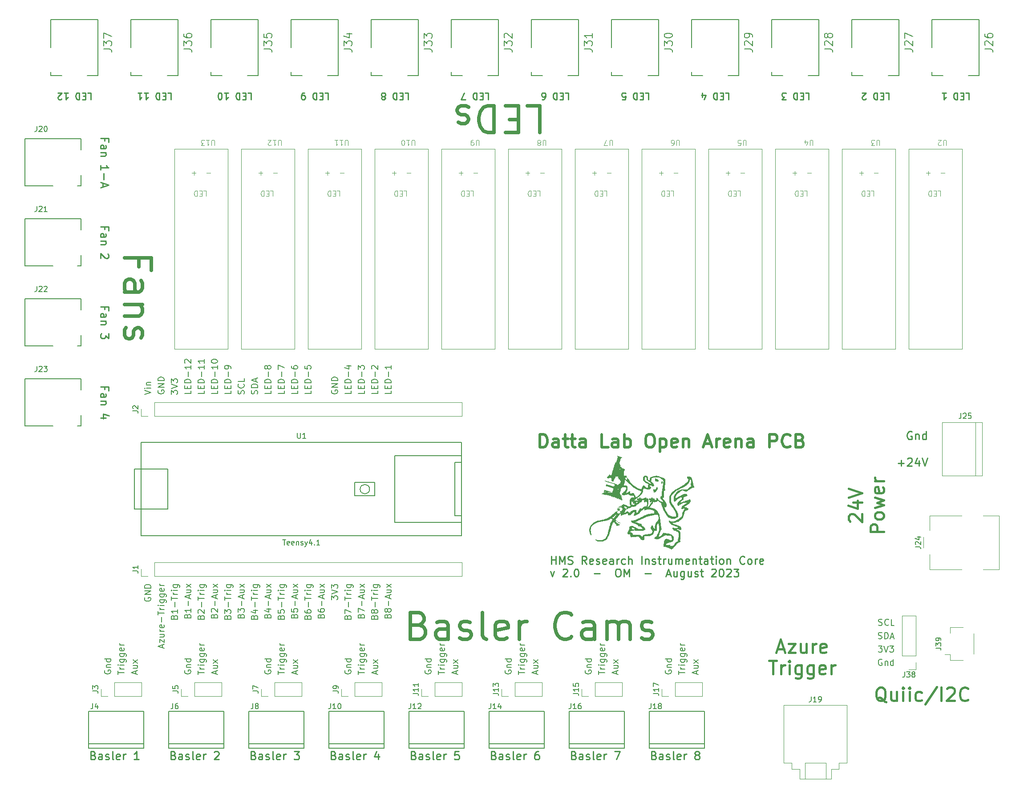
<source format=gbr>
%TF.GenerationSoftware,KiCad,Pcbnew,7.0.7*%
%TF.CreationDate,2023-08-30T11:58:42-04:00*%
%TF.ProjectId,Datta-OpenField-PCB,44617474-612d-44f7-9065-6e4669656c64,rev?*%
%TF.SameCoordinates,Original*%
%TF.FileFunction,Legend,Top*%
%TF.FilePolarity,Positive*%
%FSLAX46Y46*%
G04 Gerber Fmt 4.6, Leading zero omitted, Abs format (unit mm)*
G04 Created by KiCad (PCBNEW 7.0.7) date 2023-08-30 11:58:42*
%MOMM*%
%LPD*%
G01*
G04 APERTURE LIST*
%ADD10C,0.200000*%
%ADD11C,0.381000*%
%ADD12C,0.500000*%
%ADD13C,0.254000*%
%ADD14C,0.250000*%
%ADD15C,0.635000*%
%ADD16C,0.100000*%
%ADD17C,0.150000*%
%ADD18C,0.152400*%
%ADD19C,0.300000*%
%ADD20C,0.120000*%
%ADD21C,0.203200*%
G04 APERTURE END LIST*
D10*
X47661885Y-146274136D02*
X47604742Y-146388422D01*
X47604742Y-146388422D02*
X47604742Y-146559850D01*
X47604742Y-146559850D02*
X47661885Y-146731279D01*
X47661885Y-146731279D02*
X47776171Y-146845564D01*
X47776171Y-146845564D02*
X47890457Y-146902707D01*
X47890457Y-146902707D02*
X48119028Y-146959850D01*
X48119028Y-146959850D02*
X48290457Y-146959850D01*
X48290457Y-146959850D02*
X48519028Y-146902707D01*
X48519028Y-146902707D02*
X48633314Y-146845564D01*
X48633314Y-146845564D02*
X48747600Y-146731279D01*
X48747600Y-146731279D02*
X48804742Y-146559850D01*
X48804742Y-146559850D02*
X48804742Y-146445564D01*
X48804742Y-146445564D02*
X48747600Y-146274136D01*
X48747600Y-146274136D02*
X48690457Y-146216993D01*
X48690457Y-146216993D02*
X48290457Y-146216993D01*
X48290457Y-146216993D02*
X48290457Y-146445564D01*
X48004742Y-145702707D02*
X48804742Y-145702707D01*
X48119028Y-145702707D02*
X48061885Y-145645564D01*
X48061885Y-145645564D02*
X48004742Y-145531279D01*
X48004742Y-145531279D02*
X48004742Y-145359850D01*
X48004742Y-145359850D02*
X48061885Y-145245564D01*
X48061885Y-145245564D02*
X48176171Y-145188422D01*
X48176171Y-145188422D02*
X48804742Y-145188422D01*
X48804742Y-144102708D02*
X47604742Y-144102708D01*
X48747600Y-144102708D02*
X48804742Y-144216993D01*
X48804742Y-144216993D02*
X48804742Y-144445565D01*
X48804742Y-144445565D02*
X48747600Y-144559850D01*
X48747600Y-144559850D02*
X48690457Y-144616993D01*
X48690457Y-144616993D02*
X48576171Y-144674136D01*
X48576171Y-144674136D02*
X48233314Y-144674136D01*
X48233314Y-144674136D02*
X48119028Y-144616993D01*
X48119028Y-144616993D02*
X48061885Y-144559850D01*
X48061885Y-144559850D02*
X48004742Y-144445565D01*
X48004742Y-144445565D02*
X48004742Y-144216993D01*
X48004742Y-144216993D02*
X48061885Y-144102708D01*
X102144742Y-92991279D02*
X102144742Y-93562707D01*
X102144742Y-93562707D02*
X100944742Y-93562707D01*
X101516171Y-92591278D02*
X101516171Y-92191278D01*
X102144742Y-92019850D02*
X102144742Y-92591278D01*
X102144742Y-92591278D02*
X100944742Y-92591278D01*
X100944742Y-92591278D02*
X100944742Y-92019850D01*
X102144742Y-91505564D02*
X100944742Y-91505564D01*
X100944742Y-91505564D02*
X100944742Y-91219850D01*
X100944742Y-91219850D02*
X101001885Y-91048421D01*
X101001885Y-91048421D02*
X101116171Y-90934136D01*
X101116171Y-90934136D02*
X101230457Y-90876993D01*
X101230457Y-90876993D02*
X101459028Y-90819850D01*
X101459028Y-90819850D02*
X101630457Y-90819850D01*
X101630457Y-90819850D02*
X101859028Y-90876993D01*
X101859028Y-90876993D02*
X101973314Y-90934136D01*
X101973314Y-90934136D02*
X102087600Y-91048421D01*
X102087600Y-91048421D02*
X102144742Y-91219850D01*
X102144742Y-91219850D02*
X102144742Y-91505564D01*
X101687600Y-90305564D02*
X101687600Y-89391279D01*
X102144742Y-88191279D02*
X102144742Y-88876993D01*
X102144742Y-88534136D02*
X100944742Y-88534136D01*
X100944742Y-88534136D02*
X101116171Y-88648422D01*
X101116171Y-88648422D02*
X101230457Y-88762707D01*
X101230457Y-88762707D02*
X101287600Y-88876993D01*
X74147600Y-93619850D02*
X74204742Y-93448422D01*
X74204742Y-93448422D02*
X74204742Y-93162707D01*
X74204742Y-93162707D02*
X74147600Y-93048422D01*
X74147600Y-93048422D02*
X74090457Y-92991279D01*
X74090457Y-92991279D02*
X73976171Y-92934136D01*
X73976171Y-92934136D02*
X73861885Y-92934136D01*
X73861885Y-92934136D02*
X73747600Y-92991279D01*
X73747600Y-92991279D02*
X73690457Y-93048422D01*
X73690457Y-93048422D02*
X73633314Y-93162707D01*
X73633314Y-93162707D02*
X73576171Y-93391279D01*
X73576171Y-93391279D02*
X73519028Y-93505564D01*
X73519028Y-93505564D02*
X73461885Y-93562707D01*
X73461885Y-93562707D02*
X73347600Y-93619850D01*
X73347600Y-93619850D02*
X73233314Y-93619850D01*
X73233314Y-93619850D02*
X73119028Y-93562707D01*
X73119028Y-93562707D02*
X73061885Y-93505564D01*
X73061885Y-93505564D02*
X73004742Y-93391279D01*
X73004742Y-93391279D02*
X73004742Y-93105564D01*
X73004742Y-93105564D02*
X73061885Y-92934136D01*
X74090457Y-91734136D02*
X74147600Y-91791279D01*
X74147600Y-91791279D02*
X74204742Y-91962707D01*
X74204742Y-91962707D02*
X74204742Y-92076993D01*
X74204742Y-92076993D02*
X74147600Y-92248422D01*
X74147600Y-92248422D02*
X74033314Y-92362707D01*
X74033314Y-92362707D02*
X73919028Y-92419850D01*
X73919028Y-92419850D02*
X73690457Y-92476993D01*
X73690457Y-92476993D02*
X73519028Y-92476993D01*
X73519028Y-92476993D02*
X73290457Y-92419850D01*
X73290457Y-92419850D02*
X73176171Y-92362707D01*
X73176171Y-92362707D02*
X73061885Y-92248422D01*
X73061885Y-92248422D02*
X73004742Y-92076993D01*
X73004742Y-92076993D02*
X73004742Y-91962707D01*
X73004742Y-91962707D02*
X73061885Y-91791279D01*
X73061885Y-91791279D02*
X73119028Y-91734136D01*
X74204742Y-90648422D02*
X74204742Y-91219850D01*
X74204742Y-91219850D02*
X73004742Y-91219850D01*
X95864742Y-147074136D02*
X95864742Y-146388422D01*
X97064742Y-146731279D02*
X95864742Y-146731279D01*
X97064742Y-145988421D02*
X96264742Y-145988421D01*
X96493314Y-145988421D02*
X96379028Y-145931278D01*
X96379028Y-145931278D02*
X96321885Y-145874136D01*
X96321885Y-145874136D02*
X96264742Y-145759850D01*
X96264742Y-145759850D02*
X96264742Y-145645564D01*
X97064742Y-145245564D02*
X96264742Y-145245564D01*
X95864742Y-145245564D02*
X95921885Y-145302707D01*
X95921885Y-145302707D02*
X95979028Y-145245564D01*
X95979028Y-145245564D02*
X95921885Y-145188421D01*
X95921885Y-145188421D02*
X95864742Y-145245564D01*
X95864742Y-145245564D02*
X95979028Y-145245564D01*
X96264742Y-144159850D02*
X97236171Y-144159850D01*
X97236171Y-144159850D02*
X97350457Y-144216992D01*
X97350457Y-144216992D02*
X97407600Y-144274135D01*
X97407600Y-144274135D02*
X97464742Y-144388421D01*
X97464742Y-144388421D02*
X97464742Y-144559850D01*
X97464742Y-144559850D02*
X97407600Y-144674135D01*
X97007600Y-144159850D02*
X97064742Y-144274135D01*
X97064742Y-144274135D02*
X97064742Y-144502707D01*
X97064742Y-144502707D02*
X97007600Y-144616992D01*
X97007600Y-144616992D02*
X96950457Y-144674135D01*
X96950457Y-144674135D02*
X96836171Y-144731278D01*
X96836171Y-144731278D02*
X96493314Y-144731278D01*
X96493314Y-144731278D02*
X96379028Y-144674135D01*
X96379028Y-144674135D02*
X96321885Y-144616992D01*
X96321885Y-144616992D02*
X96264742Y-144502707D01*
X96264742Y-144502707D02*
X96264742Y-144274135D01*
X96264742Y-144274135D02*
X96321885Y-144159850D01*
X96264742Y-143074136D02*
X97236171Y-143074136D01*
X97236171Y-143074136D02*
X97350457Y-143131278D01*
X97350457Y-143131278D02*
X97407600Y-143188421D01*
X97407600Y-143188421D02*
X97464742Y-143302707D01*
X97464742Y-143302707D02*
X97464742Y-143474136D01*
X97464742Y-143474136D02*
X97407600Y-143588421D01*
X97007600Y-143074136D02*
X97064742Y-143188421D01*
X97064742Y-143188421D02*
X97064742Y-143416993D01*
X97064742Y-143416993D02*
X97007600Y-143531278D01*
X97007600Y-143531278D02*
X96950457Y-143588421D01*
X96950457Y-143588421D02*
X96836171Y-143645564D01*
X96836171Y-143645564D02*
X96493314Y-143645564D01*
X96493314Y-143645564D02*
X96379028Y-143588421D01*
X96379028Y-143588421D02*
X96321885Y-143531278D01*
X96321885Y-143531278D02*
X96264742Y-143416993D01*
X96264742Y-143416993D02*
X96264742Y-143188421D01*
X96264742Y-143188421D02*
X96321885Y-143074136D01*
X97007600Y-142045564D02*
X97064742Y-142159850D01*
X97064742Y-142159850D02*
X97064742Y-142388422D01*
X97064742Y-142388422D02*
X97007600Y-142502707D01*
X97007600Y-142502707D02*
X96893314Y-142559850D01*
X96893314Y-142559850D02*
X96436171Y-142559850D01*
X96436171Y-142559850D02*
X96321885Y-142502707D01*
X96321885Y-142502707D02*
X96264742Y-142388422D01*
X96264742Y-142388422D02*
X96264742Y-142159850D01*
X96264742Y-142159850D02*
X96321885Y-142045564D01*
X96321885Y-142045564D02*
X96436171Y-141988422D01*
X96436171Y-141988422D02*
X96550457Y-141988422D01*
X96550457Y-141988422D02*
X96664742Y-142559850D01*
X97064742Y-141474136D02*
X96264742Y-141474136D01*
X96493314Y-141474136D02*
X96379028Y-141416993D01*
X96379028Y-141416993D02*
X96321885Y-141359851D01*
X96321885Y-141359851D02*
X96264742Y-141245565D01*
X96264742Y-141245565D02*
X96264742Y-141131279D01*
X81824742Y-92991279D02*
X81824742Y-93562707D01*
X81824742Y-93562707D02*
X80624742Y-93562707D01*
X81196171Y-92591278D02*
X81196171Y-92191278D01*
X81824742Y-92019850D02*
X81824742Y-92591278D01*
X81824742Y-92591278D02*
X80624742Y-92591278D01*
X80624742Y-92591278D02*
X80624742Y-92019850D01*
X81824742Y-91505564D02*
X80624742Y-91505564D01*
X80624742Y-91505564D02*
X80624742Y-91219850D01*
X80624742Y-91219850D02*
X80681885Y-91048421D01*
X80681885Y-91048421D02*
X80796171Y-90934136D01*
X80796171Y-90934136D02*
X80910457Y-90876993D01*
X80910457Y-90876993D02*
X81139028Y-90819850D01*
X81139028Y-90819850D02*
X81310457Y-90819850D01*
X81310457Y-90819850D02*
X81539028Y-90876993D01*
X81539028Y-90876993D02*
X81653314Y-90934136D01*
X81653314Y-90934136D02*
X81767600Y-91048421D01*
X81767600Y-91048421D02*
X81824742Y-91219850D01*
X81824742Y-91219850D02*
X81824742Y-91505564D01*
X81367600Y-90305564D02*
X81367600Y-89391279D01*
X80624742Y-88934136D02*
X80624742Y-88134136D01*
X80624742Y-88134136D02*
X81824742Y-88648422D01*
X123861885Y-146274136D02*
X123804742Y-146388422D01*
X123804742Y-146388422D02*
X123804742Y-146559850D01*
X123804742Y-146559850D02*
X123861885Y-146731279D01*
X123861885Y-146731279D02*
X123976171Y-146845564D01*
X123976171Y-146845564D02*
X124090457Y-146902707D01*
X124090457Y-146902707D02*
X124319028Y-146959850D01*
X124319028Y-146959850D02*
X124490457Y-146959850D01*
X124490457Y-146959850D02*
X124719028Y-146902707D01*
X124719028Y-146902707D02*
X124833314Y-146845564D01*
X124833314Y-146845564D02*
X124947600Y-146731279D01*
X124947600Y-146731279D02*
X125004742Y-146559850D01*
X125004742Y-146559850D02*
X125004742Y-146445564D01*
X125004742Y-146445564D02*
X124947600Y-146274136D01*
X124947600Y-146274136D02*
X124890457Y-146216993D01*
X124890457Y-146216993D02*
X124490457Y-146216993D01*
X124490457Y-146216993D02*
X124490457Y-146445564D01*
X124204742Y-145702707D02*
X125004742Y-145702707D01*
X124319028Y-145702707D02*
X124261885Y-145645564D01*
X124261885Y-145645564D02*
X124204742Y-145531279D01*
X124204742Y-145531279D02*
X124204742Y-145359850D01*
X124204742Y-145359850D02*
X124261885Y-145245564D01*
X124261885Y-145245564D02*
X124376171Y-145188422D01*
X124376171Y-145188422D02*
X125004742Y-145188422D01*
X125004742Y-144102708D02*
X123804742Y-144102708D01*
X124947600Y-144102708D02*
X125004742Y-144216993D01*
X125004742Y-144216993D02*
X125004742Y-144445565D01*
X125004742Y-144445565D02*
X124947600Y-144559850D01*
X124947600Y-144559850D02*
X124890457Y-144616993D01*
X124890457Y-144616993D02*
X124776171Y-144674136D01*
X124776171Y-144674136D02*
X124433314Y-144674136D01*
X124433314Y-144674136D02*
X124319028Y-144616993D01*
X124319028Y-144616993D02*
X124261885Y-144559850D01*
X124261885Y-144559850D02*
X124204742Y-144445565D01*
X124204742Y-144445565D02*
X124204742Y-144216993D01*
X124204742Y-144216993D02*
X124261885Y-144102708D01*
D11*
X189481845Y-117903809D02*
X189360892Y-117782857D01*
X189360892Y-117782857D02*
X189239940Y-117540952D01*
X189239940Y-117540952D02*
X189239940Y-116936190D01*
X189239940Y-116936190D02*
X189360892Y-116694285D01*
X189360892Y-116694285D02*
X189481845Y-116573333D01*
X189481845Y-116573333D02*
X189723749Y-116452380D01*
X189723749Y-116452380D02*
X189965654Y-116452380D01*
X189965654Y-116452380D02*
X190328511Y-116573333D01*
X190328511Y-116573333D02*
X191779940Y-118024761D01*
X191779940Y-118024761D02*
X191779940Y-116452380D01*
X190086607Y-114275237D02*
X191779940Y-114275237D01*
X189118988Y-114879999D02*
X190933273Y-115484761D01*
X190933273Y-115484761D02*
X190933273Y-113912380D01*
X189239940Y-113307618D02*
X191779940Y-112460951D01*
X191779940Y-112460951D02*
X189239940Y-111614284D01*
X195869340Y-119899523D02*
X193329340Y-119899523D01*
X193329340Y-119899523D02*
X193329340Y-118931904D01*
X193329340Y-118931904D02*
X193450292Y-118689999D01*
X193450292Y-118689999D02*
X193571245Y-118569046D01*
X193571245Y-118569046D02*
X193813149Y-118448094D01*
X193813149Y-118448094D02*
X194176007Y-118448094D01*
X194176007Y-118448094D02*
X194417911Y-118569046D01*
X194417911Y-118569046D02*
X194538864Y-118689999D01*
X194538864Y-118689999D02*
X194659816Y-118931904D01*
X194659816Y-118931904D02*
X194659816Y-119899523D01*
X195869340Y-116996665D02*
X195748388Y-117238570D01*
X195748388Y-117238570D02*
X195627435Y-117359523D01*
X195627435Y-117359523D02*
X195385530Y-117480475D01*
X195385530Y-117480475D02*
X194659816Y-117480475D01*
X194659816Y-117480475D02*
X194417911Y-117359523D01*
X194417911Y-117359523D02*
X194296959Y-117238570D01*
X194296959Y-117238570D02*
X194176007Y-116996665D01*
X194176007Y-116996665D02*
X194176007Y-116633808D01*
X194176007Y-116633808D02*
X194296959Y-116391904D01*
X194296959Y-116391904D02*
X194417911Y-116270951D01*
X194417911Y-116270951D02*
X194659816Y-116149999D01*
X194659816Y-116149999D02*
X195385530Y-116149999D01*
X195385530Y-116149999D02*
X195627435Y-116270951D01*
X195627435Y-116270951D02*
X195748388Y-116391904D01*
X195748388Y-116391904D02*
X195869340Y-116633808D01*
X195869340Y-116633808D02*
X195869340Y-116996665D01*
X194176007Y-115303332D02*
X195869340Y-114819523D01*
X195869340Y-114819523D02*
X194659816Y-114335713D01*
X194659816Y-114335713D02*
X195869340Y-113851904D01*
X195869340Y-113851904D02*
X194176007Y-113368094D01*
X195748388Y-111432857D02*
X195869340Y-111674761D01*
X195869340Y-111674761D02*
X195869340Y-112158571D01*
X195869340Y-112158571D02*
X195748388Y-112400476D01*
X195748388Y-112400476D02*
X195506483Y-112521428D01*
X195506483Y-112521428D02*
X194538864Y-112521428D01*
X194538864Y-112521428D02*
X194296959Y-112400476D01*
X194296959Y-112400476D02*
X194176007Y-112158571D01*
X194176007Y-112158571D02*
X194176007Y-111674761D01*
X194176007Y-111674761D02*
X194296959Y-111432857D01*
X194296959Y-111432857D02*
X194538864Y-111311904D01*
X194538864Y-111311904D02*
X194780768Y-111311904D01*
X194780768Y-111311904D02*
X195022673Y-112521428D01*
X195869340Y-110223333D02*
X194176007Y-110223333D01*
X194659816Y-110223333D02*
X194417911Y-110102380D01*
X194417911Y-110102380D02*
X194296959Y-109981428D01*
X194296959Y-109981428D02*
X194176007Y-109739523D01*
X194176007Y-109739523D02*
X194176007Y-109497618D01*
D10*
X63416171Y-135900148D02*
X63473314Y-135728720D01*
X63473314Y-135728720D02*
X63530457Y-135671577D01*
X63530457Y-135671577D02*
X63644742Y-135614434D01*
X63644742Y-135614434D02*
X63816171Y-135614434D01*
X63816171Y-135614434D02*
X63930457Y-135671577D01*
X63930457Y-135671577D02*
X63987600Y-135728720D01*
X63987600Y-135728720D02*
X64044742Y-135843005D01*
X64044742Y-135843005D02*
X64044742Y-136300148D01*
X64044742Y-136300148D02*
X62844742Y-136300148D01*
X62844742Y-136300148D02*
X62844742Y-135900148D01*
X62844742Y-135900148D02*
X62901885Y-135785863D01*
X62901885Y-135785863D02*
X62959028Y-135728720D01*
X62959028Y-135728720D02*
X63073314Y-135671577D01*
X63073314Y-135671577D02*
X63187600Y-135671577D01*
X63187600Y-135671577D02*
X63301885Y-135728720D01*
X63301885Y-135728720D02*
X63359028Y-135785863D01*
X63359028Y-135785863D02*
X63416171Y-135900148D01*
X63416171Y-135900148D02*
X63416171Y-136300148D01*
X64044742Y-134471577D02*
X64044742Y-135157291D01*
X64044742Y-134814434D02*
X62844742Y-134814434D01*
X62844742Y-134814434D02*
X63016171Y-134928720D01*
X63016171Y-134928720D02*
X63130457Y-135043005D01*
X63130457Y-135043005D02*
X63187600Y-135157291D01*
X63587600Y-133957291D02*
X63587600Y-133043006D01*
X63701885Y-132528720D02*
X63701885Y-131957292D01*
X64044742Y-132643006D02*
X62844742Y-132243006D01*
X62844742Y-132243006D02*
X64044742Y-131843006D01*
X63244742Y-130928721D02*
X64044742Y-130928721D01*
X63244742Y-131443006D02*
X63873314Y-131443006D01*
X63873314Y-131443006D02*
X63987600Y-131385863D01*
X63987600Y-131385863D02*
X64044742Y-131271578D01*
X64044742Y-131271578D02*
X64044742Y-131100149D01*
X64044742Y-131100149D02*
X63987600Y-130985863D01*
X63987600Y-130985863D02*
X63930457Y-130928721D01*
X64044742Y-130471578D02*
X63244742Y-129843007D01*
X63244742Y-130471578D02*
X64044742Y-129843007D01*
X97064742Y-92991279D02*
X97064742Y-93562707D01*
X97064742Y-93562707D02*
X95864742Y-93562707D01*
X96436171Y-92591278D02*
X96436171Y-92191278D01*
X97064742Y-92019850D02*
X97064742Y-92591278D01*
X97064742Y-92591278D02*
X95864742Y-92591278D01*
X95864742Y-92591278D02*
X95864742Y-92019850D01*
X97064742Y-91505564D02*
X95864742Y-91505564D01*
X95864742Y-91505564D02*
X95864742Y-91219850D01*
X95864742Y-91219850D02*
X95921885Y-91048421D01*
X95921885Y-91048421D02*
X96036171Y-90934136D01*
X96036171Y-90934136D02*
X96150457Y-90876993D01*
X96150457Y-90876993D02*
X96379028Y-90819850D01*
X96379028Y-90819850D02*
X96550457Y-90819850D01*
X96550457Y-90819850D02*
X96779028Y-90876993D01*
X96779028Y-90876993D02*
X96893314Y-90934136D01*
X96893314Y-90934136D02*
X97007600Y-91048421D01*
X97007600Y-91048421D02*
X97064742Y-91219850D01*
X97064742Y-91219850D02*
X97064742Y-91505564D01*
X96607600Y-90305564D02*
X96607600Y-89391279D01*
X95864742Y-88934136D02*
X95864742Y-88191279D01*
X95864742Y-88191279D02*
X96321885Y-88591279D01*
X96321885Y-88591279D02*
X96321885Y-88419850D01*
X96321885Y-88419850D02*
X96379028Y-88305565D01*
X96379028Y-88305565D02*
X96436171Y-88248422D01*
X96436171Y-88248422D02*
X96550457Y-88191279D01*
X96550457Y-88191279D02*
X96836171Y-88191279D01*
X96836171Y-88191279D02*
X96950457Y-88248422D01*
X96950457Y-88248422D02*
X97007600Y-88305565D01*
X97007600Y-88305565D02*
X97064742Y-88419850D01*
X97064742Y-88419850D02*
X97064742Y-88762707D01*
X97064742Y-88762707D02*
X97007600Y-88876993D01*
X97007600Y-88876993D02*
X96950457Y-88934136D01*
X154341885Y-146274136D02*
X154284742Y-146388422D01*
X154284742Y-146388422D02*
X154284742Y-146559850D01*
X154284742Y-146559850D02*
X154341885Y-146731279D01*
X154341885Y-146731279D02*
X154456171Y-146845564D01*
X154456171Y-146845564D02*
X154570457Y-146902707D01*
X154570457Y-146902707D02*
X154799028Y-146959850D01*
X154799028Y-146959850D02*
X154970457Y-146959850D01*
X154970457Y-146959850D02*
X155199028Y-146902707D01*
X155199028Y-146902707D02*
X155313314Y-146845564D01*
X155313314Y-146845564D02*
X155427600Y-146731279D01*
X155427600Y-146731279D02*
X155484742Y-146559850D01*
X155484742Y-146559850D02*
X155484742Y-146445564D01*
X155484742Y-146445564D02*
X155427600Y-146274136D01*
X155427600Y-146274136D02*
X155370457Y-146216993D01*
X155370457Y-146216993D02*
X154970457Y-146216993D01*
X154970457Y-146216993D02*
X154970457Y-146445564D01*
X154684742Y-145702707D02*
X155484742Y-145702707D01*
X154799028Y-145702707D02*
X154741885Y-145645564D01*
X154741885Y-145645564D02*
X154684742Y-145531279D01*
X154684742Y-145531279D02*
X154684742Y-145359850D01*
X154684742Y-145359850D02*
X154741885Y-145245564D01*
X154741885Y-145245564D02*
X154856171Y-145188422D01*
X154856171Y-145188422D02*
X155484742Y-145188422D01*
X155484742Y-144102708D02*
X154284742Y-144102708D01*
X155427600Y-144102708D02*
X155484742Y-144216993D01*
X155484742Y-144216993D02*
X155484742Y-144445565D01*
X155484742Y-144445565D02*
X155427600Y-144559850D01*
X155427600Y-144559850D02*
X155370457Y-144616993D01*
X155370457Y-144616993D02*
X155256171Y-144674136D01*
X155256171Y-144674136D02*
X154913314Y-144674136D01*
X154913314Y-144674136D02*
X154799028Y-144616993D01*
X154799028Y-144616993D02*
X154741885Y-144559850D01*
X154741885Y-144559850D02*
X154684742Y-144445565D01*
X154684742Y-144445565D02*
X154684742Y-144216993D01*
X154684742Y-144216993D02*
X154741885Y-144102708D01*
X76116171Y-136128720D02*
X76173314Y-135957292D01*
X76173314Y-135957292D02*
X76230457Y-135900149D01*
X76230457Y-135900149D02*
X76344742Y-135843006D01*
X76344742Y-135843006D02*
X76516171Y-135843006D01*
X76516171Y-135843006D02*
X76630457Y-135900149D01*
X76630457Y-135900149D02*
X76687600Y-135957292D01*
X76687600Y-135957292D02*
X76744742Y-136071577D01*
X76744742Y-136071577D02*
X76744742Y-136528720D01*
X76744742Y-136528720D02*
X75544742Y-136528720D01*
X75544742Y-136528720D02*
X75544742Y-136128720D01*
X75544742Y-136128720D02*
X75601885Y-136014435D01*
X75601885Y-136014435D02*
X75659028Y-135957292D01*
X75659028Y-135957292D02*
X75773314Y-135900149D01*
X75773314Y-135900149D02*
X75887600Y-135900149D01*
X75887600Y-135900149D02*
X76001885Y-135957292D01*
X76001885Y-135957292D02*
X76059028Y-136014435D01*
X76059028Y-136014435D02*
X76116171Y-136128720D01*
X76116171Y-136128720D02*
X76116171Y-136528720D01*
X75944742Y-134814435D02*
X76744742Y-134814435D01*
X75487600Y-135100149D02*
X76344742Y-135385863D01*
X76344742Y-135385863D02*
X76344742Y-134643006D01*
X76287600Y-134185863D02*
X76287600Y-133271578D01*
X75544742Y-132871578D02*
X75544742Y-132185864D01*
X76744742Y-132528721D02*
X75544742Y-132528721D01*
X76744742Y-131785863D02*
X75944742Y-131785863D01*
X76173314Y-131785863D02*
X76059028Y-131728720D01*
X76059028Y-131728720D02*
X76001885Y-131671578D01*
X76001885Y-131671578D02*
X75944742Y-131557292D01*
X75944742Y-131557292D02*
X75944742Y-131443006D01*
X76744742Y-131043006D02*
X75944742Y-131043006D01*
X75544742Y-131043006D02*
X75601885Y-131100149D01*
X75601885Y-131100149D02*
X75659028Y-131043006D01*
X75659028Y-131043006D02*
X75601885Y-130985863D01*
X75601885Y-130985863D02*
X75544742Y-131043006D01*
X75544742Y-131043006D02*
X75659028Y-131043006D01*
X75944742Y-129957292D02*
X76916171Y-129957292D01*
X76916171Y-129957292D02*
X77030457Y-130014434D01*
X77030457Y-130014434D02*
X77087600Y-130071577D01*
X77087600Y-130071577D02*
X77144742Y-130185863D01*
X77144742Y-130185863D02*
X77144742Y-130357292D01*
X77144742Y-130357292D02*
X77087600Y-130471577D01*
X76687600Y-129957292D02*
X76744742Y-130071577D01*
X76744742Y-130071577D02*
X76744742Y-130300149D01*
X76744742Y-130300149D02*
X76687600Y-130414434D01*
X76687600Y-130414434D02*
X76630457Y-130471577D01*
X76630457Y-130471577D02*
X76516171Y-130528720D01*
X76516171Y-130528720D02*
X76173314Y-130528720D01*
X76173314Y-130528720D02*
X76059028Y-130471577D01*
X76059028Y-130471577D02*
X76001885Y-130414434D01*
X76001885Y-130414434D02*
X75944742Y-130300149D01*
X75944742Y-130300149D02*
X75944742Y-130071577D01*
X75944742Y-130071577D02*
X76001885Y-129957292D01*
X101516171Y-135900148D02*
X101573314Y-135728720D01*
X101573314Y-135728720D02*
X101630457Y-135671577D01*
X101630457Y-135671577D02*
X101744742Y-135614434D01*
X101744742Y-135614434D02*
X101916171Y-135614434D01*
X101916171Y-135614434D02*
X102030457Y-135671577D01*
X102030457Y-135671577D02*
X102087600Y-135728720D01*
X102087600Y-135728720D02*
X102144742Y-135843005D01*
X102144742Y-135843005D02*
X102144742Y-136300148D01*
X102144742Y-136300148D02*
X100944742Y-136300148D01*
X100944742Y-136300148D02*
X100944742Y-135900148D01*
X100944742Y-135900148D02*
X101001885Y-135785863D01*
X101001885Y-135785863D02*
X101059028Y-135728720D01*
X101059028Y-135728720D02*
X101173314Y-135671577D01*
X101173314Y-135671577D02*
X101287600Y-135671577D01*
X101287600Y-135671577D02*
X101401885Y-135728720D01*
X101401885Y-135728720D02*
X101459028Y-135785863D01*
X101459028Y-135785863D02*
X101516171Y-135900148D01*
X101516171Y-135900148D02*
X101516171Y-136300148D01*
X101459028Y-134928720D02*
X101401885Y-135043005D01*
X101401885Y-135043005D02*
X101344742Y-135100148D01*
X101344742Y-135100148D02*
X101230457Y-135157291D01*
X101230457Y-135157291D02*
X101173314Y-135157291D01*
X101173314Y-135157291D02*
X101059028Y-135100148D01*
X101059028Y-135100148D02*
X101001885Y-135043005D01*
X101001885Y-135043005D02*
X100944742Y-134928720D01*
X100944742Y-134928720D02*
X100944742Y-134700148D01*
X100944742Y-134700148D02*
X101001885Y-134585863D01*
X101001885Y-134585863D02*
X101059028Y-134528720D01*
X101059028Y-134528720D02*
X101173314Y-134471577D01*
X101173314Y-134471577D02*
X101230457Y-134471577D01*
X101230457Y-134471577D02*
X101344742Y-134528720D01*
X101344742Y-134528720D02*
X101401885Y-134585863D01*
X101401885Y-134585863D02*
X101459028Y-134700148D01*
X101459028Y-134700148D02*
X101459028Y-134928720D01*
X101459028Y-134928720D02*
X101516171Y-135043005D01*
X101516171Y-135043005D02*
X101573314Y-135100148D01*
X101573314Y-135100148D02*
X101687600Y-135157291D01*
X101687600Y-135157291D02*
X101916171Y-135157291D01*
X101916171Y-135157291D02*
X102030457Y-135100148D01*
X102030457Y-135100148D02*
X102087600Y-135043005D01*
X102087600Y-135043005D02*
X102144742Y-134928720D01*
X102144742Y-134928720D02*
X102144742Y-134700148D01*
X102144742Y-134700148D02*
X102087600Y-134585863D01*
X102087600Y-134585863D02*
X102030457Y-134528720D01*
X102030457Y-134528720D02*
X101916171Y-134471577D01*
X101916171Y-134471577D02*
X101687600Y-134471577D01*
X101687600Y-134471577D02*
X101573314Y-134528720D01*
X101573314Y-134528720D02*
X101516171Y-134585863D01*
X101516171Y-134585863D02*
X101459028Y-134700148D01*
X101687600Y-133957291D02*
X101687600Y-133043006D01*
X101801885Y-132528720D02*
X101801885Y-131957292D01*
X102144742Y-132643006D02*
X100944742Y-132243006D01*
X100944742Y-132243006D02*
X102144742Y-131843006D01*
X101344742Y-130928721D02*
X102144742Y-130928721D01*
X101344742Y-131443006D02*
X101973314Y-131443006D01*
X101973314Y-131443006D02*
X102087600Y-131385863D01*
X102087600Y-131385863D02*
X102144742Y-131271578D01*
X102144742Y-131271578D02*
X102144742Y-131100149D01*
X102144742Y-131100149D02*
X102087600Y-130985863D01*
X102087600Y-130985863D02*
X102030457Y-130928721D01*
X102144742Y-130471578D02*
X101344742Y-129843007D01*
X101344742Y-130471578D02*
X102144742Y-129843007D01*
D11*
X175672169Y-142174226D02*
X176881693Y-142174226D01*
X175430264Y-142899940D02*
X176276931Y-140359940D01*
X176276931Y-140359940D02*
X177123598Y-142899940D01*
X177728360Y-141206607D02*
X179058836Y-141206607D01*
X179058836Y-141206607D02*
X177728360Y-142899940D01*
X177728360Y-142899940D02*
X179058836Y-142899940D01*
X181115026Y-141206607D02*
X181115026Y-142899940D01*
X180026454Y-141206607D02*
X180026454Y-142537083D01*
X180026454Y-142537083D02*
X180147407Y-142778988D01*
X180147407Y-142778988D02*
X180389312Y-142899940D01*
X180389312Y-142899940D02*
X180752169Y-142899940D01*
X180752169Y-142899940D02*
X180994073Y-142778988D01*
X180994073Y-142778988D02*
X181115026Y-142658035D01*
X182324549Y-142899940D02*
X182324549Y-141206607D01*
X182324549Y-141690416D02*
X182445502Y-141448511D01*
X182445502Y-141448511D02*
X182566454Y-141327559D01*
X182566454Y-141327559D02*
X182808359Y-141206607D01*
X182808359Y-141206607D02*
X183050264Y-141206607D01*
X184864549Y-142778988D02*
X184622645Y-142899940D01*
X184622645Y-142899940D02*
X184138835Y-142899940D01*
X184138835Y-142899940D02*
X183896930Y-142778988D01*
X183896930Y-142778988D02*
X183775978Y-142537083D01*
X183775978Y-142537083D02*
X183775978Y-141569464D01*
X183775978Y-141569464D02*
X183896930Y-141327559D01*
X183896930Y-141327559D02*
X184138835Y-141206607D01*
X184138835Y-141206607D02*
X184622645Y-141206607D01*
X184622645Y-141206607D02*
X184864549Y-141327559D01*
X184864549Y-141327559D02*
X184985502Y-141569464D01*
X184985502Y-141569464D02*
X184985502Y-141811368D01*
X184985502Y-141811368D02*
X183775978Y-142053273D01*
X174039312Y-144449340D02*
X175490741Y-144449340D01*
X174765027Y-146989340D02*
X174765027Y-144449340D01*
X176337407Y-146989340D02*
X176337407Y-145296007D01*
X176337407Y-145779816D02*
X176458360Y-145537911D01*
X176458360Y-145537911D02*
X176579312Y-145416959D01*
X176579312Y-145416959D02*
X176821217Y-145296007D01*
X176821217Y-145296007D02*
X177063122Y-145296007D01*
X177909788Y-146989340D02*
X177909788Y-145296007D01*
X177909788Y-144449340D02*
X177788836Y-144570292D01*
X177788836Y-144570292D02*
X177909788Y-144691245D01*
X177909788Y-144691245D02*
X178030741Y-144570292D01*
X178030741Y-144570292D02*
X177909788Y-144449340D01*
X177909788Y-144449340D02*
X177909788Y-144691245D01*
X180207884Y-145296007D02*
X180207884Y-147352197D01*
X180207884Y-147352197D02*
X180086931Y-147594102D01*
X180086931Y-147594102D02*
X179965979Y-147715054D01*
X179965979Y-147715054D02*
X179724074Y-147836007D01*
X179724074Y-147836007D02*
X179361217Y-147836007D01*
X179361217Y-147836007D02*
X179119312Y-147715054D01*
X180207884Y-146868388D02*
X179965979Y-146989340D01*
X179965979Y-146989340D02*
X179482170Y-146989340D01*
X179482170Y-146989340D02*
X179240265Y-146868388D01*
X179240265Y-146868388D02*
X179119312Y-146747435D01*
X179119312Y-146747435D02*
X178998360Y-146505530D01*
X178998360Y-146505530D02*
X178998360Y-145779816D01*
X178998360Y-145779816D02*
X179119312Y-145537911D01*
X179119312Y-145537911D02*
X179240265Y-145416959D01*
X179240265Y-145416959D02*
X179482170Y-145296007D01*
X179482170Y-145296007D02*
X179965979Y-145296007D01*
X179965979Y-145296007D02*
X180207884Y-145416959D01*
X182505979Y-145296007D02*
X182505979Y-147352197D01*
X182505979Y-147352197D02*
X182385026Y-147594102D01*
X182385026Y-147594102D02*
X182264074Y-147715054D01*
X182264074Y-147715054D02*
X182022169Y-147836007D01*
X182022169Y-147836007D02*
X181659312Y-147836007D01*
X181659312Y-147836007D02*
X181417407Y-147715054D01*
X182505979Y-146868388D02*
X182264074Y-146989340D01*
X182264074Y-146989340D02*
X181780265Y-146989340D01*
X181780265Y-146989340D02*
X181538360Y-146868388D01*
X181538360Y-146868388D02*
X181417407Y-146747435D01*
X181417407Y-146747435D02*
X181296455Y-146505530D01*
X181296455Y-146505530D02*
X181296455Y-145779816D01*
X181296455Y-145779816D02*
X181417407Y-145537911D01*
X181417407Y-145537911D02*
X181538360Y-145416959D01*
X181538360Y-145416959D02*
X181780265Y-145296007D01*
X181780265Y-145296007D02*
X182264074Y-145296007D01*
X182264074Y-145296007D02*
X182505979Y-145416959D01*
X184683121Y-146868388D02*
X184441217Y-146989340D01*
X184441217Y-146989340D02*
X183957407Y-146989340D01*
X183957407Y-146989340D02*
X183715502Y-146868388D01*
X183715502Y-146868388D02*
X183594550Y-146626483D01*
X183594550Y-146626483D02*
X183594550Y-145658864D01*
X183594550Y-145658864D02*
X183715502Y-145416959D01*
X183715502Y-145416959D02*
X183957407Y-145296007D01*
X183957407Y-145296007D02*
X184441217Y-145296007D01*
X184441217Y-145296007D02*
X184683121Y-145416959D01*
X184683121Y-145416959D02*
X184804074Y-145658864D01*
X184804074Y-145658864D02*
X184804074Y-145900768D01*
X184804074Y-145900768D02*
X183594550Y-146142673D01*
X185892645Y-146989340D02*
X185892645Y-145296007D01*
X185892645Y-145779816D02*
X186013598Y-145537911D01*
X186013598Y-145537911D02*
X186134550Y-145416959D01*
X186134550Y-145416959D02*
X186376455Y-145296007D01*
X186376455Y-145296007D02*
X186618360Y-145296007D01*
D10*
X65384742Y-147074136D02*
X65384742Y-146388422D01*
X66584742Y-146731279D02*
X65384742Y-146731279D01*
X66584742Y-145988421D02*
X65784742Y-145988421D01*
X66013314Y-145988421D02*
X65899028Y-145931278D01*
X65899028Y-145931278D02*
X65841885Y-145874136D01*
X65841885Y-145874136D02*
X65784742Y-145759850D01*
X65784742Y-145759850D02*
X65784742Y-145645564D01*
X66584742Y-145245564D02*
X65784742Y-145245564D01*
X65384742Y-145245564D02*
X65441885Y-145302707D01*
X65441885Y-145302707D02*
X65499028Y-145245564D01*
X65499028Y-145245564D02*
X65441885Y-145188421D01*
X65441885Y-145188421D02*
X65384742Y-145245564D01*
X65384742Y-145245564D02*
X65499028Y-145245564D01*
X65784742Y-144159850D02*
X66756171Y-144159850D01*
X66756171Y-144159850D02*
X66870457Y-144216992D01*
X66870457Y-144216992D02*
X66927600Y-144274135D01*
X66927600Y-144274135D02*
X66984742Y-144388421D01*
X66984742Y-144388421D02*
X66984742Y-144559850D01*
X66984742Y-144559850D02*
X66927600Y-144674135D01*
X66527600Y-144159850D02*
X66584742Y-144274135D01*
X66584742Y-144274135D02*
X66584742Y-144502707D01*
X66584742Y-144502707D02*
X66527600Y-144616992D01*
X66527600Y-144616992D02*
X66470457Y-144674135D01*
X66470457Y-144674135D02*
X66356171Y-144731278D01*
X66356171Y-144731278D02*
X66013314Y-144731278D01*
X66013314Y-144731278D02*
X65899028Y-144674135D01*
X65899028Y-144674135D02*
X65841885Y-144616992D01*
X65841885Y-144616992D02*
X65784742Y-144502707D01*
X65784742Y-144502707D02*
X65784742Y-144274135D01*
X65784742Y-144274135D02*
X65841885Y-144159850D01*
X65784742Y-143074136D02*
X66756171Y-143074136D01*
X66756171Y-143074136D02*
X66870457Y-143131278D01*
X66870457Y-143131278D02*
X66927600Y-143188421D01*
X66927600Y-143188421D02*
X66984742Y-143302707D01*
X66984742Y-143302707D02*
X66984742Y-143474136D01*
X66984742Y-143474136D02*
X66927600Y-143588421D01*
X66527600Y-143074136D02*
X66584742Y-143188421D01*
X66584742Y-143188421D02*
X66584742Y-143416993D01*
X66584742Y-143416993D02*
X66527600Y-143531278D01*
X66527600Y-143531278D02*
X66470457Y-143588421D01*
X66470457Y-143588421D02*
X66356171Y-143645564D01*
X66356171Y-143645564D02*
X66013314Y-143645564D01*
X66013314Y-143645564D02*
X65899028Y-143588421D01*
X65899028Y-143588421D02*
X65841885Y-143531278D01*
X65841885Y-143531278D02*
X65784742Y-143416993D01*
X65784742Y-143416993D02*
X65784742Y-143188421D01*
X65784742Y-143188421D02*
X65841885Y-143074136D01*
X66527600Y-142045564D02*
X66584742Y-142159850D01*
X66584742Y-142159850D02*
X66584742Y-142388422D01*
X66584742Y-142388422D02*
X66527600Y-142502707D01*
X66527600Y-142502707D02*
X66413314Y-142559850D01*
X66413314Y-142559850D02*
X65956171Y-142559850D01*
X65956171Y-142559850D02*
X65841885Y-142502707D01*
X65841885Y-142502707D02*
X65784742Y-142388422D01*
X65784742Y-142388422D02*
X65784742Y-142159850D01*
X65784742Y-142159850D02*
X65841885Y-142045564D01*
X65841885Y-142045564D02*
X65956171Y-141988422D01*
X65956171Y-141988422D02*
X66070457Y-141988422D01*
X66070457Y-141988422D02*
X66184742Y-142559850D01*
X66584742Y-141474136D02*
X65784742Y-141474136D01*
X66013314Y-141474136D02*
X65899028Y-141416993D01*
X65899028Y-141416993D02*
X65841885Y-141359851D01*
X65841885Y-141359851D02*
X65784742Y-141245565D01*
X65784742Y-141245565D02*
X65784742Y-141131279D01*
X71036171Y-136128720D02*
X71093314Y-135957292D01*
X71093314Y-135957292D02*
X71150457Y-135900149D01*
X71150457Y-135900149D02*
X71264742Y-135843006D01*
X71264742Y-135843006D02*
X71436171Y-135843006D01*
X71436171Y-135843006D02*
X71550457Y-135900149D01*
X71550457Y-135900149D02*
X71607600Y-135957292D01*
X71607600Y-135957292D02*
X71664742Y-136071577D01*
X71664742Y-136071577D02*
X71664742Y-136528720D01*
X71664742Y-136528720D02*
X70464742Y-136528720D01*
X70464742Y-136528720D02*
X70464742Y-136128720D01*
X70464742Y-136128720D02*
X70521885Y-136014435D01*
X70521885Y-136014435D02*
X70579028Y-135957292D01*
X70579028Y-135957292D02*
X70693314Y-135900149D01*
X70693314Y-135900149D02*
X70807600Y-135900149D01*
X70807600Y-135900149D02*
X70921885Y-135957292D01*
X70921885Y-135957292D02*
X70979028Y-136014435D01*
X70979028Y-136014435D02*
X71036171Y-136128720D01*
X71036171Y-136128720D02*
X71036171Y-136528720D01*
X70464742Y-135443006D02*
X70464742Y-134700149D01*
X70464742Y-134700149D02*
X70921885Y-135100149D01*
X70921885Y-135100149D02*
X70921885Y-134928720D01*
X70921885Y-134928720D02*
X70979028Y-134814435D01*
X70979028Y-134814435D02*
X71036171Y-134757292D01*
X71036171Y-134757292D02*
X71150457Y-134700149D01*
X71150457Y-134700149D02*
X71436171Y-134700149D01*
X71436171Y-134700149D02*
X71550457Y-134757292D01*
X71550457Y-134757292D02*
X71607600Y-134814435D01*
X71607600Y-134814435D02*
X71664742Y-134928720D01*
X71664742Y-134928720D02*
X71664742Y-135271577D01*
X71664742Y-135271577D02*
X71607600Y-135385863D01*
X71607600Y-135385863D02*
X71550457Y-135443006D01*
X71207600Y-134185863D02*
X71207600Y-133271578D01*
X70464742Y-132871578D02*
X70464742Y-132185864D01*
X71664742Y-132528721D02*
X70464742Y-132528721D01*
X71664742Y-131785863D02*
X70864742Y-131785863D01*
X71093314Y-131785863D02*
X70979028Y-131728720D01*
X70979028Y-131728720D02*
X70921885Y-131671578D01*
X70921885Y-131671578D02*
X70864742Y-131557292D01*
X70864742Y-131557292D02*
X70864742Y-131443006D01*
X71664742Y-131043006D02*
X70864742Y-131043006D01*
X70464742Y-131043006D02*
X70521885Y-131100149D01*
X70521885Y-131100149D02*
X70579028Y-131043006D01*
X70579028Y-131043006D02*
X70521885Y-130985863D01*
X70521885Y-130985863D02*
X70464742Y-131043006D01*
X70464742Y-131043006D02*
X70579028Y-131043006D01*
X70864742Y-129957292D02*
X71836171Y-129957292D01*
X71836171Y-129957292D02*
X71950457Y-130014434D01*
X71950457Y-130014434D02*
X72007600Y-130071577D01*
X72007600Y-130071577D02*
X72064742Y-130185863D01*
X72064742Y-130185863D02*
X72064742Y-130357292D01*
X72064742Y-130357292D02*
X72007600Y-130471577D01*
X71607600Y-129957292D02*
X71664742Y-130071577D01*
X71664742Y-130071577D02*
X71664742Y-130300149D01*
X71664742Y-130300149D02*
X71607600Y-130414434D01*
X71607600Y-130414434D02*
X71550457Y-130471577D01*
X71550457Y-130471577D02*
X71436171Y-130528720D01*
X71436171Y-130528720D02*
X71093314Y-130528720D01*
X71093314Y-130528720D02*
X70979028Y-130471577D01*
X70979028Y-130471577D02*
X70921885Y-130414434D01*
X70921885Y-130414434D02*
X70864742Y-130300149D01*
X70864742Y-130300149D02*
X70864742Y-130071577D01*
X70864742Y-130071577D02*
X70921885Y-129957292D01*
X60876171Y-136128720D02*
X60933314Y-135957292D01*
X60933314Y-135957292D02*
X60990457Y-135900149D01*
X60990457Y-135900149D02*
X61104742Y-135843006D01*
X61104742Y-135843006D02*
X61276171Y-135843006D01*
X61276171Y-135843006D02*
X61390457Y-135900149D01*
X61390457Y-135900149D02*
X61447600Y-135957292D01*
X61447600Y-135957292D02*
X61504742Y-136071577D01*
X61504742Y-136071577D02*
X61504742Y-136528720D01*
X61504742Y-136528720D02*
X60304742Y-136528720D01*
X60304742Y-136528720D02*
X60304742Y-136128720D01*
X60304742Y-136128720D02*
X60361885Y-136014435D01*
X60361885Y-136014435D02*
X60419028Y-135957292D01*
X60419028Y-135957292D02*
X60533314Y-135900149D01*
X60533314Y-135900149D02*
X60647600Y-135900149D01*
X60647600Y-135900149D02*
X60761885Y-135957292D01*
X60761885Y-135957292D02*
X60819028Y-136014435D01*
X60819028Y-136014435D02*
X60876171Y-136128720D01*
X60876171Y-136128720D02*
X60876171Y-136528720D01*
X61504742Y-134700149D02*
X61504742Y-135385863D01*
X61504742Y-135043006D02*
X60304742Y-135043006D01*
X60304742Y-135043006D02*
X60476171Y-135157292D01*
X60476171Y-135157292D02*
X60590457Y-135271577D01*
X60590457Y-135271577D02*
X60647600Y-135385863D01*
X61047600Y-134185863D02*
X61047600Y-133271578D01*
X60304742Y-132871578D02*
X60304742Y-132185864D01*
X61504742Y-132528721D02*
X60304742Y-132528721D01*
X61504742Y-131785863D02*
X60704742Y-131785863D01*
X60933314Y-131785863D02*
X60819028Y-131728720D01*
X60819028Y-131728720D02*
X60761885Y-131671578D01*
X60761885Y-131671578D02*
X60704742Y-131557292D01*
X60704742Y-131557292D02*
X60704742Y-131443006D01*
X61504742Y-131043006D02*
X60704742Y-131043006D01*
X60304742Y-131043006D02*
X60361885Y-131100149D01*
X60361885Y-131100149D02*
X60419028Y-131043006D01*
X60419028Y-131043006D02*
X60361885Y-130985863D01*
X60361885Y-130985863D02*
X60304742Y-131043006D01*
X60304742Y-131043006D02*
X60419028Y-131043006D01*
X60704742Y-129957292D02*
X61676171Y-129957292D01*
X61676171Y-129957292D02*
X61790457Y-130014434D01*
X61790457Y-130014434D02*
X61847600Y-130071577D01*
X61847600Y-130071577D02*
X61904742Y-130185863D01*
X61904742Y-130185863D02*
X61904742Y-130357292D01*
X61904742Y-130357292D02*
X61847600Y-130471577D01*
X61447600Y-129957292D02*
X61504742Y-130071577D01*
X61504742Y-130071577D02*
X61504742Y-130300149D01*
X61504742Y-130300149D02*
X61447600Y-130414434D01*
X61447600Y-130414434D02*
X61390457Y-130471577D01*
X61390457Y-130471577D02*
X61276171Y-130528720D01*
X61276171Y-130528720D02*
X60933314Y-130528720D01*
X60933314Y-130528720D02*
X60819028Y-130471577D01*
X60819028Y-130471577D02*
X60761885Y-130414434D01*
X60761885Y-130414434D02*
X60704742Y-130300149D01*
X60704742Y-130300149D02*
X60704742Y-130071577D01*
X60704742Y-130071577D02*
X60761885Y-129957292D01*
X99261885Y-146959850D02*
X99261885Y-146388422D01*
X99604742Y-147074136D02*
X98404742Y-146674136D01*
X98404742Y-146674136D02*
X99604742Y-146274136D01*
X98804742Y-145359851D02*
X99604742Y-145359851D01*
X98804742Y-145874136D02*
X99433314Y-145874136D01*
X99433314Y-145874136D02*
X99547600Y-145816993D01*
X99547600Y-145816993D02*
X99604742Y-145702708D01*
X99604742Y-145702708D02*
X99604742Y-145531279D01*
X99604742Y-145531279D02*
X99547600Y-145416993D01*
X99547600Y-145416993D02*
X99490457Y-145359851D01*
X99604742Y-144902708D02*
X98804742Y-144274137D01*
X98804742Y-144902708D02*
X99604742Y-144274137D01*
D11*
X196305714Y-152311245D02*
X196063809Y-152190292D01*
X196063809Y-152190292D02*
X195821904Y-151948388D01*
X195821904Y-151948388D02*
X195459047Y-151585530D01*
X195459047Y-151585530D02*
X195217142Y-151464578D01*
X195217142Y-151464578D02*
X194975238Y-151464578D01*
X195096190Y-152069340D02*
X194854285Y-151948388D01*
X194854285Y-151948388D02*
X194612380Y-151706483D01*
X194612380Y-151706483D02*
X194491428Y-151222673D01*
X194491428Y-151222673D02*
X194491428Y-150376007D01*
X194491428Y-150376007D02*
X194612380Y-149892197D01*
X194612380Y-149892197D02*
X194854285Y-149650292D01*
X194854285Y-149650292D02*
X195096190Y-149529340D01*
X195096190Y-149529340D02*
X195579999Y-149529340D01*
X195579999Y-149529340D02*
X195821904Y-149650292D01*
X195821904Y-149650292D02*
X196063809Y-149892197D01*
X196063809Y-149892197D02*
X196184761Y-150376007D01*
X196184761Y-150376007D02*
X196184761Y-151222673D01*
X196184761Y-151222673D02*
X196063809Y-151706483D01*
X196063809Y-151706483D02*
X195821904Y-151948388D01*
X195821904Y-151948388D02*
X195579999Y-152069340D01*
X195579999Y-152069340D02*
X195096190Y-152069340D01*
X198361904Y-150376007D02*
X198361904Y-152069340D01*
X197273332Y-150376007D02*
X197273332Y-151706483D01*
X197273332Y-151706483D02*
X197394285Y-151948388D01*
X197394285Y-151948388D02*
X197636190Y-152069340D01*
X197636190Y-152069340D02*
X197999047Y-152069340D01*
X197999047Y-152069340D02*
X198240951Y-151948388D01*
X198240951Y-151948388D02*
X198361904Y-151827435D01*
X199571427Y-152069340D02*
X199571427Y-150376007D01*
X199571427Y-149529340D02*
X199450475Y-149650292D01*
X199450475Y-149650292D02*
X199571427Y-149771245D01*
X199571427Y-149771245D02*
X199692380Y-149650292D01*
X199692380Y-149650292D02*
X199571427Y-149529340D01*
X199571427Y-149529340D02*
X199571427Y-149771245D01*
X200780951Y-152069340D02*
X200780951Y-150376007D01*
X200780951Y-149529340D02*
X200659999Y-149650292D01*
X200659999Y-149650292D02*
X200780951Y-149771245D01*
X200780951Y-149771245D02*
X200901904Y-149650292D01*
X200901904Y-149650292D02*
X200780951Y-149529340D01*
X200780951Y-149529340D02*
X200780951Y-149771245D01*
X203079047Y-151948388D02*
X202837142Y-152069340D01*
X202837142Y-152069340D02*
X202353333Y-152069340D01*
X202353333Y-152069340D02*
X202111428Y-151948388D01*
X202111428Y-151948388D02*
X201990475Y-151827435D01*
X201990475Y-151827435D02*
X201869523Y-151585530D01*
X201869523Y-151585530D02*
X201869523Y-150859816D01*
X201869523Y-150859816D02*
X201990475Y-150617911D01*
X201990475Y-150617911D02*
X202111428Y-150496959D01*
X202111428Y-150496959D02*
X202353333Y-150376007D01*
X202353333Y-150376007D02*
X202837142Y-150376007D01*
X202837142Y-150376007D02*
X203079047Y-150496959D01*
X205981904Y-149408388D02*
X203804761Y-152674102D01*
X206828570Y-152069340D02*
X206828570Y-149529340D01*
X207917142Y-149771245D02*
X208038094Y-149650292D01*
X208038094Y-149650292D02*
X208279999Y-149529340D01*
X208279999Y-149529340D02*
X208884761Y-149529340D01*
X208884761Y-149529340D02*
X209126666Y-149650292D01*
X209126666Y-149650292D02*
X209247618Y-149771245D01*
X209247618Y-149771245D02*
X209368571Y-150013149D01*
X209368571Y-150013149D02*
X209368571Y-150255054D01*
X209368571Y-150255054D02*
X209247618Y-150617911D01*
X209247618Y-150617911D02*
X207796190Y-152069340D01*
X207796190Y-152069340D02*
X209368571Y-152069340D01*
X211908571Y-151827435D02*
X211787619Y-151948388D01*
X211787619Y-151948388D02*
X211424761Y-152069340D01*
X211424761Y-152069340D02*
X211182857Y-152069340D01*
X211182857Y-152069340D02*
X210820000Y-151948388D01*
X210820000Y-151948388D02*
X210578095Y-151706483D01*
X210578095Y-151706483D02*
X210457142Y-151464578D01*
X210457142Y-151464578D02*
X210336190Y-150980768D01*
X210336190Y-150980768D02*
X210336190Y-150617911D01*
X210336190Y-150617911D02*
X210457142Y-150134102D01*
X210457142Y-150134102D02*
X210578095Y-149892197D01*
X210578095Y-149892197D02*
X210820000Y-149650292D01*
X210820000Y-149650292D02*
X211182857Y-149529340D01*
X211182857Y-149529340D02*
X211424761Y-149529340D01*
X211424761Y-149529340D02*
X211787619Y-149650292D01*
X211787619Y-149650292D02*
X211908571Y-149771245D01*
D10*
X90841885Y-92934136D02*
X90784742Y-93048422D01*
X90784742Y-93048422D02*
X90784742Y-93219850D01*
X90784742Y-93219850D02*
X90841885Y-93391279D01*
X90841885Y-93391279D02*
X90956171Y-93505564D01*
X90956171Y-93505564D02*
X91070457Y-93562707D01*
X91070457Y-93562707D02*
X91299028Y-93619850D01*
X91299028Y-93619850D02*
X91470457Y-93619850D01*
X91470457Y-93619850D02*
X91699028Y-93562707D01*
X91699028Y-93562707D02*
X91813314Y-93505564D01*
X91813314Y-93505564D02*
X91927600Y-93391279D01*
X91927600Y-93391279D02*
X91984742Y-93219850D01*
X91984742Y-93219850D02*
X91984742Y-93105564D01*
X91984742Y-93105564D02*
X91927600Y-92934136D01*
X91927600Y-92934136D02*
X91870457Y-92876993D01*
X91870457Y-92876993D02*
X91470457Y-92876993D01*
X91470457Y-92876993D02*
X91470457Y-93105564D01*
X91984742Y-92362707D02*
X90784742Y-92362707D01*
X90784742Y-92362707D02*
X91984742Y-91676993D01*
X91984742Y-91676993D02*
X90784742Y-91676993D01*
X91984742Y-91105564D02*
X90784742Y-91105564D01*
X90784742Y-91105564D02*
X90784742Y-90819850D01*
X90784742Y-90819850D02*
X90841885Y-90648421D01*
X90841885Y-90648421D02*
X90956171Y-90534136D01*
X90956171Y-90534136D02*
X91070457Y-90476993D01*
X91070457Y-90476993D02*
X91299028Y-90419850D01*
X91299028Y-90419850D02*
X91470457Y-90419850D01*
X91470457Y-90419850D02*
X91699028Y-90476993D01*
X91699028Y-90476993D02*
X91813314Y-90534136D01*
X91813314Y-90534136D02*
X91927600Y-90648421D01*
X91927600Y-90648421D02*
X91984742Y-90819850D01*
X91984742Y-90819850D02*
X91984742Y-91105564D01*
D12*
X130464185Y-103808047D02*
X130464185Y-101308047D01*
X130464185Y-101308047D02*
X131059423Y-101308047D01*
X131059423Y-101308047D02*
X131416566Y-101427095D01*
X131416566Y-101427095D02*
X131654661Y-101665190D01*
X131654661Y-101665190D02*
X131773708Y-101903285D01*
X131773708Y-101903285D02*
X131892756Y-102379476D01*
X131892756Y-102379476D02*
X131892756Y-102736619D01*
X131892756Y-102736619D02*
X131773708Y-103212809D01*
X131773708Y-103212809D02*
X131654661Y-103450904D01*
X131654661Y-103450904D02*
X131416566Y-103689000D01*
X131416566Y-103689000D02*
X131059423Y-103808047D01*
X131059423Y-103808047D02*
X130464185Y-103808047D01*
X134035613Y-103808047D02*
X134035613Y-102498523D01*
X134035613Y-102498523D02*
X133916566Y-102260428D01*
X133916566Y-102260428D02*
X133678470Y-102141380D01*
X133678470Y-102141380D02*
X133202280Y-102141380D01*
X133202280Y-102141380D02*
X132964185Y-102260428D01*
X134035613Y-103689000D02*
X133797518Y-103808047D01*
X133797518Y-103808047D02*
X133202280Y-103808047D01*
X133202280Y-103808047D02*
X132964185Y-103689000D01*
X132964185Y-103689000D02*
X132845137Y-103450904D01*
X132845137Y-103450904D02*
X132845137Y-103212809D01*
X132845137Y-103212809D02*
X132964185Y-102974714D01*
X132964185Y-102974714D02*
X133202280Y-102855666D01*
X133202280Y-102855666D02*
X133797518Y-102855666D01*
X133797518Y-102855666D02*
X134035613Y-102736619D01*
X134868947Y-102141380D02*
X135821328Y-102141380D01*
X135226090Y-101308047D02*
X135226090Y-103450904D01*
X135226090Y-103450904D02*
X135345137Y-103689000D01*
X135345137Y-103689000D02*
X135583232Y-103808047D01*
X135583232Y-103808047D02*
X135821328Y-103808047D01*
X136297518Y-102141380D02*
X137249899Y-102141380D01*
X136654661Y-101308047D02*
X136654661Y-103450904D01*
X136654661Y-103450904D02*
X136773708Y-103689000D01*
X136773708Y-103689000D02*
X137011803Y-103808047D01*
X137011803Y-103808047D02*
X137249899Y-103808047D01*
X139154660Y-103808047D02*
X139154660Y-102498523D01*
X139154660Y-102498523D02*
X139035613Y-102260428D01*
X139035613Y-102260428D02*
X138797517Y-102141380D01*
X138797517Y-102141380D02*
X138321327Y-102141380D01*
X138321327Y-102141380D02*
X138083232Y-102260428D01*
X139154660Y-103689000D02*
X138916565Y-103808047D01*
X138916565Y-103808047D02*
X138321327Y-103808047D01*
X138321327Y-103808047D02*
X138083232Y-103689000D01*
X138083232Y-103689000D02*
X137964184Y-103450904D01*
X137964184Y-103450904D02*
X137964184Y-103212809D01*
X137964184Y-103212809D02*
X138083232Y-102974714D01*
X138083232Y-102974714D02*
X138321327Y-102855666D01*
X138321327Y-102855666D02*
X138916565Y-102855666D01*
X138916565Y-102855666D02*
X139154660Y-102736619D01*
X143440375Y-103808047D02*
X142249899Y-103808047D01*
X142249899Y-103808047D02*
X142249899Y-101308047D01*
X145345137Y-103808047D02*
X145345137Y-102498523D01*
X145345137Y-102498523D02*
X145226090Y-102260428D01*
X145226090Y-102260428D02*
X144987994Y-102141380D01*
X144987994Y-102141380D02*
X144511804Y-102141380D01*
X144511804Y-102141380D02*
X144273709Y-102260428D01*
X145345137Y-103689000D02*
X145107042Y-103808047D01*
X145107042Y-103808047D02*
X144511804Y-103808047D01*
X144511804Y-103808047D02*
X144273709Y-103689000D01*
X144273709Y-103689000D02*
X144154661Y-103450904D01*
X144154661Y-103450904D02*
X144154661Y-103212809D01*
X144154661Y-103212809D02*
X144273709Y-102974714D01*
X144273709Y-102974714D02*
X144511804Y-102855666D01*
X144511804Y-102855666D02*
X145107042Y-102855666D01*
X145107042Y-102855666D02*
X145345137Y-102736619D01*
X146535614Y-103808047D02*
X146535614Y-101308047D01*
X146535614Y-102260428D02*
X146773709Y-102141380D01*
X146773709Y-102141380D02*
X147249899Y-102141380D01*
X147249899Y-102141380D02*
X147487995Y-102260428D01*
X147487995Y-102260428D02*
X147607042Y-102379476D01*
X147607042Y-102379476D02*
X147726090Y-102617571D01*
X147726090Y-102617571D02*
X147726090Y-103331857D01*
X147726090Y-103331857D02*
X147607042Y-103569952D01*
X147607042Y-103569952D02*
X147487995Y-103689000D01*
X147487995Y-103689000D02*
X147249899Y-103808047D01*
X147249899Y-103808047D02*
X146773709Y-103808047D01*
X146773709Y-103808047D02*
X146535614Y-103689000D01*
X151178471Y-101308047D02*
X151654662Y-101308047D01*
X151654662Y-101308047D02*
X151892757Y-101427095D01*
X151892757Y-101427095D02*
X152130852Y-101665190D01*
X152130852Y-101665190D02*
X152249900Y-102141380D01*
X152249900Y-102141380D02*
X152249900Y-102974714D01*
X152249900Y-102974714D02*
X152130852Y-103450904D01*
X152130852Y-103450904D02*
X151892757Y-103689000D01*
X151892757Y-103689000D02*
X151654662Y-103808047D01*
X151654662Y-103808047D02*
X151178471Y-103808047D01*
X151178471Y-103808047D02*
X150940376Y-103689000D01*
X150940376Y-103689000D02*
X150702281Y-103450904D01*
X150702281Y-103450904D02*
X150583233Y-102974714D01*
X150583233Y-102974714D02*
X150583233Y-102141380D01*
X150583233Y-102141380D02*
X150702281Y-101665190D01*
X150702281Y-101665190D02*
X150940376Y-101427095D01*
X150940376Y-101427095D02*
X151178471Y-101308047D01*
X153321329Y-102141380D02*
X153321329Y-104641380D01*
X153321329Y-102260428D02*
X153559424Y-102141380D01*
X153559424Y-102141380D02*
X154035614Y-102141380D01*
X154035614Y-102141380D02*
X154273710Y-102260428D01*
X154273710Y-102260428D02*
X154392757Y-102379476D01*
X154392757Y-102379476D02*
X154511805Y-102617571D01*
X154511805Y-102617571D02*
X154511805Y-103331857D01*
X154511805Y-103331857D02*
X154392757Y-103569952D01*
X154392757Y-103569952D02*
X154273710Y-103689000D01*
X154273710Y-103689000D02*
X154035614Y-103808047D01*
X154035614Y-103808047D02*
X153559424Y-103808047D01*
X153559424Y-103808047D02*
X153321329Y-103689000D01*
X156535615Y-103689000D02*
X156297519Y-103808047D01*
X156297519Y-103808047D02*
X155821329Y-103808047D01*
X155821329Y-103808047D02*
X155583234Y-103689000D01*
X155583234Y-103689000D02*
X155464186Y-103450904D01*
X155464186Y-103450904D02*
X155464186Y-102498523D01*
X155464186Y-102498523D02*
X155583234Y-102260428D01*
X155583234Y-102260428D02*
X155821329Y-102141380D01*
X155821329Y-102141380D02*
X156297519Y-102141380D01*
X156297519Y-102141380D02*
X156535615Y-102260428D01*
X156535615Y-102260428D02*
X156654662Y-102498523D01*
X156654662Y-102498523D02*
X156654662Y-102736619D01*
X156654662Y-102736619D02*
X155464186Y-102974714D01*
X157726091Y-102141380D02*
X157726091Y-103808047D01*
X157726091Y-102379476D02*
X157845138Y-102260428D01*
X157845138Y-102260428D02*
X158083233Y-102141380D01*
X158083233Y-102141380D02*
X158440376Y-102141380D01*
X158440376Y-102141380D02*
X158678472Y-102260428D01*
X158678472Y-102260428D02*
X158797519Y-102498523D01*
X158797519Y-102498523D02*
X158797519Y-103808047D01*
X161773710Y-103093761D02*
X162964186Y-103093761D01*
X161535615Y-103808047D02*
X162368948Y-101308047D01*
X162368948Y-101308047D02*
X163202281Y-103808047D01*
X164035615Y-103808047D02*
X164035615Y-102141380D01*
X164035615Y-102617571D02*
X164154662Y-102379476D01*
X164154662Y-102379476D02*
X164273710Y-102260428D01*
X164273710Y-102260428D02*
X164511805Y-102141380D01*
X164511805Y-102141380D02*
X164749900Y-102141380D01*
X166535615Y-103689000D02*
X166297519Y-103808047D01*
X166297519Y-103808047D02*
X165821329Y-103808047D01*
X165821329Y-103808047D02*
X165583234Y-103689000D01*
X165583234Y-103689000D02*
X165464186Y-103450904D01*
X165464186Y-103450904D02*
X165464186Y-102498523D01*
X165464186Y-102498523D02*
X165583234Y-102260428D01*
X165583234Y-102260428D02*
X165821329Y-102141380D01*
X165821329Y-102141380D02*
X166297519Y-102141380D01*
X166297519Y-102141380D02*
X166535615Y-102260428D01*
X166535615Y-102260428D02*
X166654662Y-102498523D01*
X166654662Y-102498523D02*
X166654662Y-102736619D01*
X166654662Y-102736619D02*
X165464186Y-102974714D01*
X167726091Y-102141380D02*
X167726091Y-103808047D01*
X167726091Y-102379476D02*
X167845138Y-102260428D01*
X167845138Y-102260428D02*
X168083233Y-102141380D01*
X168083233Y-102141380D02*
X168440376Y-102141380D01*
X168440376Y-102141380D02*
X168678472Y-102260428D01*
X168678472Y-102260428D02*
X168797519Y-102498523D01*
X168797519Y-102498523D02*
X168797519Y-103808047D01*
X171059424Y-103808047D02*
X171059424Y-102498523D01*
X171059424Y-102498523D02*
X170940377Y-102260428D01*
X170940377Y-102260428D02*
X170702281Y-102141380D01*
X170702281Y-102141380D02*
X170226091Y-102141380D01*
X170226091Y-102141380D02*
X169987996Y-102260428D01*
X171059424Y-103689000D02*
X170821329Y-103808047D01*
X170821329Y-103808047D02*
X170226091Y-103808047D01*
X170226091Y-103808047D02*
X169987996Y-103689000D01*
X169987996Y-103689000D02*
X169868948Y-103450904D01*
X169868948Y-103450904D02*
X169868948Y-103212809D01*
X169868948Y-103212809D02*
X169987996Y-102974714D01*
X169987996Y-102974714D02*
X170226091Y-102855666D01*
X170226091Y-102855666D02*
X170821329Y-102855666D01*
X170821329Y-102855666D02*
X171059424Y-102736619D01*
X174154663Y-103808047D02*
X174154663Y-101308047D01*
X174154663Y-101308047D02*
X175107044Y-101308047D01*
X175107044Y-101308047D02*
X175345139Y-101427095D01*
X175345139Y-101427095D02*
X175464186Y-101546142D01*
X175464186Y-101546142D02*
X175583234Y-101784238D01*
X175583234Y-101784238D02*
X175583234Y-102141380D01*
X175583234Y-102141380D02*
X175464186Y-102379476D01*
X175464186Y-102379476D02*
X175345139Y-102498523D01*
X175345139Y-102498523D02*
X175107044Y-102617571D01*
X175107044Y-102617571D02*
X174154663Y-102617571D01*
X178083234Y-103569952D02*
X177964186Y-103689000D01*
X177964186Y-103689000D02*
X177607044Y-103808047D01*
X177607044Y-103808047D02*
X177368948Y-103808047D01*
X177368948Y-103808047D02*
X177011805Y-103689000D01*
X177011805Y-103689000D02*
X176773710Y-103450904D01*
X176773710Y-103450904D02*
X176654663Y-103212809D01*
X176654663Y-103212809D02*
X176535615Y-102736619D01*
X176535615Y-102736619D02*
X176535615Y-102379476D01*
X176535615Y-102379476D02*
X176654663Y-101903285D01*
X176654663Y-101903285D02*
X176773710Y-101665190D01*
X176773710Y-101665190D02*
X177011805Y-101427095D01*
X177011805Y-101427095D02*
X177368948Y-101308047D01*
X177368948Y-101308047D02*
X177607044Y-101308047D01*
X177607044Y-101308047D02*
X177964186Y-101427095D01*
X177964186Y-101427095D02*
X178083234Y-101546142D01*
X179987996Y-102498523D02*
X180345139Y-102617571D01*
X180345139Y-102617571D02*
X180464186Y-102736619D01*
X180464186Y-102736619D02*
X180583234Y-102974714D01*
X180583234Y-102974714D02*
X180583234Y-103331857D01*
X180583234Y-103331857D02*
X180464186Y-103569952D01*
X180464186Y-103569952D02*
X180345139Y-103689000D01*
X180345139Y-103689000D02*
X180107044Y-103808047D01*
X180107044Y-103808047D02*
X179154663Y-103808047D01*
X179154663Y-103808047D02*
X179154663Y-101308047D01*
X179154663Y-101308047D02*
X179987996Y-101308047D01*
X179987996Y-101308047D02*
X180226091Y-101427095D01*
X180226091Y-101427095D02*
X180345139Y-101546142D01*
X180345139Y-101546142D02*
X180464186Y-101784238D01*
X180464186Y-101784238D02*
X180464186Y-102022333D01*
X180464186Y-102022333D02*
X180345139Y-102260428D01*
X180345139Y-102260428D02*
X180226091Y-102379476D01*
X180226091Y-102379476D02*
X179987996Y-102498523D01*
X179987996Y-102498523D02*
X179154663Y-102498523D01*
D10*
X96436171Y-135900148D02*
X96493314Y-135728720D01*
X96493314Y-135728720D02*
X96550457Y-135671577D01*
X96550457Y-135671577D02*
X96664742Y-135614434D01*
X96664742Y-135614434D02*
X96836171Y-135614434D01*
X96836171Y-135614434D02*
X96950457Y-135671577D01*
X96950457Y-135671577D02*
X97007600Y-135728720D01*
X97007600Y-135728720D02*
X97064742Y-135843005D01*
X97064742Y-135843005D02*
X97064742Y-136300148D01*
X97064742Y-136300148D02*
X95864742Y-136300148D01*
X95864742Y-136300148D02*
X95864742Y-135900148D01*
X95864742Y-135900148D02*
X95921885Y-135785863D01*
X95921885Y-135785863D02*
X95979028Y-135728720D01*
X95979028Y-135728720D02*
X96093314Y-135671577D01*
X96093314Y-135671577D02*
X96207600Y-135671577D01*
X96207600Y-135671577D02*
X96321885Y-135728720D01*
X96321885Y-135728720D02*
X96379028Y-135785863D01*
X96379028Y-135785863D02*
X96436171Y-135900148D01*
X96436171Y-135900148D02*
X96436171Y-136300148D01*
X95864742Y-135214434D02*
X95864742Y-134414434D01*
X95864742Y-134414434D02*
X97064742Y-134928720D01*
X96607600Y-133957291D02*
X96607600Y-133043006D01*
X96721885Y-132528720D02*
X96721885Y-131957292D01*
X97064742Y-132643006D02*
X95864742Y-132243006D01*
X95864742Y-132243006D02*
X97064742Y-131843006D01*
X96264742Y-130928721D02*
X97064742Y-130928721D01*
X96264742Y-131443006D02*
X96893314Y-131443006D01*
X96893314Y-131443006D02*
X97007600Y-131385863D01*
X97007600Y-131385863D02*
X97064742Y-131271578D01*
X97064742Y-131271578D02*
X97064742Y-131100149D01*
X97064742Y-131100149D02*
X97007600Y-130985863D01*
X97007600Y-130985863D02*
X96950457Y-130928721D01*
X97064742Y-130471578D02*
X96264742Y-129843007D01*
X96264742Y-130471578D02*
X97064742Y-129843007D01*
X58621885Y-141957290D02*
X58621885Y-141385862D01*
X58964742Y-142071576D02*
X57764742Y-141671576D01*
X57764742Y-141671576D02*
X58964742Y-141271576D01*
X58164742Y-140985862D02*
X58164742Y-140357291D01*
X58164742Y-140357291D02*
X58964742Y-140985862D01*
X58964742Y-140985862D02*
X58964742Y-140357291D01*
X58164742Y-139385862D02*
X58964742Y-139385862D01*
X58164742Y-139900147D02*
X58793314Y-139900147D01*
X58793314Y-139900147D02*
X58907600Y-139843004D01*
X58907600Y-139843004D02*
X58964742Y-139728719D01*
X58964742Y-139728719D02*
X58964742Y-139557290D01*
X58964742Y-139557290D02*
X58907600Y-139443004D01*
X58907600Y-139443004D02*
X58850457Y-139385862D01*
X58964742Y-138814433D02*
X58164742Y-138814433D01*
X58393314Y-138814433D02*
X58279028Y-138757290D01*
X58279028Y-138757290D02*
X58221885Y-138700148D01*
X58221885Y-138700148D02*
X58164742Y-138585862D01*
X58164742Y-138585862D02*
X58164742Y-138471576D01*
X58907600Y-137614433D02*
X58964742Y-137728719D01*
X58964742Y-137728719D02*
X58964742Y-137957291D01*
X58964742Y-137957291D02*
X58907600Y-138071576D01*
X58907600Y-138071576D02*
X58793314Y-138128719D01*
X58793314Y-138128719D02*
X58336171Y-138128719D01*
X58336171Y-138128719D02*
X58221885Y-138071576D01*
X58221885Y-138071576D02*
X58164742Y-137957291D01*
X58164742Y-137957291D02*
X58164742Y-137728719D01*
X58164742Y-137728719D02*
X58221885Y-137614433D01*
X58221885Y-137614433D02*
X58336171Y-137557291D01*
X58336171Y-137557291D02*
X58450457Y-137557291D01*
X58450457Y-137557291D02*
X58564742Y-138128719D01*
X58507600Y-137043005D02*
X58507600Y-136128720D01*
X57764742Y-135728720D02*
X57764742Y-135043006D01*
X58964742Y-135385863D02*
X57764742Y-135385863D01*
X58964742Y-134643005D02*
X58164742Y-134643005D01*
X58393314Y-134643005D02*
X58279028Y-134585862D01*
X58279028Y-134585862D02*
X58221885Y-134528720D01*
X58221885Y-134528720D02*
X58164742Y-134414434D01*
X58164742Y-134414434D02*
X58164742Y-134300148D01*
X58964742Y-133900148D02*
X58164742Y-133900148D01*
X57764742Y-133900148D02*
X57821885Y-133957291D01*
X57821885Y-133957291D02*
X57879028Y-133900148D01*
X57879028Y-133900148D02*
X57821885Y-133843005D01*
X57821885Y-133843005D02*
X57764742Y-133900148D01*
X57764742Y-133900148D02*
X57879028Y-133900148D01*
X58164742Y-132814434D02*
X59136171Y-132814434D01*
X59136171Y-132814434D02*
X59250457Y-132871576D01*
X59250457Y-132871576D02*
X59307600Y-132928719D01*
X59307600Y-132928719D02*
X59364742Y-133043005D01*
X59364742Y-133043005D02*
X59364742Y-133214434D01*
X59364742Y-133214434D02*
X59307600Y-133328719D01*
X58907600Y-132814434D02*
X58964742Y-132928719D01*
X58964742Y-132928719D02*
X58964742Y-133157291D01*
X58964742Y-133157291D02*
X58907600Y-133271576D01*
X58907600Y-133271576D02*
X58850457Y-133328719D01*
X58850457Y-133328719D02*
X58736171Y-133385862D01*
X58736171Y-133385862D02*
X58393314Y-133385862D01*
X58393314Y-133385862D02*
X58279028Y-133328719D01*
X58279028Y-133328719D02*
X58221885Y-133271576D01*
X58221885Y-133271576D02*
X58164742Y-133157291D01*
X58164742Y-133157291D02*
X58164742Y-132928719D01*
X58164742Y-132928719D02*
X58221885Y-132814434D01*
X58164742Y-131728720D02*
X59136171Y-131728720D01*
X59136171Y-131728720D02*
X59250457Y-131785862D01*
X59250457Y-131785862D02*
X59307600Y-131843005D01*
X59307600Y-131843005D02*
X59364742Y-131957291D01*
X59364742Y-131957291D02*
X59364742Y-132128720D01*
X59364742Y-132128720D02*
X59307600Y-132243005D01*
X58907600Y-131728720D02*
X58964742Y-131843005D01*
X58964742Y-131843005D02*
X58964742Y-132071577D01*
X58964742Y-132071577D02*
X58907600Y-132185862D01*
X58907600Y-132185862D02*
X58850457Y-132243005D01*
X58850457Y-132243005D02*
X58736171Y-132300148D01*
X58736171Y-132300148D02*
X58393314Y-132300148D01*
X58393314Y-132300148D02*
X58279028Y-132243005D01*
X58279028Y-132243005D02*
X58221885Y-132185862D01*
X58221885Y-132185862D02*
X58164742Y-132071577D01*
X58164742Y-132071577D02*
X58164742Y-131843005D01*
X58164742Y-131843005D02*
X58221885Y-131728720D01*
X58907600Y-130700148D02*
X58964742Y-130814434D01*
X58964742Y-130814434D02*
X58964742Y-131043006D01*
X58964742Y-131043006D02*
X58907600Y-131157291D01*
X58907600Y-131157291D02*
X58793314Y-131214434D01*
X58793314Y-131214434D02*
X58336171Y-131214434D01*
X58336171Y-131214434D02*
X58221885Y-131157291D01*
X58221885Y-131157291D02*
X58164742Y-131043006D01*
X58164742Y-131043006D02*
X58164742Y-130814434D01*
X58164742Y-130814434D02*
X58221885Y-130700148D01*
X58221885Y-130700148D02*
X58336171Y-130643006D01*
X58336171Y-130643006D02*
X58450457Y-130643006D01*
X58450457Y-130643006D02*
X58564742Y-131214434D01*
X58964742Y-130128720D02*
X58164742Y-130128720D01*
X58393314Y-130128720D02*
X58279028Y-130071577D01*
X58279028Y-130071577D02*
X58221885Y-130014435D01*
X58221885Y-130014435D02*
X58164742Y-129900149D01*
X58164742Y-129900149D02*
X58164742Y-129785863D01*
X126344742Y-147074136D02*
X126344742Y-146388422D01*
X127544742Y-146731279D02*
X126344742Y-146731279D01*
X127544742Y-145988421D02*
X126744742Y-145988421D01*
X126973314Y-145988421D02*
X126859028Y-145931278D01*
X126859028Y-145931278D02*
X126801885Y-145874136D01*
X126801885Y-145874136D02*
X126744742Y-145759850D01*
X126744742Y-145759850D02*
X126744742Y-145645564D01*
X127544742Y-145245564D02*
X126744742Y-145245564D01*
X126344742Y-145245564D02*
X126401885Y-145302707D01*
X126401885Y-145302707D02*
X126459028Y-145245564D01*
X126459028Y-145245564D02*
X126401885Y-145188421D01*
X126401885Y-145188421D02*
X126344742Y-145245564D01*
X126344742Y-145245564D02*
X126459028Y-145245564D01*
X126744742Y-144159850D02*
X127716171Y-144159850D01*
X127716171Y-144159850D02*
X127830457Y-144216992D01*
X127830457Y-144216992D02*
X127887600Y-144274135D01*
X127887600Y-144274135D02*
X127944742Y-144388421D01*
X127944742Y-144388421D02*
X127944742Y-144559850D01*
X127944742Y-144559850D02*
X127887600Y-144674135D01*
X127487600Y-144159850D02*
X127544742Y-144274135D01*
X127544742Y-144274135D02*
X127544742Y-144502707D01*
X127544742Y-144502707D02*
X127487600Y-144616992D01*
X127487600Y-144616992D02*
X127430457Y-144674135D01*
X127430457Y-144674135D02*
X127316171Y-144731278D01*
X127316171Y-144731278D02*
X126973314Y-144731278D01*
X126973314Y-144731278D02*
X126859028Y-144674135D01*
X126859028Y-144674135D02*
X126801885Y-144616992D01*
X126801885Y-144616992D02*
X126744742Y-144502707D01*
X126744742Y-144502707D02*
X126744742Y-144274135D01*
X126744742Y-144274135D02*
X126801885Y-144159850D01*
X126744742Y-143074136D02*
X127716171Y-143074136D01*
X127716171Y-143074136D02*
X127830457Y-143131278D01*
X127830457Y-143131278D02*
X127887600Y-143188421D01*
X127887600Y-143188421D02*
X127944742Y-143302707D01*
X127944742Y-143302707D02*
X127944742Y-143474136D01*
X127944742Y-143474136D02*
X127887600Y-143588421D01*
X127487600Y-143074136D02*
X127544742Y-143188421D01*
X127544742Y-143188421D02*
X127544742Y-143416993D01*
X127544742Y-143416993D02*
X127487600Y-143531278D01*
X127487600Y-143531278D02*
X127430457Y-143588421D01*
X127430457Y-143588421D02*
X127316171Y-143645564D01*
X127316171Y-143645564D02*
X126973314Y-143645564D01*
X126973314Y-143645564D02*
X126859028Y-143588421D01*
X126859028Y-143588421D02*
X126801885Y-143531278D01*
X126801885Y-143531278D02*
X126744742Y-143416993D01*
X126744742Y-143416993D02*
X126744742Y-143188421D01*
X126744742Y-143188421D02*
X126801885Y-143074136D01*
X127487600Y-142045564D02*
X127544742Y-142159850D01*
X127544742Y-142159850D02*
X127544742Y-142388422D01*
X127544742Y-142388422D02*
X127487600Y-142502707D01*
X127487600Y-142502707D02*
X127373314Y-142559850D01*
X127373314Y-142559850D02*
X126916171Y-142559850D01*
X126916171Y-142559850D02*
X126801885Y-142502707D01*
X126801885Y-142502707D02*
X126744742Y-142388422D01*
X126744742Y-142388422D02*
X126744742Y-142159850D01*
X126744742Y-142159850D02*
X126801885Y-142045564D01*
X126801885Y-142045564D02*
X126916171Y-141988422D01*
X126916171Y-141988422D02*
X127030457Y-141988422D01*
X127030457Y-141988422D02*
X127144742Y-142559850D01*
X127544742Y-141474136D02*
X126744742Y-141474136D01*
X126973314Y-141474136D02*
X126859028Y-141416993D01*
X126859028Y-141416993D02*
X126801885Y-141359851D01*
X126801885Y-141359851D02*
X126744742Y-141245565D01*
X126744742Y-141245565D02*
X126744742Y-141131279D01*
X111104742Y-147074136D02*
X111104742Y-146388422D01*
X112304742Y-146731279D02*
X111104742Y-146731279D01*
X112304742Y-145988421D02*
X111504742Y-145988421D01*
X111733314Y-145988421D02*
X111619028Y-145931278D01*
X111619028Y-145931278D02*
X111561885Y-145874136D01*
X111561885Y-145874136D02*
X111504742Y-145759850D01*
X111504742Y-145759850D02*
X111504742Y-145645564D01*
X112304742Y-145245564D02*
X111504742Y-145245564D01*
X111104742Y-145245564D02*
X111161885Y-145302707D01*
X111161885Y-145302707D02*
X111219028Y-145245564D01*
X111219028Y-145245564D02*
X111161885Y-145188421D01*
X111161885Y-145188421D02*
X111104742Y-145245564D01*
X111104742Y-145245564D02*
X111219028Y-145245564D01*
X111504742Y-144159850D02*
X112476171Y-144159850D01*
X112476171Y-144159850D02*
X112590457Y-144216992D01*
X112590457Y-144216992D02*
X112647600Y-144274135D01*
X112647600Y-144274135D02*
X112704742Y-144388421D01*
X112704742Y-144388421D02*
X112704742Y-144559850D01*
X112704742Y-144559850D02*
X112647600Y-144674135D01*
X112247600Y-144159850D02*
X112304742Y-144274135D01*
X112304742Y-144274135D02*
X112304742Y-144502707D01*
X112304742Y-144502707D02*
X112247600Y-144616992D01*
X112247600Y-144616992D02*
X112190457Y-144674135D01*
X112190457Y-144674135D02*
X112076171Y-144731278D01*
X112076171Y-144731278D02*
X111733314Y-144731278D01*
X111733314Y-144731278D02*
X111619028Y-144674135D01*
X111619028Y-144674135D02*
X111561885Y-144616992D01*
X111561885Y-144616992D02*
X111504742Y-144502707D01*
X111504742Y-144502707D02*
X111504742Y-144274135D01*
X111504742Y-144274135D02*
X111561885Y-144159850D01*
X111504742Y-143074136D02*
X112476171Y-143074136D01*
X112476171Y-143074136D02*
X112590457Y-143131278D01*
X112590457Y-143131278D02*
X112647600Y-143188421D01*
X112647600Y-143188421D02*
X112704742Y-143302707D01*
X112704742Y-143302707D02*
X112704742Y-143474136D01*
X112704742Y-143474136D02*
X112647600Y-143588421D01*
X112247600Y-143074136D02*
X112304742Y-143188421D01*
X112304742Y-143188421D02*
X112304742Y-143416993D01*
X112304742Y-143416993D02*
X112247600Y-143531278D01*
X112247600Y-143531278D02*
X112190457Y-143588421D01*
X112190457Y-143588421D02*
X112076171Y-143645564D01*
X112076171Y-143645564D02*
X111733314Y-143645564D01*
X111733314Y-143645564D02*
X111619028Y-143588421D01*
X111619028Y-143588421D02*
X111561885Y-143531278D01*
X111561885Y-143531278D02*
X111504742Y-143416993D01*
X111504742Y-143416993D02*
X111504742Y-143188421D01*
X111504742Y-143188421D02*
X111561885Y-143074136D01*
X112247600Y-142045564D02*
X112304742Y-142159850D01*
X112304742Y-142159850D02*
X112304742Y-142388422D01*
X112304742Y-142388422D02*
X112247600Y-142502707D01*
X112247600Y-142502707D02*
X112133314Y-142559850D01*
X112133314Y-142559850D02*
X111676171Y-142559850D01*
X111676171Y-142559850D02*
X111561885Y-142502707D01*
X111561885Y-142502707D02*
X111504742Y-142388422D01*
X111504742Y-142388422D02*
X111504742Y-142159850D01*
X111504742Y-142159850D02*
X111561885Y-142045564D01*
X111561885Y-142045564D02*
X111676171Y-141988422D01*
X111676171Y-141988422D02*
X111790457Y-141988422D01*
X111790457Y-141988422D02*
X111904742Y-142559850D01*
X112304742Y-141474136D02*
X111504742Y-141474136D01*
X111733314Y-141474136D02*
X111619028Y-141416993D01*
X111619028Y-141416993D02*
X111561885Y-141359851D01*
X111561885Y-141359851D02*
X111504742Y-141245565D01*
X111504742Y-141245565D02*
X111504742Y-141131279D01*
X139101885Y-146274136D02*
X139044742Y-146388422D01*
X139044742Y-146388422D02*
X139044742Y-146559850D01*
X139044742Y-146559850D02*
X139101885Y-146731279D01*
X139101885Y-146731279D02*
X139216171Y-146845564D01*
X139216171Y-146845564D02*
X139330457Y-146902707D01*
X139330457Y-146902707D02*
X139559028Y-146959850D01*
X139559028Y-146959850D02*
X139730457Y-146959850D01*
X139730457Y-146959850D02*
X139959028Y-146902707D01*
X139959028Y-146902707D02*
X140073314Y-146845564D01*
X140073314Y-146845564D02*
X140187600Y-146731279D01*
X140187600Y-146731279D02*
X140244742Y-146559850D01*
X140244742Y-146559850D02*
X140244742Y-146445564D01*
X140244742Y-146445564D02*
X140187600Y-146274136D01*
X140187600Y-146274136D02*
X140130457Y-146216993D01*
X140130457Y-146216993D02*
X139730457Y-146216993D01*
X139730457Y-146216993D02*
X139730457Y-146445564D01*
X139444742Y-145702707D02*
X140244742Y-145702707D01*
X139559028Y-145702707D02*
X139501885Y-145645564D01*
X139501885Y-145645564D02*
X139444742Y-145531279D01*
X139444742Y-145531279D02*
X139444742Y-145359850D01*
X139444742Y-145359850D02*
X139501885Y-145245564D01*
X139501885Y-145245564D02*
X139616171Y-145188422D01*
X139616171Y-145188422D02*
X140244742Y-145188422D01*
X140244742Y-144102708D02*
X139044742Y-144102708D01*
X140187600Y-144102708D02*
X140244742Y-144216993D01*
X140244742Y-144216993D02*
X140244742Y-144445565D01*
X140244742Y-144445565D02*
X140187600Y-144559850D01*
X140187600Y-144559850D02*
X140130457Y-144616993D01*
X140130457Y-144616993D02*
X140016171Y-144674136D01*
X140016171Y-144674136D02*
X139673314Y-144674136D01*
X139673314Y-144674136D02*
X139559028Y-144616993D01*
X139559028Y-144616993D02*
X139501885Y-144559850D01*
X139501885Y-144559850D02*
X139444742Y-144445565D01*
X139444742Y-144445565D02*
X139444742Y-144216993D01*
X139444742Y-144216993D02*
X139501885Y-144102708D01*
X53541885Y-146959850D02*
X53541885Y-146388422D01*
X53884742Y-147074136D02*
X52684742Y-146674136D01*
X52684742Y-146674136D02*
X53884742Y-146274136D01*
X53084742Y-145359851D02*
X53884742Y-145359851D01*
X53084742Y-145874136D02*
X53713314Y-145874136D01*
X53713314Y-145874136D02*
X53827600Y-145816993D01*
X53827600Y-145816993D02*
X53884742Y-145702708D01*
X53884742Y-145702708D02*
X53884742Y-145531279D01*
X53884742Y-145531279D02*
X53827600Y-145416993D01*
X53827600Y-145416993D02*
X53770457Y-145359851D01*
X53884742Y-144902708D02*
X53084742Y-144274137D01*
X53084742Y-144902708D02*
X53884742Y-144274137D01*
D13*
X201182323Y-100840394D02*
X201037181Y-100767823D01*
X201037181Y-100767823D02*
X200819466Y-100767823D01*
X200819466Y-100767823D02*
X200601752Y-100840394D01*
X200601752Y-100840394D02*
X200456609Y-100985537D01*
X200456609Y-100985537D02*
X200384038Y-101130680D01*
X200384038Y-101130680D02*
X200311466Y-101420966D01*
X200311466Y-101420966D02*
X200311466Y-101638680D01*
X200311466Y-101638680D02*
X200384038Y-101928966D01*
X200384038Y-101928966D02*
X200456609Y-102074109D01*
X200456609Y-102074109D02*
X200601752Y-102219252D01*
X200601752Y-102219252D02*
X200819466Y-102291823D01*
X200819466Y-102291823D02*
X200964609Y-102291823D01*
X200964609Y-102291823D02*
X201182323Y-102219252D01*
X201182323Y-102219252D02*
X201254895Y-102146680D01*
X201254895Y-102146680D02*
X201254895Y-101638680D01*
X201254895Y-101638680D02*
X200964609Y-101638680D01*
X201908038Y-101275823D02*
X201908038Y-102291823D01*
X201908038Y-101420966D02*
X201980609Y-101348394D01*
X201980609Y-101348394D02*
X202125752Y-101275823D01*
X202125752Y-101275823D02*
X202343466Y-101275823D01*
X202343466Y-101275823D02*
X202488609Y-101348394D01*
X202488609Y-101348394D02*
X202561181Y-101493537D01*
X202561181Y-101493537D02*
X202561181Y-102291823D01*
X203940038Y-102291823D02*
X203940038Y-100767823D01*
X203940038Y-102219252D02*
X203794895Y-102291823D01*
X203794895Y-102291823D02*
X203504609Y-102291823D01*
X203504609Y-102291823D02*
X203359466Y-102219252D01*
X203359466Y-102219252D02*
X203286895Y-102146680D01*
X203286895Y-102146680D02*
X203214323Y-102001537D01*
X203214323Y-102001537D02*
X203214323Y-101566109D01*
X203214323Y-101566109D02*
X203286895Y-101420966D01*
X203286895Y-101420966D02*
X203359466Y-101348394D01*
X203359466Y-101348394D02*
X203504609Y-101275823D01*
X203504609Y-101275823D02*
X203794895Y-101275823D01*
X203794895Y-101275823D02*
X203940038Y-101348394D01*
X198569751Y-106791252D02*
X199730894Y-106791252D01*
X199150322Y-107371823D02*
X199150322Y-106210680D01*
X200384036Y-105992966D02*
X200456608Y-105920394D01*
X200456608Y-105920394D02*
X200601751Y-105847823D01*
X200601751Y-105847823D02*
X200964608Y-105847823D01*
X200964608Y-105847823D02*
X201109751Y-105920394D01*
X201109751Y-105920394D02*
X201182322Y-105992966D01*
X201182322Y-105992966D02*
X201254893Y-106138109D01*
X201254893Y-106138109D02*
X201254893Y-106283252D01*
X201254893Y-106283252D02*
X201182322Y-106500966D01*
X201182322Y-106500966D02*
X200311465Y-107371823D01*
X200311465Y-107371823D02*
X201254893Y-107371823D01*
X202561180Y-106355823D02*
X202561180Y-107371823D01*
X202198322Y-105775252D02*
X201835465Y-106863823D01*
X201835465Y-106863823D02*
X202778894Y-106863823D01*
X203141751Y-105847823D02*
X203649751Y-107371823D01*
X203649751Y-107371823D02*
X204157751Y-105847823D01*
D10*
X62901885Y-146274136D02*
X62844742Y-146388422D01*
X62844742Y-146388422D02*
X62844742Y-146559850D01*
X62844742Y-146559850D02*
X62901885Y-146731279D01*
X62901885Y-146731279D02*
X63016171Y-146845564D01*
X63016171Y-146845564D02*
X63130457Y-146902707D01*
X63130457Y-146902707D02*
X63359028Y-146959850D01*
X63359028Y-146959850D02*
X63530457Y-146959850D01*
X63530457Y-146959850D02*
X63759028Y-146902707D01*
X63759028Y-146902707D02*
X63873314Y-146845564D01*
X63873314Y-146845564D02*
X63987600Y-146731279D01*
X63987600Y-146731279D02*
X64044742Y-146559850D01*
X64044742Y-146559850D02*
X64044742Y-146445564D01*
X64044742Y-146445564D02*
X63987600Y-146274136D01*
X63987600Y-146274136D02*
X63930457Y-146216993D01*
X63930457Y-146216993D02*
X63530457Y-146216993D01*
X63530457Y-146216993D02*
X63530457Y-146445564D01*
X63244742Y-145702707D02*
X64044742Y-145702707D01*
X63359028Y-145702707D02*
X63301885Y-145645564D01*
X63301885Y-145645564D02*
X63244742Y-145531279D01*
X63244742Y-145531279D02*
X63244742Y-145359850D01*
X63244742Y-145359850D02*
X63301885Y-145245564D01*
X63301885Y-145245564D02*
X63416171Y-145188422D01*
X63416171Y-145188422D02*
X64044742Y-145188422D01*
X64044742Y-144102708D02*
X62844742Y-144102708D01*
X63987600Y-144102708D02*
X64044742Y-144216993D01*
X64044742Y-144216993D02*
X64044742Y-144445565D01*
X64044742Y-144445565D02*
X63987600Y-144559850D01*
X63987600Y-144559850D02*
X63930457Y-144616993D01*
X63930457Y-144616993D02*
X63816171Y-144674136D01*
X63816171Y-144674136D02*
X63473314Y-144674136D01*
X63473314Y-144674136D02*
X63359028Y-144616993D01*
X63359028Y-144616993D02*
X63301885Y-144559850D01*
X63301885Y-144559850D02*
X63244742Y-144445565D01*
X63244742Y-144445565D02*
X63244742Y-144216993D01*
X63244742Y-144216993D02*
X63301885Y-144102708D01*
X81196171Y-136128720D02*
X81253314Y-135957292D01*
X81253314Y-135957292D02*
X81310457Y-135900149D01*
X81310457Y-135900149D02*
X81424742Y-135843006D01*
X81424742Y-135843006D02*
X81596171Y-135843006D01*
X81596171Y-135843006D02*
X81710457Y-135900149D01*
X81710457Y-135900149D02*
X81767600Y-135957292D01*
X81767600Y-135957292D02*
X81824742Y-136071577D01*
X81824742Y-136071577D02*
X81824742Y-136528720D01*
X81824742Y-136528720D02*
X80624742Y-136528720D01*
X80624742Y-136528720D02*
X80624742Y-136128720D01*
X80624742Y-136128720D02*
X80681885Y-136014435D01*
X80681885Y-136014435D02*
X80739028Y-135957292D01*
X80739028Y-135957292D02*
X80853314Y-135900149D01*
X80853314Y-135900149D02*
X80967600Y-135900149D01*
X80967600Y-135900149D02*
X81081885Y-135957292D01*
X81081885Y-135957292D02*
X81139028Y-136014435D01*
X81139028Y-136014435D02*
X81196171Y-136128720D01*
X81196171Y-136128720D02*
X81196171Y-136528720D01*
X80624742Y-134757292D02*
X80624742Y-135328720D01*
X80624742Y-135328720D02*
X81196171Y-135385863D01*
X81196171Y-135385863D02*
X81139028Y-135328720D01*
X81139028Y-135328720D02*
X81081885Y-135214435D01*
X81081885Y-135214435D02*
X81081885Y-134928720D01*
X81081885Y-134928720D02*
X81139028Y-134814435D01*
X81139028Y-134814435D02*
X81196171Y-134757292D01*
X81196171Y-134757292D02*
X81310457Y-134700149D01*
X81310457Y-134700149D02*
X81596171Y-134700149D01*
X81596171Y-134700149D02*
X81710457Y-134757292D01*
X81710457Y-134757292D02*
X81767600Y-134814435D01*
X81767600Y-134814435D02*
X81824742Y-134928720D01*
X81824742Y-134928720D02*
X81824742Y-135214435D01*
X81824742Y-135214435D02*
X81767600Y-135328720D01*
X81767600Y-135328720D02*
X81710457Y-135385863D01*
X81367600Y-134185863D02*
X81367600Y-133271578D01*
X80624742Y-132871578D02*
X80624742Y-132185864D01*
X81824742Y-132528721D02*
X80624742Y-132528721D01*
X81824742Y-131785863D02*
X81024742Y-131785863D01*
X81253314Y-131785863D02*
X81139028Y-131728720D01*
X81139028Y-131728720D02*
X81081885Y-131671578D01*
X81081885Y-131671578D02*
X81024742Y-131557292D01*
X81024742Y-131557292D02*
X81024742Y-131443006D01*
X81824742Y-131043006D02*
X81024742Y-131043006D01*
X80624742Y-131043006D02*
X80681885Y-131100149D01*
X80681885Y-131100149D02*
X80739028Y-131043006D01*
X80739028Y-131043006D02*
X80681885Y-130985863D01*
X80681885Y-130985863D02*
X80624742Y-131043006D01*
X80624742Y-131043006D02*
X80739028Y-131043006D01*
X81024742Y-129957292D02*
X81996171Y-129957292D01*
X81996171Y-129957292D02*
X82110457Y-130014434D01*
X82110457Y-130014434D02*
X82167600Y-130071577D01*
X82167600Y-130071577D02*
X82224742Y-130185863D01*
X82224742Y-130185863D02*
X82224742Y-130357292D01*
X82224742Y-130357292D02*
X82167600Y-130471577D01*
X81767600Y-129957292D02*
X81824742Y-130071577D01*
X81824742Y-130071577D02*
X81824742Y-130300149D01*
X81824742Y-130300149D02*
X81767600Y-130414434D01*
X81767600Y-130414434D02*
X81710457Y-130471577D01*
X81710457Y-130471577D02*
X81596171Y-130528720D01*
X81596171Y-130528720D02*
X81253314Y-130528720D01*
X81253314Y-130528720D02*
X81139028Y-130471577D01*
X81139028Y-130471577D02*
X81081885Y-130414434D01*
X81081885Y-130414434D02*
X81024742Y-130300149D01*
X81024742Y-130300149D02*
X81024742Y-130071577D01*
X81024742Y-130071577D02*
X81081885Y-129957292D01*
X129741885Y-146959850D02*
X129741885Y-146388422D01*
X130084742Y-147074136D02*
X128884742Y-146674136D01*
X128884742Y-146674136D02*
X130084742Y-146274136D01*
X129284742Y-145359851D02*
X130084742Y-145359851D01*
X129284742Y-145874136D02*
X129913314Y-145874136D01*
X129913314Y-145874136D02*
X130027600Y-145816993D01*
X130027600Y-145816993D02*
X130084742Y-145702708D01*
X130084742Y-145702708D02*
X130084742Y-145531279D01*
X130084742Y-145531279D02*
X130027600Y-145416993D01*
X130027600Y-145416993D02*
X129970457Y-145359851D01*
X130084742Y-144902708D02*
X129284742Y-144274137D01*
X129284742Y-144902708D02*
X130084742Y-144274137D01*
X83736171Y-135900148D02*
X83793314Y-135728720D01*
X83793314Y-135728720D02*
X83850457Y-135671577D01*
X83850457Y-135671577D02*
X83964742Y-135614434D01*
X83964742Y-135614434D02*
X84136171Y-135614434D01*
X84136171Y-135614434D02*
X84250457Y-135671577D01*
X84250457Y-135671577D02*
X84307600Y-135728720D01*
X84307600Y-135728720D02*
X84364742Y-135843005D01*
X84364742Y-135843005D02*
X84364742Y-136300148D01*
X84364742Y-136300148D02*
X83164742Y-136300148D01*
X83164742Y-136300148D02*
X83164742Y-135900148D01*
X83164742Y-135900148D02*
X83221885Y-135785863D01*
X83221885Y-135785863D02*
X83279028Y-135728720D01*
X83279028Y-135728720D02*
X83393314Y-135671577D01*
X83393314Y-135671577D02*
X83507600Y-135671577D01*
X83507600Y-135671577D02*
X83621885Y-135728720D01*
X83621885Y-135728720D02*
X83679028Y-135785863D01*
X83679028Y-135785863D02*
X83736171Y-135900148D01*
X83736171Y-135900148D02*
X83736171Y-136300148D01*
X83164742Y-134528720D02*
X83164742Y-135100148D01*
X83164742Y-135100148D02*
X83736171Y-135157291D01*
X83736171Y-135157291D02*
X83679028Y-135100148D01*
X83679028Y-135100148D02*
X83621885Y-134985863D01*
X83621885Y-134985863D02*
X83621885Y-134700148D01*
X83621885Y-134700148D02*
X83679028Y-134585863D01*
X83679028Y-134585863D02*
X83736171Y-134528720D01*
X83736171Y-134528720D02*
X83850457Y-134471577D01*
X83850457Y-134471577D02*
X84136171Y-134471577D01*
X84136171Y-134471577D02*
X84250457Y-134528720D01*
X84250457Y-134528720D02*
X84307600Y-134585863D01*
X84307600Y-134585863D02*
X84364742Y-134700148D01*
X84364742Y-134700148D02*
X84364742Y-134985863D01*
X84364742Y-134985863D02*
X84307600Y-135100148D01*
X84307600Y-135100148D02*
X84250457Y-135157291D01*
X83907600Y-133957291D02*
X83907600Y-133043006D01*
X84021885Y-132528720D02*
X84021885Y-131957292D01*
X84364742Y-132643006D02*
X83164742Y-132243006D01*
X83164742Y-132243006D02*
X84364742Y-131843006D01*
X83564742Y-130928721D02*
X84364742Y-130928721D01*
X83564742Y-131443006D02*
X84193314Y-131443006D01*
X84193314Y-131443006D02*
X84307600Y-131385863D01*
X84307600Y-131385863D02*
X84364742Y-131271578D01*
X84364742Y-131271578D02*
X84364742Y-131100149D01*
X84364742Y-131100149D02*
X84307600Y-130985863D01*
X84307600Y-130985863D02*
X84250457Y-130928721D01*
X84364742Y-130471578D02*
X83564742Y-129843007D01*
X83564742Y-130471578D02*
X84364742Y-129843007D01*
X84364742Y-92991279D02*
X84364742Y-93562707D01*
X84364742Y-93562707D02*
X83164742Y-93562707D01*
X83736171Y-92591278D02*
X83736171Y-92191278D01*
X84364742Y-92019850D02*
X84364742Y-92591278D01*
X84364742Y-92591278D02*
X83164742Y-92591278D01*
X83164742Y-92591278D02*
X83164742Y-92019850D01*
X84364742Y-91505564D02*
X83164742Y-91505564D01*
X83164742Y-91505564D02*
X83164742Y-91219850D01*
X83164742Y-91219850D02*
X83221885Y-91048421D01*
X83221885Y-91048421D02*
X83336171Y-90934136D01*
X83336171Y-90934136D02*
X83450457Y-90876993D01*
X83450457Y-90876993D02*
X83679028Y-90819850D01*
X83679028Y-90819850D02*
X83850457Y-90819850D01*
X83850457Y-90819850D02*
X84079028Y-90876993D01*
X84079028Y-90876993D02*
X84193314Y-90934136D01*
X84193314Y-90934136D02*
X84307600Y-91048421D01*
X84307600Y-91048421D02*
X84364742Y-91219850D01*
X84364742Y-91219850D02*
X84364742Y-91505564D01*
X83907600Y-90305564D02*
X83907600Y-89391279D01*
X83164742Y-88305565D02*
X83164742Y-88534136D01*
X83164742Y-88534136D02*
X83221885Y-88648422D01*
X83221885Y-88648422D02*
X83279028Y-88705565D01*
X83279028Y-88705565D02*
X83450457Y-88819850D01*
X83450457Y-88819850D02*
X83679028Y-88876993D01*
X83679028Y-88876993D02*
X84136171Y-88876993D01*
X84136171Y-88876993D02*
X84250457Y-88819850D01*
X84250457Y-88819850D02*
X84307600Y-88762707D01*
X84307600Y-88762707D02*
X84364742Y-88648422D01*
X84364742Y-88648422D02*
X84364742Y-88419850D01*
X84364742Y-88419850D02*
X84307600Y-88305565D01*
X84307600Y-88305565D02*
X84250457Y-88248422D01*
X84250457Y-88248422D02*
X84136171Y-88191279D01*
X84136171Y-88191279D02*
X83850457Y-88191279D01*
X83850457Y-88191279D02*
X83736171Y-88248422D01*
X83736171Y-88248422D02*
X83679028Y-88305565D01*
X83679028Y-88305565D02*
X83621885Y-88419850D01*
X83621885Y-88419850D02*
X83621885Y-88648422D01*
X83621885Y-88648422D02*
X83679028Y-88762707D01*
X83679028Y-88762707D02*
X83736171Y-88819850D01*
X83736171Y-88819850D02*
X83850457Y-88876993D01*
X76687600Y-93619850D02*
X76744742Y-93448422D01*
X76744742Y-93448422D02*
X76744742Y-93162707D01*
X76744742Y-93162707D02*
X76687600Y-93048422D01*
X76687600Y-93048422D02*
X76630457Y-92991279D01*
X76630457Y-92991279D02*
X76516171Y-92934136D01*
X76516171Y-92934136D02*
X76401885Y-92934136D01*
X76401885Y-92934136D02*
X76287600Y-92991279D01*
X76287600Y-92991279D02*
X76230457Y-93048422D01*
X76230457Y-93048422D02*
X76173314Y-93162707D01*
X76173314Y-93162707D02*
X76116171Y-93391279D01*
X76116171Y-93391279D02*
X76059028Y-93505564D01*
X76059028Y-93505564D02*
X76001885Y-93562707D01*
X76001885Y-93562707D02*
X75887600Y-93619850D01*
X75887600Y-93619850D02*
X75773314Y-93619850D01*
X75773314Y-93619850D02*
X75659028Y-93562707D01*
X75659028Y-93562707D02*
X75601885Y-93505564D01*
X75601885Y-93505564D02*
X75544742Y-93391279D01*
X75544742Y-93391279D02*
X75544742Y-93105564D01*
X75544742Y-93105564D02*
X75601885Y-92934136D01*
X76744742Y-92419850D02*
X75544742Y-92419850D01*
X75544742Y-92419850D02*
X75544742Y-92134136D01*
X75544742Y-92134136D02*
X75601885Y-91962707D01*
X75601885Y-91962707D02*
X75716171Y-91848422D01*
X75716171Y-91848422D02*
X75830457Y-91791279D01*
X75830457Y-91791279D02*
X76059028Y-91734136D01*
X76059028Y-91734136D02*
X76230457Y-91734136D01*
X76230457Y-91734136D02*
X76459028Y-91791279D01*
X76459028Y-91791279D02*
X76573314Y-91848422D01*
X76573314Y-91848422D02*
X76687600Y-91962707D01*
X76687600Y-91962707D02*
X76744742Y-92134136D01*
X76744742Y-92134136D02*
X76744742Y-92419850D01*
X76401885Y-91276993D02*
X76401885Y-90705565D01*
X76744742Y-91391279D02*
X75544742Y-90991279D01*
X75544742Y-90991279D02*
X76744742Y-90591279D01*
X55281885Y-132414435D02*
X55224742Y-132528721D01*
X55224742Y-132528721D02*
X55224742Y-132700149D01*
X55224742Y-132700149D02*
X55281885Y-132871578D01*
X55281885Y-132871578D02*
X55396171Y-132985863D01*
X55396171Y-132985863D02*
X55510457Y-133043006D01*
X55510457Y-133043006D02*
X55739028Y-133100149D01*
X55739028Y-133100149D02*
X55910457Y-133100149D01*
X55910457Y-133100149D02*
X56139028Y-133043006D01*
X56139028Y-133043006D02*
X56253314Y-132985863D01*
X56253314Y-132985863D02*
X56367600Y-132871578D01*
X56367600Y-132871578D02*
X56424742Y-132700149D01*
X56424742Y-132700149D02*
X56424742Y-132585863D01*
X56424742Y-132585863D02*
X56367600Y-132414435D01*
X56367600Y-132414435D02*
X56310457Y-132357292D01*
X56310457Y-132357292D02*
X55910457Y-132357292D01*
X55910457Y-132357292D02*
X55910457Y-132585863D01*
X56424742Y-131843006D02*
X55224742Y-131843006D01*
X55224742Y-131843006D02*
X56424742Y-131157292D01*
X56424742Y-131157292D02*
X55224742Y-131157292D01*
X56424742Y-130585863D02*
X55224742Y-130585863D01*
X55224742Y-130585863D02*
X55224742Y-130300149D01*
X55224742Y-130300149D02*
X55281885Y-130128720D01*
X55281885Y-130128720D02*
X55396171Y-130014435D01*
X55396171Y-130014435D02*
X55510457Y-129957292D01*
X55510457Y-129957292D02*
X55739028Y-129900149D01*
X55739028Y-129900149D02*
X55910457Y-129900149D01*
X55910457Y-129900149D02*
X56139028Y-129957292D01*
X56139028Y-129957292D02*
X56253314Y-130014435D01*
X56253314Y-130014435D02*
X56367600Y-130128720D01*
X56367600Y-130128720D02*
X56424742Y-130300149D01*
X56424742Y-130300149D02*
X56424742Y-130585863D01*
D14*
X132601615Y-126018428D02*
X132601615Y-124518428D01*
X132601615Y-125232714D02*
X133458758Y-125232714D01*
X133458758Y-126018428D02*
X133458758Y-124518428D01*
X134173044Y-126018428D02*
X134173044Y-124518428D01*
X134173044Y-124518428D02*
X134673044Y-125589857D01*
X134673044Y-125589857D02*
X135173044Y-124518428D01*
X135173044Y-124518428D02*
X135173044Y-126018428D01*
X135815902Y-125947000D02*
X136030188Y-126018428D01*
X136030188Y-126018428D02*
X136387330Y-126018428D01*
X136387330Y-126018428D02*
X136530188Y-125947000D01*
X136530188Y-125947000D02*
X136601616Y-125875571D01*
X136601616Y-125875571D02*
X136673045Y-125732714D01*
X136673045Y-125732714D02*
X136673045Y-125589857D01*
X136673045Y-125589857D02*
X136601616Y-125447000D01*
X136601616Y-125447000D02*
X136530188Y-125375571D01*
X136530188Y-125375571D02*
X136387330Y-125304142D01*
X136387330Y-125304142D02*
X136101616Y-125232714D01*
X136101616Y-125232714D02*
X135958759Y-125161285D01*
X135958759Y-125161285D02*
X135887330Y-125089857D01*
X135887330Y-125089857D02*
X135815902Y-124947000D01*
X135815902Y-124947000D02*
X135815902Y-124804142D01*
X135815902Y-124804142D02*
X135887330Y-124661285D01*
X135887330Y-124661285D02*
X135958759Y-124589857D01*
X135958759Y-124589857D02*
X136101616Y-124518428D01*
X136101616Y-124518428D02*
X136458759Y-124518428D01*
X136458759Y-124518428D02*
X136673045Y-124589857D01*
X139315901Y-126018428D02*
X138815901Y-125304142D01*
X138458758Y-126018428D02*
X138458758Y-124518428D01*
X138458758Y-124518428D02*
X139030187Y-124518428D01*
X139030187Y-124518428D02*
X139173044Y-124589857D01*
X139173044Y-124589857D02*
X139244473Y-124661285D01*
X139244473Y-124661285D02*
X139315901Y-124804142D01*
X139315901Y-124804142D02*
X139315901Y-125018428D01*
X139315901Y-125018428D02*
X139244473Y-125161285D01*
X139244473Y-125161285D02*
X139173044Y-125232714D01*
X139173044Y-125232714D02*
X139030187Y-125304142D01*
X139030187Y-125304142D02*
X138458758Y-125304142D01*
X140530187Y-125947000D02*
X140387330Y-126018428D01*
X140387330Y-126018428D02*
X140101616Y-126018428D01*
X140101616Y-126018428D02*
X139958758Y-125947000D01*
X139958758Y-125947000D02*
X139887330Y-125804142D01*
X139887330Y-125804142D02*
X139887330Y-125232714D01*
X139887330Y-125232714D02*
X139958758Y-125089857D01*
X139958758Y-125089857D02*
X140101616Y-125018428D01*
X140101616Y-125018428D02*
X140387330Y-125018428D01*
X140387330Y-125018428D02*
X140530187Y-125089857D01*
X140530187Y-125089857D02*
X140601616Y-125232714D01*
X140601616Y-125232714D02*
X140601616Y-125375571D01*
X140601616Y-125375571D02*
X139887330Y-125518428D01*
X141173044Y-125947000D02*
X141315901Y-126018428D01*
X141315901Y-126018428D02*
X141601615Y-126018428D01*
X141601615Y-126018428D02*
X141744472Y-125947000D01*
X141744472Y-125947000D02*
X141815901Y-125804142D01*
X141815901Y-125804142D02*
X141815901Y-125732714D01*
X141815901Y-125732714D02*
X141744472Y-125589857D01*
X141744472Y-125589857D02*
X141601615Y-125518428D01*
X141601615Y-125518428D02*
X141387330Y-125518428D01*
X141387330Y-125518428D02*
X141244472Y-125447000D01*
X141244472Y-125447000D02*
X141173044Y-125304142D01*
X141173044Y-125304142D02*
X141173044Y-125232714D01*
X141173044Y-125232714D02*
X141244472Y-125089857D01*
X141244472Y-125089857D02*
X141387330Y-125018428D01*
X141387330Y-125018428D02*
X141601615Y-125018428D01*
X141601615Y-125018428D02*
X141744472Y-125089857D01*
X143030187Y-125947000D02*
X142887330Y-126018428D01*
X142887330Y-126018428D02*
X142601616Y-126018428D01*
X142601616Y-126018428D02*
X142458758Y-125947000D01*
X142458758Y-125947000D02*
X142387330Y-125804142D01*
X142387330Y-125804142D02*
X142387330Y-125232714D01*
X142387330Y-125232714D02*
X142458758Y-125089857D01*
X142458758Y-125089857D02*
X142601616Y-125018428D01*
X142601616Y-125018428D02*
X142887330Y-125018428D01*
X142887330Y-125018428D02*
X143030187Y-125089857D01*
X143030187Y-125089857D02*
X143101616Y-125232714D01*
X143101616Y-125232714D02*
X143101616Y-125375571D01*
X143101616Y-125375571D02*
X142387330Y-125518428D01*
X144387330Y-126018428D02*
X144387330Y-125232714D01*
X144387330Y-125232714D02*
X144315901Y-125089857D01*
X144315901Y-125089857D02*
X144173044Y-125018428D01*
X144173044Y-125018428D02*
X143887330Y-125018428D01*
X143887330Y-125018428D02*
X143744472Y-125089857D01*
X144387330Y-125947000D02*
X144244472Y-126018428D01*
X144244472Y-126018428D02*
X143887330Y-126018428D01*
X143887330Y-126018428D02*
X143744472Y-125947000D01*
X143744472Y-125947000D02*
X143673044Y-125804142D01*
X143673044Y-125804142D02*
X143673044Y-125661285D01*
X143673044Y-125661285D02*
X143744472Y-125518428D01*
X143744472Y-125518428D02*
X143887330Y-125447000D01*
X143887330Y-125447000D02*
X144244472Y-125447000D01*
X144244472Y-125447000D02*
X144387330Y-125375571D01*
X145101615Y-126018428D02*
X145101615Y-125018428D01*
X145101615Y-125304142D02*
X145173044Y-125161285D01*
X145173044Y-125161285D02*
X145244473Y-125089857D01*
X145244473Y-125089857D02*
X145387330Y-125018428D01*
X145387330Y-125018428D02*
X145530187Y-125018428D01*
X146673044Y-125947000D02*
X146530186Y-126018428D01*
X146530186Y-126018428D02*
X146244472Y-126018428D01*
X146244472Y-126018428D02*
X146101615Y-125947000D01*
X146101615Y-125947000D02*
X146030186Y-125875571D01*
X146030186Y-125875571D02*
X145958758Y-125732714D01*
X145958758Y-125732714D02*
X145958758Y-125304142D01*
X145958758Y-125304142D02*
X146030186Y-125161285D01*
X146030186Y-125161285D02*
X146101615Y-125089857D01*
X146101615Y-125089857D02*
X146244472Y-125018428D01*
X146244472Y-125018428D02*
X146530186Y-125018428D01*
X146530186Y-125018428D02*
X146673044Y-125089857D01*
X147315900Y-126018428D02*
X147315900Y-124518428D01*
X147958758Y-126018428D02*
X147958758Y-125232714D01*
X147958758Y-125232714D02*
X147887329Y-125089857D01*
X147887329Y-125089857D02*
X147744472Y-125018428D01*
X147744472Y-125018428D02*
X147530186Y-125018428D01*
X147530186Y-125018428D02*
X147387329Y-125089857D01*
X147387329Y-125089857D02*
X147315900Y-125161285D01*
X149815900Y-126018428D02*
X149815900Y-124518428D01*
X150530186Y-125018428D02*
X150530186Y-126018428D01*
X150530186Y-125161285D02*
X150601615Y-125089857D01*
X150601615Y-125089857D02*
X150744472Y-125018428D01*
X150744472Y-125018428D02*
X150958758Y-125018428D01*
X150958758Y-125018428D02*
X151101615Y-125089857D01*
X151101615Y-125089857D02*
X151173044Y-125232714D01*
X151173044Y-125232714D02*
X151173044Y-126018428D01*
X151815901Y-125947000D02*
X151958758Y-126018428D01*
X151958758Y-126018428D02*
X152244472Y-126018428D01*
X152244472Y-126018428D02*
X152387329Y-125947000D01*
X152387329Y-125947000D02*
X152458758Y-125804142D01*
X152458758Y-125804142D02*
X152458758Y-125732714D01*
X152458758Y-125732714D02*
X152387329Y-125589857D01*
X152387329Y-125589857D02*
X152244472Y-125518428D01*
X152244472Y-125518428D02*
X152030187Y-125518428D01*
X152030187Y-125518428D02*
X151887329Y-125447000D01*
X151887329Y-125447000D02*
X151815901Y-125304142D01*
X151815901Y-125304142D02*
X151815901Y-125232714D01*
X151815901Y-125232714D02*
X151887329Y-125089857D01*
X151887329Y-125089857D02*
X152030187Y-125018428D01*
X152030187Y-125018428D02*
X152244472Y-125018428D01*
X152244472Y-125018428D02*
X152387329Y-125089857D01*
X152887330Y-125018428D02*
X153458758Y-125018428D01*
X153101615Y-124518428D02*
X153101615Y-125804142D01*
X153101615Y-125804142D02*
X153173044Y-125947000D01*
X153173044Y-125947000D02*
X153315901Y-126018428D01*
X153315901Y-126018428D02*
X153458758Y-126018428D01*
X153958758Y-126018428D02*
X153958758Y-125018428D01*
X153958758Y-125304142D02*
X154030187Y-125161285D01*
X154030187Y-125161285D02*
X154101616Y-125089857D01*
X154101616Y-125089857D02*
X154244473Y-125018428D01*
X154244473Y-125018428D02*
X154387330Y-125018428D01*
X155530187Y-125018428D02*
X155530187Y-126018428D01*
X154887329Y-125018428D02*
X154887329Y-125804142D01*
X154887329Y-125804142D02*
X154958758Y-125947000D01*
X154958758Y-125947000D02*
X155101615Y-126018428D01*
X155101615Y-126018428D02*
X155315901Y-126018428D01*
X155315901Y-126018428D02*
X155458758Y-125947000D01*
X155458758Y-125947000D02*
X155530187Y-125875571D01*
X156244472Y-126018428D02*
X156244472Y-125018428D01*
X156244472Y-125161285D02*
X156315901Y-125089857D01*
X156315901Y-125089857D02*
X156458758Y-125018428D01*
X156458758Y-125018428D02*
X156673044Y-125018428D01*
X156673044Y-125018428D02*
X156815901Y-125089857D01*
X156815901Y-125089857D02*
X156887330Y-125232714D01*
X156887330Y-125232714D02*
X156887330Y-126018428D01*
X156887330Y-125232714D02*
X156958758Y-125089857D01*
X156958758Y-125089857D02*
X157101615Y-125018428D01*
X157101615Y-125018428D02*
X157315901Y-125018428D01*
X157315901Y-125018428D02*
X157458758Y-125089857D01*
X157458758Y-125089857D02*
X157530187Y-125232714D01*
X157530187Y-125232714D02*
X157530187Y-126018428D01*
X158815901Y-125947000D02*
X158673044Y-126018428D01*
X158673044Y-126018428D02*
X158387330Y-126018428D01*
X158387330Y-126018428D02*
X158244472Y-125947000D01*
X158244472Y-125947000D02*
X158173044Y-125804142D01*
X158173044Y-125804142D02*
X158173044Y-125232714D01*
X158173044Y-125232714D02*
X158244472Y-125089857D01*
X158244472Y-125089857D02*
X158387330Y-125018428D01*
X158387330Y-125018428D02*
X158673044Y-125018428D01*
X158673044Y-125018428D02*
X158815901Y-125089857D01*
X158815901Y-125089857D02*
X158887330Y-125232714D01*
X158887330Y-125232714D02*
X158887330Y-125375571D01*
X158887330Y-125375571D02*
X158173044Y-125518428D01*
X159530186Y-125018428D02*
X159530186Y-126018428D01*
X159530186Y-125161285D02*
X159601615Y-125089857D01*
X159601615Y-125089857D02*
X159744472Y-125018428D01*
X159744472Y-125018428D02*
X159958758Y-125018428D01*
X159958758Y-125018428D02*
X160101615Y-125089857D01*
X160101615Y-125089857D02*
X160173044Y-125232714D01*
X160173044Y-125232714D02*
X160173044Y-126018428D01*
X160673044Y-125018428D02*
X161244472Y-125018428D01*
X160887329Y-124518428D02*
X160887329Y-125804142D01*
X160887329Y-125804142D02*
X160958758Y-125947000D01*
X160958758Y-125947000D02*
X161101615Y-126018428D01*
X161101615Y-126018428D02*
X161244472Y-126018428D01*
X162387330Y-126018428D02*
X162387330Y-125232714D01*
X162387330Y-125232714D02*
X162315901Y-125089857D01*
X162315901Y-125089857D02*
X162173044Y-125018428D01*
X162173044Y-125018428D02*
X161887330Y-125018428D01*
X161887330Y-125018428D02*
X161744472Y-125089857D01*
X162387330Y-125947000D02*
X162244472Y-126018428D01*
X162244472Y-126018428D02*
X161887330Y-126018428D01*
X161887330Y-126018428D02*
X161744472Y-125947000D01*
X161744472Y-125947000D02*
X161673044Y-125804142D01*
X161673044Y-125804142D02*
X161673044Y-125661285D01*
X161673044Y-125661285D02*
X161744472Y-125518428D01*
X161744472Y-125518428D02*
X161887330Y-125447000D01*
X161887330Y-125447000D02*
X162244472Y-125447000D01*
X162244472Y-125447000D02*
X162387330Y-125375571D01*
X162887330Y-125018428D02*
X163458758Y-125018428D01*
X163101615Y-124518428D02*
X163101615Y-125804142D01*
X163101615Y-125804142D02*
X163173044Y-125947000D01*
X163173044Y-125947000D02*
X163315901Y-126018428D01*
X163315901Y-126018428D02*
X163458758Y-126018428D01*
X163958758Y-126018428D02*
X163958758Y-125018428D01*
X163958758Y-124518428D02*
X163887330Y-124589857D01*
X163887330Y-124589857D02*
X163958758Y-124661285D01*
X163958758Y-124661285D02*
X164030187Y-124589857D01*
X164030187Y-124589857D02*
X163958758Y-124518428D01*
X163958758Y-124518428D02*
X163958758Y-124661285D01*
X164887330Y-126018428D02*
X164744473Y-125947000D01*
X164744473Y-125947000D02*
X164673044Y-125875571D01*
X164673044Y-125875571D02*
X164601616Y-125732714D01*
X164601616Y-125732714D02*
X164601616Y-125304142D01*
X164601616Y-125304142D02*
X164673044Y-125161285D01*
X164673044Y-125161285D02*
X164744473Y-125089857D01*
X164744473Y-125089857D02*
X164887330Y-125018428D01*
X164887330Y-125018428D02*
X165101616Y-125018428D01*
X165101616Y-125018428D02*
X165244473Y-125089857D01*
X165244473Y-125089857D02*
X165315902Y-125161285D01*
X165315902Y-125161285D02*
X165387330Y-125304142D01*
X165387330Y-125304142D02*
X165387330Y-125732714D01*
X165387330Y-125732714D02*
X165315902Y-125875571D01*
X165315902Y-125875571D02*
X165244473Y-125947000D01*
X165244473Y-125947000D02*
X165101616Y-126018428D01*
X165101616Y-126018428D02*
X164887330Y-126018428D01*
X166030187Y-125018428D02*
X166030187Y-126018428D01*
X166030187Y-125161285D02*
X166101616Y-125089857D01*
X166101616Y-125089857D02*
X166244473Y-125018428D01*
X166244473Y-125018428D02*
X166458759Y-125018428D01*
X166458759Y-125018428D02*
X166601616Y-125089857D01*
X166601616Y-125089857D02*
X166673045Y-125232714D01*
X166673045Y-125232714D02*
X166673045Y-126018428D01*
X169387330Y-125875571D02*
X169315902Y-125947000D01*
X169315902Y-125947000D02*
X169101616Y-126018428D01*
X169101616Y-126018428D02*
X168958759Y-126018428D01*
X168958759Y-126018428D02*
X168744473Y-125947000D01*
X168744473Y-125947000D02*
X168601616Y-125804142D01*
X168601616Y-125804142D02*
X168530187Y-125661285D01*
X168530187Y-125661285D02*
X168458759Y-125375571D01*
X168458759Y-125375571D02*
X168458759Y-125161285D01*
X168458759Y-125161285D02*
X168530187Y-124875571D01*
X168530187Y-124875571D02*
X168601616Y-124732714D01*
X168601616Y-124732714D02*
X168744473Y-124589857D01*
X168744473Y-124589857D02*
X168958759Y-124518428D01*
X168958759Y-124518428D02*
X169101616Y-124518428D01*
X169101616Y-124518428D02*
X169315902Y-124589857D01*
X169315902Y-124589857D02*
X169387330Y-124661285D01*
X170244473Y-126018428D02*
X170101616Y-125947000D01*
X170101616Y-125947000D02*
X170030187Y-125875571D01*
X170030187Y-125875571D02*
X169958759Y-125732714D01*
X169958759Y-125732714D02*
X169958759Y-125304142D01*
X169958759Y-125304142D02*
X170030187Y-125161285D01*
X170030187Y-125161285D02*
X170101616Y-125089857D01*
X170101616Y-125089857D02*
X170244473Y-125018428D01*
X170244473Y-125018428D02*
X170458759Y-125018428D01*
X170458759Y-125018428D02*
X170601616Y-125089857D01*
X170601616Y-125089857D02*
X170673045Y-125161285D01*
X170673045Y-125161285D02*
X170744473Y-125304142D01*
X170744473Y-125304142D02*
X170744473Y-125732714D01*
X170744473Y-125732714D02*
X170673045Y-125875571D01*
X170673045Y-125875571D02*
X170601616Y-125947000D01*
X170601616Y-125947000D02*
X170458759Y-126018428D01*
X170458759Y-126018428D02*
X170244473Y-126018428D01*
X171387330Y-126018428D02*
X171387330Y-125018428D01*
X171387330Y-125304142D02*
X171458759Y-125161285D01*
X171458759Y-125161285D02*
X171530188Y-125089857D01*
X171530188Y-125089857D02*
X171673045Y-125018428D01*
X171673045Y-125018428D02*
X171815902Y-125018428D01*
X172887330Y-125947000D02*
X172744473Y-126018428D01*
X172744473Y-126018428D02*
X172458759Y-126018428D01*
X172458759Y-126018428D02*
X172315901Y-125947000D01*
X172315901Y-125947000D02*
X172244473Y-125804142D01*
X172244473Y-125804142D02*
X172244473Y-125232714D01*
X172244473Y-125232714D02*
X172315901Y-125089857D01*
X172315901Y-125089857D02*
X172458759Y-125018428D01*
X172458759Y-125018428D02*
X172744473Y-125018428D01*
X172744473Y-125018428D02*
X172887330Y-125089857D01*
X172887330Y-125089857D02*
X172958759Y-125232714D01*
X172958759Y-125232714D02*
X172958759Y-125375571D01*
X172958759Y-125375571D02*
X172244473Y-125518428D01*
X132458758Y-127433428D02*
X132815901Y-128433428D01*
X132815901Y-128433428D02*
X133173044Y-127433428D01*
X134815901Y-127076285D02*
X134887329Y-127004857D01*
X134887329Y-127004857D02*
X135030187Y-126933428D01*
X135030187Y-126933428D02*
X135387329Y-126933428D01*
X135387329Y-126933428D02*
X135530187Y-127004857D01*
X135530187Y-127004857D02*
X135601615Y-127076285D01*
X135601615Y-127076285D02*
X135673044Y-127219142D01*
X135673044Y-127219142D02*
X135673044Y-127362000D01*
X135673044Y-127362000D02*
X135601615Y-127576285D01*
X135601615Y-127576285D02*
X134744472Y-128433428D01*
X134744472Y-128433428D02*
X135673044Y-128433428D01*
X136315900Y-128290571D02*
X136387329Y-128362000D01*
X136387329Y-128362000D02*
X136315900Y-128433428D01*
X136315900Y-128433428D02*
X136244472Y-128362000D01*
X136244472Y-128362000D02*
X136315900Y-128290571D01*
X136315900Y-128290571D02*
X136315900Y-128433428D01*
X137315901Y-126933428D02*
X137458758Y-126933428D01*
X137458758Y-126933428D02*
X137601615Y-127004857D01*
X137601615Y-127004857D02*
X137673044Y-127076285D01*
X137673044Y-127076285D02*
X137744472Y-127219142D01*
X137744472Y-127219142D02*
X137815901Y-127504857D01*
X137815901Y-127504857D02*
X137815901Y-127862000D01*
X137815901Y-127862000D02*
X137744472Y-128147714D01*
X137744472Y-128147714D02*
X137673044Y-128290571D01*
X137673044Y-128290571D02*
X137601615Y-128362000D01*
X137601615Y-128362000D02*
X137458758Y-128433428D01*
X137458758Y-128433428D02*
X137315901Y-128433428D01*
X137315901Y-128433428D02*
X137173044Y-128362000D01*
X137173044Y-128362000D02*
X137101615Y-128290571D01*
X137101615Y-128290571D02*
X137030186Y-128147714D01*
X137030186Y-128147714D02*
X136958758Y-127862000D01*
X136958758Y-127862000D02*
X136958758Y-127504857D01*
X136958758Y-127504857D02*
X137030186Y-127219142D01*
X137030186Y-127219142D02*
X137101615Y-127076285D01*
X137101615Y-127076285D02*
X137173044Y-127004857D01*
X137173044Y-127004857D02*
X137315901Y-126933428D01*
X140744471Y-127862000D02*
X141887329Y-127862000D01*
X145173043Y-126933428D02*
X145458757Y-126933428D01*
X145458757Y-126933428D02*
X145601614Y-127004857D01*
X145601614Y-127004857D02*
X145744471Y-127147714D01*
X145744471Y-127147714D02*
X145815900Y-127433428D01*
X145815900Y-127433428D02*
X145815900Y-127933428D01*
X145815900Y-127933428D02*
X145744471Y-128219142D01*
X145744471Y-128219142D02*
X145601614Y-128362000D01*
X145601614Y-128362000D02*
X145458757Y-128433428D01*
X145458757Y-128433428D02*
X145173043Y-128433428D01*
X145173043Y-128433428D02*
X145030186Y-128362000D01*
X145030186Y-128362000D02*
X144887328Y-128219142D01*
X144887328Y-128219142D02*
X144815900Y-127933428D01*
X144815900Y-127933428D02*
X144815900Y-127433428D01*
X144815900Y-127433428D02*
X144887328Y-127147714D01*
X144887328Y-127147714D02*
X145030186Y-127004857D01*
X145030186Y-127004857D02*
X145173043Y-126933428D01*
X146458757Y-128433428D02*
X146458757Y-126933428D01*
X146458757Y-126933428D02*
X146958757Y-128004857D01*
X146958757Y-128004857D02*
X147458757Y-126933428D01*
X147458757Y-126933428D02*
X147458757Y-128433428D01*
X150458757Y-127862000D02*
X151601615Y-127862000D01*
X154530186Y-128004857D02*
X155244472Y-128004857D01*
X154387329Y-128433428D02*
X154887329Y-126933428D01*
X154887329Y-126933428D02*
X155387329Y-128433428D01*
X156530186Y-127433428D02*
X156530186Y-128433428D01*
X155887328Y-127433428D02*
X155887328Y-128219142D01*
X155887328Y-128219142D02*
X155958757Y-128362000D01*
X155958757Y-128362000D02*
X156101614Y-128433428D01*
X156101614Y-128433428D02*
X156315900Y-128433428D01*
X156315900Y-128433428D02*
X156458757Y-128362000D01*
X156458757Y-128362000D02*
X156530186Y-128290571D01*
X157887329Y-127433428D02*
X157887329Y-128647714D01*
X157887329Y-128647714D02*
X157815900Y-128790571D01*
X157815900Y-128790571D02*
X157744471Y-128862000D01*
X157744471Y-128862000D02*
X157601614Y-128933428D01*
X157601614Y-128933428D02*
X157387329Y-128933428D01*
X157387329Y-128933428D02*
X157244471Y-128862000D01*
X157887329Y-128362000D02*
X157744471Y-128433428D01*
X157744471Y-128433428D02*
X157458757Y-128433428D01*
X157458757Y-128433428D02*
X157315900Y-128362000D01*
X157315900Y-128362000D02*
X157244471Y-128290571D01*
X157244471Y-128290571D02*
X157173043Y-128147714D01*
X157173043Y-128147714D02*
X157173043Y-127719142D01*
X157173043Y-127719142D02*
X157244471Y-127576285D01*
X157244471Y-127576285D02*
X157315900Y-127504857D01*
X157315900Y-127504857D02*
X157458757Y-127433428D01*
X157458757Y-127433428D02*
X157744471Y-127433428D01*
X157744471Y-127433428D02*
X157887329Y-127504857D01*
X159244472Y-127433428D02*
X159244472Y-128433428D01*
X158601614Y-127433428D02*
X158601614Y-128219142D01*
X158601614Y-128219142D02*
X158673043Y-128362000D01*
X158673043Y-128362000D02*
X158815900Y-128433428D01*
X158815900Y-128433428D02*
X159030186Y-128433428D01*
X159030186Y-128433428D02*
X159173043Y-128362000D01*
X159173043Y-128362000D02*
X159244472Y-128290571D01*
X159887329Y-128362000D02*
X160030186Y-128433428D01*
X160030186Y-128433428D02*
X160315900Y-128433428D01*
X160315900Y-128433428D02*
X160458757Y-128362000D01*
X160458757Y-128362000D02*
X160530186Y-128219142D01*
X160530186Y-128219142D02*
X160530186Y-128147714D01*
X160530186Y-128147714D02*
X160458757Y-128004857D01*
X160458757Y-128004857D02*
X160315900Y-127933428D01*
X160315900Y-127933428D02*
X160101615Y-127933428D01*
X160101615Y-127933428D02*
X159958757Y-127862000D01*
X159958757Y-127862000D02*
X159887329Y-127719142D01*
X159887329Y-127719142D02*
X159887329Y-127647714D01*
X159887329Y-127647714D02*
X159958757Y-127504857D01*
X159958757Y-127504857D02*
X160101615Y-127433428D01*
X160101615Y-127433428D02*
X160315900Y-127433428D01*
X160315900Y-127433428D02*
X160458757Y-127504857D01*
X160958758Y-127433428D02*
X161530186Y-127433428D01*
X161173043Y-126933428D02*
X161173043Y-128219142D01*
X161173043Y-128219142D02*
X161244472Y-128362000D01*
X161244472Y-128362000D02*
X161387329Y-128433428D01*
X161387329Y-128433428D02*
X161530186Y-128433428D01*
X163101615Y-127076285D02*
X163173043Y-127004857D01*
X163173043Y-127004857D02*
X163315901Y-126933428D01*
X163315901Y-126933428D02*
X163673043Y-126933428D01*
X163673043Y-126933428D02*
X163815901Y-127004857D01*
X163815901Y-127004857D02*
X163887329Y-127076285D01*
X163887329Y-127076285D02*
X163958758Y-127219142D01*
X163958758Y-127219142D02*
X163958758Y-127362000D01*
X163958758Y-127362000D02*
X163887329Y-127576285D01*
X163887329Y-127576285D02*
X163030186Y-128433428D01*
X163030186Y-128433428D02*
X163958758Y-128433428D01*
X164887329Y-126933428D02*
X165030186Y-126933428D01*
X165030186Y-126933428D02*
X165173043Y-127004857D01*
X165173043Y-127004857D02*
X165244472Y-127076285D01*
X165244472Y-127076285D02*
X165315900Y-127219142D01*
X165315900Y-127219142D02*
X165387329Y-127504857D01*
X165387329Y-127504857D02*
X165387329Y-127862000D01*
X165387329Y-127862000D02*
X165315900Y-128147714D01*
X165315900Y-128147714D02*
X165244472Y-128290571D01*
X165244472Y-128290571D02*
X165173043Y-128362000D01*
X165173043Y-128362000D02*
X165030186Y-128433428D01*
X165030186Y-128433428D02*
X164887329Y-128433428D01*
X164887329Y-128433428D02*
X164744472Y-128362000D01*
X164744472Y-128362000D02*
X164673043Y-128290571D01*
X164673043Y-128290571D02*
X164601614Y-128147714D01*
X164601614Y-128147714D02*
X164530186Y-127862000D01*
X164530186Y-127862000D02*
X164530186Y-127504857D01*
X164530186Y-127504857D02*
X164601614Y-127219142D01*
X164601614Y-127219142D02*
X164673043Y-127076285D01*
X164673043Y-127076285D02*
X164744472Y-127004857D01*
X164744472Y-127004857D02*
X164887329Y-126933428D01*
X165958757Y-127076285D02*
X166030185Y-127004857D01*
X166030185Y-127004857D02*
X166173043Y-126933428D01*
X166173043Y-126933428D02*
X166530185Y-126933428D01*
X166530185Y-126933428D02*
X166673043Y-127004857D01*
X166673043Y-127004857D02*
X166744471Y-127076285D01*
X166744471Y-127076285D02*
X166815900Y-127219142D01*
X166815900Y-127219142D02*
X166815900Y-127362000D01*
X166815900Y-127362000D02*
X166744471Y-127576285D01*
X166744471Y-127576285D02*
X165887328Y-128433428D01*
X165887328Y-128433428D02*
X166815900Y-128433428D01*
X167315899Y-126933428D02*
X168244471Y-126933428D01*
X168244471Y-126933428D02*
X167744471Y-127504857D01*
X167744471Y-127504857D02*
X167958756Y-127504857D01*
X167958756Y-127504857D02*
X168101614Y-127576285D01*
X168101614Y-127576285D02*
X168173042Y-127647714D01*
X168173042Y-127647714D02*
X168244471Y-127790571D01*
X168244471Y-127790571D02*
X168244471Y-128147714D01*
X168244471Y-128147714D02*
X168173042Y-128290571D01*
X168173042Y-128290571D02*
X168101614Y-128362000D01*
X168101614Y-128362000D02*
X167958756Y-128433428D01*
X167958756Y-128433428D02*
X167530185Y-128433428D01*
X167530185Y-128433428D02*
X167387328Y-128362000D01*
X167387328Y-128362000D02*
X167315899Y-128290571D01*
D10*
X156824742Y-147074136D02*
X156824742Y-146388422D01*
X158024742Y-146731279D02*
X156824742Y-146731279D01*
X158024742Y-145988421D02*
X157224742Y-145988421D01*
X157453314Y-145988421D02*
X157339028Y-145931278D01*
X157339028Y-145931278D02*
X157281885Y-145874136D01*
X157281885Y-145874136D02*
X157224742Y-145759850D01*
X157224742Y-145759850D02*
X157224742Y-145645564D01*
X158024742Y-145245564D02*
X157224742Y-145245564D01*
X156824742Y-145245564D02*
X156881885Y-145302707D01*
X156881885Y-145302707D02*
X156939028Y-145245564D01*
X156939028Y-145245564D02*
X156881885Y-145188421D01*
X156881885Y-145188421D02*
X156824742Y-145245564D01*
X156824742Y-145245564D02*
X156939028Y-145245564D01*
X157224742Y-144159850D02*
X158196171Y-144159850D01*
X158196171Y-144159850D02*
X158310457Y-144216992D01*
X158310457Y-144216992D02*
X158367600Y-144274135D01*
X158367600Y-144274135D02*
X158424742Y-144388421D01*
X158424742Y-144388421D02*
X158424742Y-144559850D01*
X158424742Y-144559850D02*
X158367600Y-144674135D01*
X157967600Y-144159850D02*
X158024742Y-144274135D01*
X158024742Y-144274135D02*
X158024742Y-144502707D01*
X158024742Y-144502707D02*
X157967600Y-144616992D01*
X157967600Y-144616992D02*
X157910457Y-144674135D01*
X157910457Y-144674135D02*
X157796171Y-144731278D01*
X157796171Y-144731278D02*
X157453314Y-144731278D01*
X157453314Y-144731278D02*
X157339028Y-144674135D01*
X157339028Y-144674135D02*
X157281885Y-144616992D01*
X157281885Y-144616992D02*
X157224742Y-144502707D01*
X157224742Y-144502707D02*
X157224742Y-144274135D01*
X157224742Y-144274135D02*
X157281885Y-144159850D01*
X157224742Y-143074136D02*
X158196171Y-143074136D01*
X158196171Y-143074136D02*
X158310457Y-143131278D01*
X158310457Y-143131278D02*
X158367600Y-143188421D01*
X158367600Y-143188421D02*
X158424742Y-143302707D01*
X158424742Y-143302707D02*
X158424742Y-143474136D01*
X158424742Y-143474136D02*
X158367600Y-143588421D01*
X157967600Y-143074136D02*
X158024742Y-143188421D01*
X158024742Y-143188421D02*
X158024742Y-143416993D01*
X158024742Y-143416993D02*
X157967600Y-143531278D01*
X157967600Y-143531278D02*
X157910457Y-143588421D01*
X157910457Y-143588421D02*
X157796171Y-143645564D01*
X157796171Y-143645564D02*
X157453314Y-143645564D01*
X157453314Y-143645564D02*
X157339028Y-143588421D01*
X157339028Y-143588421D02*
X157281885Y-143531278D01*
X157281885Y-143531278D02*
X157224742Y-143416993D01*
X157224742Y-143416993D02*
X157224742Y-143188421D01*
X157224742Y-143188421D02*
X157281885Y-143074136D01*
X157967600Y-142045564D02*
X158024742Y-142159850D01*
X158024742Y-142159850D02*
X158024742Y-142388422D01*
X158024742Y-142388422D02*
X157967600Y-142502707D01*
X157967600Y-142502707D02*
X157853314Y-142559850D01*
X157853314Y-142559850D02*
X157396171Y-142559850D01*
X157396171Y-142559850D02*
X157281885Y-142502707D01*
X157281885Y-142502707D02*
X157224742Y-142388422D01*
X157224742Y-142388422D02*
X157224742Y-142159850D01*
X157224742Y-142159850D02*
X157281885Y-142045564D01*
X157281885Y-142045564D02*
X157396171Y-141988422D01*
X157396171Y-141988422D02*
X157510457Y-141988422D01*
X157510457Y-141988422D02*
X157624742Y-142559850D01*
X158024742Y-141474136D02*
X157224742Y-141474136D01*
X157453314Y-141474136D02*
X157339028Y-141416993D01*
X157339028Y-141416993D02*
X157281885Y-141359851D01*
X157281885Y-141359851D02*
X157224742Y-141245565D01*
X157224742Y-141245565D02*
X157224742Y-141131279D01*
X78141885Y-146274136D02*
X78084742Y-146388422D01*
X78084742Y-146388422D02*
X78084742Y-146559850D01*
X78084742Y-146559850D02*
X78141885Y-146731279D01*
X78141885Y-146731279D02*
X78256171Y-146845564D01*
X78256171Y-146845564D02*
X78370457Y-146902707D01*
X78370457Y-146902707D02*
X78599028Y-146959850D01*
X78599028Y-146959850D02*
X78770457Y-146959850D01*
X78770457Y-146959850D02*
X78999028Y-146902707D01*
X78999028Y-146902707D02*
X79113314Y-146845564D01*
X79113314Y-146845564D02*
X79227600Y-146731279D01*
X79227600Y-146731279D02*
X79284742Y-146559850D01*
X79284742Y-146559850D02*
X79284742Y-146445564D01*
X79284742Y-146445564D02*
X79227600Y-146274136D01*
X79227600Y-146274136D02*
X79170457Y-146216993D01*
X79170457Y-146216993D02*
X78770457Y-146216993D01*
X78770457Y-146216993D02*
X78770457Y-146445564D01*
X78484742Y-145702707D02*
X79284742Y-145702707D01*
X78599028Y-145702707D02*
X78541885Y-145645564D01*
X78541885Y-145645564D02*
X78484742Y-145531279D01*
X78484742Y-145531279D02*
X78484742Y-145359850D01*
X78484742Y-145359850D02*
X78541885Y-145245564D01*
X78541885Y-145245564D02*
X78656171Y-145188422D01*
X78656171Y-145188422D02*
X79284742Y-145188422D01*
X79284742Y-144102708D02*
X78084742Y-144102708D01*
X79227600Y-144102708D02*
X79284742Y-144216993D01*
X79284742Y-144216993D02*
X79284742Y-144445565D01*
X79284742Y-144445565D02*
X79227600Y-144559850D01*
X79227600Y-144559850D02*
X79170457Y-144616993D01*
X79170457Y-144616993D02*
X79056171Y-144674136D01*
X79056171Y-144674136D02*
X78713314Y-144674136D01*
X78713314Y-144674136D02*
X78599028Y-144616993D01*
X78599028Y-144616993D02*
X78541885Y-144559850D01*
X78541885Y-144559850D02*
X78484742Y-144445565D01*
X78484742Y-144445565D02*
X78484742Y-144216993D01*
X78484742Y-144216993D02*
X78541885Y-144102708D01*
X50144742Y-147074136D02*
X50144742Y-146388422D01*
X51344742Y-146731279D02*
X50144742Y-146731279D01*
X51344742Y-145988421D02*
X50544742Y-145988421D01*
X50773314Y-145988421D02*
X50659028Y-145931278D01*
X50659028Y-145931278D02*
X50601885Y-145874136D01*
X50601885Y-145874136D02*
X50544742Y-145759850D01*
X50544742Y-145759850D02*
X50544742Y-145645564D01*
X51344742Y-145245564D02*
X50544742Y-145245564D01*
X50144742Y-145245564D02*
X50201885Y-145302707D01*
X50201885Y-145302707D02*
X50259028Y-145245564D01*
X50259028Y-145245564D02*
X50201885Y-145188421D01*
X50201885Y-145188421D02*
X50144742Y-145245564D01*
X50144742Y-145245564D02*
X50259028Y-145245564D01*
X50544742Y-144159850D02*
X51516171Y-144159850D01*
X51516171Y-144159850D02*
X51630457Y-144216992D01*
X51630457Y-144216992D02*
X51687600Y-144274135D01*
X51687600Y-144274135D02*
X51744742Y-144388421D01*
X51744742Y-144388421D02*
X51744742Y-144559850D01*
X51744742Y-144559850D02*
X51687600Y-144674135D01*
X51287600Y-144159850D02*
X51344742Y-144274135D01*
X51344742Y-144274135D02*
X51344742Y-144502707D01*
X51344742Y-144502707D02*
X51287600Y-144616992D01*
X51287600Y-144616992D02*
X51230457Y-144674135D01*
X51230457Y-144674135D02*
X51116171Y-144731278D01*
X51116171Y-144731278D02*
X50773314Y-144731278D01*
X50773314Y-144731278D02*
X50659028Y-144674135D01*
X50659028Y-144674135D02*
X50601885Y-144616992D01*
X50601885Y-144616992D02*
X50544742Y-144502707D01*
X50544742Y-144502707D02*
X50544742Y-144274135D01*
X50544742Y-144274135D02*
X50601885Y-144159850D01*
X50544742Y-143074136D02*
X51516171Y-143074136D01*
X51516171Y-143074136D02*
X51630457Y-143131278D01*
X51630457Y-143131278D02*
X51687600Y-143188421D01*
X51687600Y-143188421D02*
X51744742Y-143302707D01*
X51744742Y-143302707D02*
X51744742Y-143474136D01*
X51744742Y-143474136D02*
X51687600Y-143588421D01*
X51287600Y-143074136D02*
X51344742Y-143188421D01*
X51344742Y-143188421D02*
X51344742Y-143416993D01*
X51344742Y-143416993D02*
X51287600Y-143531278D01*
X51287600Y-143531278D02*
X51230457Y-143588421D01*
X51230457Y-143588421D02*
X51116171Y-143645564D01*
X51116171Y-143645564D02*
X50773314Y-143645564D01*
X50773314Y-143645564D02*
X50659028Y-143588421D01*
X50659028Y-143588421D02*
X50601885Y-143531278D01*
X50601885Y-143531278D02*
X50544742Y-143416993D01*
X50544742Y-143416993D02*
X50544742Y-143188421D01*
X50544742Y-143188421D02*
X50601885Y-143074136D01*
X51287600Y-142045564D02*
X51344742Y-142159850D01*
X51344742Y-142159850D02*
X51344742Y-142388422D01*
X51344742Y-142388422D02*
X51287600Y-142502707D01*
X51287600Y-142502707D02*
X51173314Y-142559850D01*
X51173314Y-142559850D02*
X50716171Y-142559850D01*
X50716171Y-142559850D02*
X50601885Y-142502707D01*
X50601885Y-142502707D02*
X50544742Y-142388422D01*
X50544742Y-142388422D02*
X50544742Y-142159850D01*
X50544742Y-142159850D02*
X50601885Y-142045564D01*
X50601885Y-142045564D02*
X50716171Y-141988422D01*
X50716171Y-141988422D02*
X50830457Y-141988422D01*
X50830457Y-141988422D02*
X50944742Y-142559850D01*
X51344742Y-141474136D02*
X50544742Y-141474136D01*
X50773314Y-141474136D02*
X50659028Y-141416993D01*
X50659028Y-141416993D02*
X50601885Y-141359851D01*
X50601885Y-141359851D02*
X50544742Y-141245565D01*
X50544742Y-141245565D02*
X50544742Y-141131279D01*
X86904742Y-92991279D02*
X86904742Y-93562707D01*
X86904742Y-93562707D02*
X85704742Y-93562707D01*
X86276171Y-92591278D02*
X86276171Y-92191278D01*
X86904742Y-92019850D02*
X86904742Y-92591278D01*
X86904742Y-92591278D02*
X85704742Y-92591278D01*
X85704742Y-92591278D02*
X85704742Y-92019850D01*
X86904742Y-91505564D02*
X85704742Y-91505564D01*
X85704742Y-91505564D02*
X85704742Y-91219850D01*
X85704742Y-91219850D02*
X85761885Y-91048421D01*
X85761885Y-91048421D02*
X85876171Y-90934136D01*
X85876171Y-90934136D02*
X85990457Y-90876993D01*
X85990457Y-90876993D02*
X86219028Y-90819850D01*
X86219028Y-90819850D02*
X86390457Y-90819850D01*
X86390457Y-90819850D02*
X86619028Y-90876993D01*
X86619028Y-90876993D02*
X86733314Y-90934136D01*
X86733314Y-90934136D02*
X86847600Y-91048421D01*
X86847600Y-91048421D02*
X86904742Y-91219850D01*
X86904742Y-91219850D02*
X86904742Y-91505564D01*
X86447600Y-90305564D02*
X86447600Y-89391279D01*
X85704742Y-88248422D02*
X85704742Y-88819850D01*
X85704742Y-88819850D02*
X86276171Y-88876993D01*
X86276171Y-88876993D02*
X86219028Y-88819850D01*
X86219028Y-88819850D02*
X86161885Y-88705565D01*
X86161885Y-88705565D02*
X86161885Y-88419850D01*
X86161885Y-88419850D02*
X86219028Y-88305565D01*
X86219028Y-88305565D02*
X86276171Y-88248422D01*
X86276171Y-88248422D02*
X86390457Y-88191279D01*
X86390457Y-88191279D02*
X86676171Y-88191279D01*
X86676171Y-88191279D02*
X86790457Y-88248422D01*
X86790457Y-88248422D02*
X86847600Y-88305565D01*
X86847600Y-88305565D02*
X86904742Y-88419850D01*
X86904742Y-88419850D02*
X86904742Y-88705565D01*
X86904742Y-88705565D02*
X86847600Y-88819850D01*
X86847600Y-88819850D02*
X86790457Y-88876993D01*
X144981885Y-146959850D02*
X144981885Y-146388422D01*
X145324742Y-147074136D02*
X144124742Y-146674136D01*
X144124742Y-146674136D02*
X145324742Y-146274136D01*
X144524742Y-145359851D02*
X145324742Y-145359851D01*
X144524742Y-145874136D02*
X145153314Y-145874136D01*
X145153314Y-145874136D02*
X145267600Y-145816993D01*
X145267600Y-145816993D02*
X145324742Y-145702708D01*
X145324742Y-145702708D02*
X145324742Y-145531279D01*
X145324742Y-145531279D02*
X145267600Y-145416993D01*
X145267600Y-145416993D02*
X145210457Y-145359851D01*
X145324742Y-144902708D02*
X144524742Y-144274137D01*
X144524742Y-144902708D02*
X145324742Y-144274137D01*
X90784742Y-132814434D02*
X90784742Y-132071577D01*
X90784742Y-132071577D02*
X91241885Y-132471577D01*
X91241885Y-132471577D02*
X91241885Y-132300148D01*
X91241885Y-132300148D02*
X91299028Y-132185863D01*
X91299028Y-132185863D02*
X91356171Y-132128720D01*
X91356171Y-132128720D02*
X91470457Y-132071577D01*
X91470457Y-132071577D02*
X91756171Y-132071577D01*
X91756171Y-132071577D02*
X91870457Y-132128720D01*
X91870457Y-132128720D02*
X91927600Y-132185863D01*
X91927600Y-132185863D02*
X91984742Y-132300148D01*
X91984742Y-132300148D02*
X91984742Y-132643005D01*
X91984742Y-132643005D02*
X91927600Y-132757291D01*
X91927600Y-132757291D02*
X91870457Y-132814434D01*
X90784742Y-131728720D02*
X91984742Y-131328720D01*
X91984742Y-131328720D02*
X90784742Y-130928720D01*
X90784742Y-130643006D02*
X90784742Y-129900149D01*
X90784742Y-129900149D02*
X91241885Y-130300149D01*
X91241885Y-130300149D02*
X91241885Y-130128720D01*
X91241885Y-130128720D02*
X91299028Y-130014435D01*
X91299028Y-130014435D02*
X91356171Y-129957292D01*
X91356171Y-129957292D02*
X91470457Y-129900149D01*
X91470457Y-129900149D02*
X91756171Y-129900149D01*
X91756171Y-129900149D02*
X91870457Y-129957292D01*
X91870457Y-129957292D02*
X91927600Y-130014435D01*
X91927600Y-130014435D02*
X91984742Y-130128720D01*
X91984742Y-130128720D02*
X91984742Y-130471577D01*
X91984742Y-130471577D02*
X91927600Y-130585863D01*
X91927600Y-130585863D02*
X91870457Y-130643006D01*
X160221885Y-146959850D02*
X160221885Y-146388422D01*
X160564742Y-147074136D02*
X159364742Y-146674136D01*
X159364742Y-146674136D02*
X160564742Y-146274136D01*
X159764742Y-145359851D02*
X160564742Y-145359851D01*
X159764742Y-145874136D02*
X160393314Y-145874136D01*
X160393314Y-145874136D02*
X160507600Y-145816993D01*
X160507600Y-145816993D02*
X160564742Y-145702708D01*
X160564742Y-145702708D02*
X160564742Y-145531279D01*
X160564742Y-145531279D02*
X160507600Y-145416993D01*
X160507600Y-145416993D02*
X160450457Y-145359851D01*
X160564742Y-144902708D02*
X159764742Y-144274137D01*
X159764742Y-144902708D02*
X160564742Y-144274137D01*
X55224742Y-93734136D02*
X56424742Y-93334136D01*
X56424742Y-93334136D02*
X55224742Y-92934136D01*
X56424742Y-92534136D02*
X55624742Y-92534136D01*
X55224742Y-92534136D02*
X55281885Y-92591279D01*
X55281885Y-92591279D02*
X55339028Y-92534136D01*
X55339028Y-92534136D02*
X55281885Y-92476993D01*
X55281885Y-92476993D02*
X55224742Y-92534136D01*
X55224742Y-92534136D02*
X55339028Y-92534136D01*
X55624742Y-91962707D02*
X56424742Y-91962707D01*
X55739028Y-91962707D02*
X55681885Y-91905564D01*
X55681885Y-91905564D02*
X55624742Y-91791279D01*
X55624742Y-91791279D02*
X55624742Y-91619850D01*
X55624742Y-91619850D02*
X55681885Y-91505564D01*
X55681885Y-91505564D02*
X55796171Y-91448422D01*
X55796171Y-91448422D02*
X56424742Y-91448422D01*
X78656171Y-135900148D02*
X78713314Y-135728720D01*
X78713314Y-135728720D02*
X78770457Y-135671577D01*
X78770457Y-135671577D02*
X78884742Y-135614434D01*
X78884742Y-135614434D02*
X79056171Y-135614434D01*
X79056171Y-135614434D02*
X79170457Y-135671577D01*
X79170457Y-135671577D02*
X79227600Y-135728720D01*
X79227600Y-135728720D02*
X79284742Y-135843005D01*
X79284742Y-135843005D02*
X79284742Y-136300148D01*
X79284742Y-136300148D02*
X78084742Y-136300148D01*
X78084742Y-136300148D02*
X78084742Y-135900148D01*
X78084742Y-135900148D02*
X78141885Y-135785863D01*
X78141885Y-135785863D02*
X78199028Y-135728720D01*
X78199028Y-135728720D02*
X78313314Y-135671577D01*
X78313314Y-135671577D02*
X78427600Y-135671577D01*
X78427600Y-135671577D02*
X78541885Y-135728720D01*
X78541885Y-135728720D02*
X78599028Y-135785863D01*
X78599028Y-135785863D02*
X78656171Y-135900148D01*
X78656171Y-135900148D02*
X78656171Y-136300148D01*
X78484742Y-134585863D02*
X79284742Y-134585863D01*
X78027600Y-134871577D02*
X78884742Y-135157291D01*
X78884742Y-135157291D02*
X78884742Y-134414434D01*
X78827600Y-133957291D02*
X78827600Y-133043006D01*
X78941885Y-132528720D02*
X78941885Y-131957292D01*
X79284742Y-132643006D02*
X78084742Y-132243006D01*
X78084742Y-132243006D02*
X79284742Y-131843006D01*
X78484742Y-130928721D02*
X79284742Y-130928721D01*
X78484742Y-131443006D02*
X79113314Y-131443006D01*
X79113314Y-131443006D02*
X79227600Y-131385863D01*
X79227600Y-131385863D02*
X79284742Y-131271578D01*
X79284742Y-131271578D02*
X79284742Y-131100149D01*
X79284742Y-131100149D02*
X79227600Y-130985863D01*
X79227600Y-130985863D02*
X79170457Y-130928721D01*
X79284742Y-130471578D02*
X78484742Y-129843007D01*
X78484742Y-130471578D02*
X79284742Y-129843007D01*
X86276171Y-136128720D02*
X86333314Y-135957292D01*
X86333314Y-135957292D02*
X86390457Y-135900149D01*
X86390457Y-135900149D02*
X86504742Y-135843006D01*
X86504742Y-135843006D02*
X86676171Y-135843006D01*
X86676171Y-135843006D02*
X86790457Y-135900149D01*
X86790457Y-135900149D02*
X86847600Y-135957292D01*
X86847600Y-135957292D02*
X86904742Y-136071577D01*
X86904742Y-136071577D02*
X86904742Y-136528720D01*
X86904742Y-136528720D02*
X85704742Y-136528720D01*
X85704742Y-136528720D02*
X85704742Y-136128720D01*
X85704742Y-136128720D02*
X85761885Y-136014435D01*
X85761885Y-136014435D02*
X85819028Y-135957292D01*
X85819028Y-135957292D02*
X85933314Y-135900149D01*
X85933314Y-135900149D02*
X86047600Y-135900149D01*
X86047600Y-135900149D02*
X86161885Y-135957292D01*
X86161885Y-135957292D02*
X86219028Y-136014435D01*
X86219028Y-136014435D02*
X86276171Y-136128720D01*
X86276171Y-136128720D02*
X86276171Y-136528720D01*
X85704742Y-134814435D02*
X85704742Y-135043006D01*
X85704742Y-135043006D02*
X85761885Y-135157292D01*
X85761885Y-135157292D02*
X85819028Y-135214435D01*
X85819028Y-135214435D02*
X85990457Y-135328720D01*
X85990457Y-135328720D02*
X86219028Y-135385863D01*
X86219028Y-135385863D02*
X86676171Y-135385863D01*
X86676171Y-135385863D02*
X86790457Y-135328720D01*
X86790457Y-135328720D02*
X86847600Y-135271577D01*
X86847600Y-135271577D02*
X86904742Y-135157292D01*
X86904742Y-135157292D02*
X86904742Y-134928720D01*
X86904742Y-134928720D02*
X86847600Y-134814435D01*
X86847600Y-134814435D02*
X86790457Y-134757292D01*
X86790457Y-134757292D02*
X86676171Y-134700149D01*
X86676171Y-134700149D02*
X86390457Y-134700149D01*
X86390457Y-134700149D02*
X86276171Y-134757292D01*
X86276171Y-134757292D02*
X86219028Y-134814435D01*
X86219028Y-134814435D02*
X86161885Y-134928720D01*
X86161885Y-134928720D02*
X86161885Y-135157292D01*
X86161885Y-135157292D02*
X86219028Y-135271577D01*
X86219028Y-135271577D02*
X86276171Y-135328720D01*
X86276171Y-135328720D02*
X86390457Y-135385863D01*
X86447600Y-134185863D02*
X86447600Y-133271578D01*
X85704742Y-132871578D02*
X85704742Y-132185864D01*
X86904742Y-132528721D02*
X85704742Y-132528721D01*
X86904742Y-131785863D02*
X86104742Y-131785863D01*
X86333314Y-131785863D02*
X86219028Y-131728720D01*
X86219028Y-131728720D02*
X86161885Y-131671578D01*
X86161885Y-131671578D02*
X86104742Y-131557292D01*
X86104742Y-131557292D02*
X86104742Y-131443006D01*
X86904742Y-131043006D02*
X86104742Y-131043006D01*
X85704742Y-131043006D02*
X85761885Y-131100149D01*
X85761885Y-131100149D02*
X85819028Y-131043006D01*
X85819028Y-131043006D02*
X85761885Y-130985863D01*
X85761885Y-130985863D02*
X85704742Y-131043006D01*
X85704742Y-131043006D02*
X85819028Y-131043006D01*
X86104742Y-129957292D02*
X87076171Y-129957292D01*
X87076171Y-129957292D02*
X87190457Y-130014434D01*
X87190457Y-130014434D02*
X87247600Y-130071577D01*
X87247600Y-130071577D02*
X87304742Y-130185863D01*
X87304742Y-130185863D02*
X87304742Y-130357292D01*
X87304742Y-130357292D02*
X87247600Y-130471577D01*
X86847600Y-129957292D02*
X86904742Y-130071577D01*
X86904742Y-130071577D02*
X86904742Y-130300149D01*
X86904742Y-130300149D02*
X86847600Y-130414434D01*
X86847600Y-130414434D02*
X86790457Y-130471577D01*
X86790457Y-130471577D02*
X86676171Y-130528720D01*
X86676171Y-130528720D02*
X86333314Y-130528720D01*
X86333314Y-130528720D02*
X86219028Y-130471577D01*
X86219028Y-130471577D02*
X86161885Y-130414434D01*
X86161885Y-130414434D02*
X86104742Y-130300149D01*
X86104742Y-130300149D02*
X86104742Y-130071577D01*
X86104742Y-130071577D02*
X86161885Y-129957292D01*
X194902707Y-137647600D02*
X195074136Y-137704742D01*
X195074136Y-137704742D02*
X195359850Y-137704742D01*
X195359850Y-137704742D02*
X195474136Y-137647600D01*
X195474136Y-137647600D02*
X195531278Y-137590457D01*
X195531278Y-137590457D02*
X195588421Y-137476171D01*
X195588421Y-137476171D02*
X195588421Y-137361885D01*
X195588421Y-137361885D02*
X195531278Y-137247600D01*
X195531278Y-137247600D02*
X195474136Y-137190457D01*
X195474136Y-137190457D02*
X195359850Y-137133314D01*
X195359850Y-137133314D02*
X195131278Y-137076171D01*
X195131278Y-137076171D02*
X195016993Y-137019028D01*
X195016993Y-137019028D02*
X194959850Y-136961885D01*
X194959850Y-136961885D02*
X194902707Y-136847600D01*
X194902707Y-136847600D02*
X194902707Y-136733314D01*
X194902707Y-136733314D02*
X194959850Y-136619028D01*
X194959850Y-136619028D02*
X195016993Y-136561885D01*
X195016993Y-136561885D02*
X195131278Y-136504742D01*
X195131278Y-136504742D02*
X195416993Y-136504742D01*
X195416993Y-136504742D02*
X195588421Y-136561885D01*
X196788421Y-137590457D02*
X196731278Y-137647600D01*
X196731278Y-137647600D02*
X196559850Y-137704742D01*
X196559850Y-137704742D02*
X196445564Y-137704742D01*
X196445564Y-137704742D02*
X196274135Y-137647600D01*
X196274135Y-137647600D02*
X196159850Y-137533314D01*
X196159850Y-137533314D02*
X196102707Y-137419028D01*
X196102707Y-137419028D02*
X196045564Y-137190457D01*
X196045564Y-137190457D02*
X196045564Y-137019028D01*
X196045564Y-137019028D02*
X196102707Y-136790457D01*
X196102707Y-136790457D02*
X196159850Y-136676171D01*
X196159850Y-136676171D02*
X196274135Y-136561885D01*
X196274135Y-136561885D02*
X196445564Y-136504742D01*
X196445564Y-136504742D02*
X196559850Y-136504742D01*
X196559850Y-136504742D02*
X196731278Y-136561885D01*
X196731278Y-136561885D02*
X196788421Y-136619028D01*
X197874135Y-137704742D02*
X197302707Y-137704742D01*
X197302707Y-137704742D02*
X197302707Y-136504742D01*
X99604742Y-92991279D02*
X99604742Y-93562707D01*
X99604742Y-93562707D02*
X98404742Y-93562707D01*
X98976171Y-92591278D02*
X98976171Y-92191278D01*
X99604742Y-92019850D02*
X99604742Y-92591278D01*
X99604742Y-92591278D02*
X98404742Y-92591278D01*
X98404742Y-92591278D02*
X98404742Y-92019850D01*
X99604742Y-91505564D02*
X98404742Y-91505564D01*
X98404742Y-91505564D02*
X98404742Y-91219850D01*
X98404742Y-91219850D02*
X98461885Y-91048421D01*
X98461885Y-91048421D02*
X98576171Y-90934136D01*
X98576171Y-90934136D02*
X98690457Y-90876993D01*
X98690457Y-90876993D02*
X98919028Y-90819850D01*
X98919028Y-90819850D02*
X99090457Y-90819850D01*
X99090457Y-90819850D02*
X99319028Y-90876993D01*
X99319028Y-90876993D02*
X99433314Y-90934136D01*
X99433314Y-90934136D02*
X99547600Y-91048421D01*
X99547600Y-91048421D02*
X99604742Y-91219850D01*
X99604742Y-91219850D02*
X99604742Y-91505564D01*
X99147600Y-90305564D02*
X99147600Y-89391279D01*
X98519028Y-88876993D02*
X98461885Y-88819850D01*
X98461885Y-88819850D02*
X98404742Y-88705565D01*
X98404742Y-88705565D02*
X98404742Y-88419850D01*
X98404742Y-88419850D02*
X98461885Y-88305565D01*
X98461885Y-88305565D02*
X98519028Y-88248422D01*
X98519028Y-88248422D02*
X98633314Y-88191279D01*
X98633314Y-88191279D02*
X98747600Y-88191279D01*
X98747600Y-88191279D02*
X98919028Y-88248422D01*
X98919028Y-88248422D02*
X99604742Y-88934136D01*
X99604742Y-88934136D02*
X99604742Y-88191279D01*
X57821885Y-92934136D02*
X57764742Y-93048422D01*
X57764742Y-93048422D02*
X57764742Y-93219850D01*
X57764742Y-93219850D02*
X57821885Y-93391279D01*
X57821885Y-93391279D02*
X57936171Y-93505564D01*
X57936171Y-93505564D02*
X58050457Y-93562707D01*
X58050457Y-93562707D02*
X58279028Y-93619850D01*
X58279028Y-93619850D02*
X58450457Y-93619850D01*
X58450457Y-93619850D02*
X58679028Y-93562707D01*
X58679028Y-93562707D02*
X58793314Y-93505564D01*
X58793314Y-93505564D02*
X58907600Y-93391279D01*
X58907600Y-93391279D02*
X58964742Y-93219850D01*
X58964742Y-93219850D02*
X58964742Y-93105564D01*
X58964742Y-93105564D02*
X58907600Y-92934136D01*
X58907600Y-92934136D02*
X58850457Y-92876993D01*
X58850457Y-92876993D02*
X58450457Y-92876993D01*
X58450457Y-92876993D02*
X58450457Y-93105564D01*
X58964742Y-92362707D02*
X57764742Y-92362707D01*
X57764742Y-92362707D02*
X58964742Y-91676993D01*
X58964742Y-91676993D02*
X57764742Y-91676993D01*
X58964742Y-91105564D02*
X57764742Y-91105564D01*
X57764742Y-91105564D02*
X57764742Y-90819850D01*
X57764742Y-90819850D02*
X57821885Y-90648421D01*
X57821885Y-90648421D02*
X57936171Y-90534136D01*
X57936171Y-90534136D02*
X58050457Y-90476993D01*
X58050457Y-90476993D02*
X58279028Y-90419850D01*
X58279028Y-90419850D02*
X58450457Y-90419850D01*
X58450457Y-90419850D02*
X58679028Y-90476993D01*
X58679028Y-90476993D02*
X58793314Y-90534136D01*
X58793314Y-90534136D02*
X58907600Y-90648421D01*
X58907600Y-90648421D02*
X58964742Y-90819850D01*
X58964742Y-90819850D02*
X58964742Y-91105564D01*
X93896171Y-136128720D02*
X93953314Y-135957292D01*
X93953314Y-135957292D02*
X94010457Y-135900149D01*
X94010457Y-135900149D02*
X94124742Y-135843006D01*
X94124742Y-135843006D02*
X94296171Y-135843006D01*
X94296171Y-135843006D02*
X94410457Y-135900149D01*
X94410457Y-135900149D02*
X94467600Y-135957292D01*
X94467600Y-135957292D02*
X94524742Y-136071577D01*
X94524742Y-136071577D02*
X94524742Y-136528720D01*
X94524742Y-136528720D02*
X93324742Y-136528720D01*
X93324742Y-136528720D02*
X93324742Y-136128720D01*
X93324742Y-136128720D02*
X93381885Y-136014435D01*
X93381885Y-136014435D02*
X93439028Y-135957292D01*
X93439028Y-135957292D02*
X93553314Y-135900149D01*
X93553314Y-135900149D02*
X93667600Y-135900149D01*
X93667600Y-135900149D02*
X93781885Y-135957292D01*
X93781885Y-135957292D02*
X93839028Y-136014435D01*
X93839028Y-136014435D02*
X93896171Y-136128720D01*
X93896171Y-136128720D02*
X93896171Y-136528720D01*
X93324742Y-135443006D02*
X93324742Y-134643006D01*
X93324742Y-134643006D02*
X94524742Y-135157292D01*
X94067600Y-134185863D02*
X94067600Y-133271578D01*
X93324742Y-132871578D02*
X93324742Y-132185864D01*
X94524742Y-132528721D02*
X93324742Y-132528721D01*
X94524742Y-131785863D02*
X93724742Y-131785863D01*
X93953314Y-131785863D02*
X93839028Y-131728720D01*
X93839028Y-131728720D02*
X93781885Y-131671578D01*
X93781885Y-131671578D02*
X93724742Y-131557292D01*
X93724742Y-131557292D02*
X93724742Y-131443006D01*
X94524742Y-131043006D02*
X93724742Y-131043006D01*
X93324742Y-131043006D02*
X93381885Y-131100149D01*
X93381885Y-131100149D02*
X93439028Y-131043006D01*
X93439028Y-131043006D02*
X93381885Y-130985863D01*
X93381885Y-130985863D02*
X93324742Y-131043006D01*
X93324742Y-131043006D02*
X93439028Y-131043006D01*
X93724742Y-129957292D02*
X94696171Y-129957292D01*
X94696171Y-129957292D02*
X94810457Y-130014434D01*
X94810457Y-130014434D02*
X94867600Y-130071577D01*
X94867600Y-130071577D02*
X94924742Y-130185863D01*
X94924742Y-130185863D02*
X94924742Y-130357292D01*
X94924742Y-130357292D02*
X94867600Y-130471577D01*
X94467600Y-129957292D02*
X94524742Y-130071577D01*
X94524742Y-130071577D02*
X94524742Y-130300149D01*
X94524742Y-130300149D02*
X94467600Y-130414434D01*
X94467600Y-130414434D02*
X94410457Y-130471577D01*
X94410457Y-130471577D02*
X94296171Y-130528720D01*
X94296171Y-130528720D02*
X93953314Y-130528720D01*
X93953314Y-130528720D02*
X93839028Y-130471577D01*
X93839028Y-130471577D02*
X93781885Y-130414434D01*
X93781885Y-130414434D02*
X93724742Y-130300149D01*
X93724742Y-130300149D02*
X93724742Y-130071577D01*
X93724742Y-130071577D02*
X93781885Y-129957292D01*
X79284742Y-92991279D02*
X79284742Y-93562707D01*
X79284742Y-93562707D02*
X78084742Y-93562707D01*
X78656171Y-92591278D02*
X78656171Y-92191278D01*
X79284742Y-92019850D02*
X79284742Y-92591278D01*
X79284742Y-92591278D02*
X78084742Y-92591278D01*
X78084742Y-92591278D02*
X78084742Y-92019850D01*
X79284742Y-91505564D02*
X78084742Y-91505564D01*
X78084742Y-91505564D02*
X78084742Y-91219850D01*
X78084742Y-91219850D02*
X78141885Y-91048421D01*
X78141885Y-91048421D02*
X78256171Y-90934136D01*
X78256171Y-90934136D02*
X78370457Y-90876993D01*
X78370457Y-90876993D02*
X78599028Y-90819850D01*
X78599028Y-90819850D02*
X78770457Y-90819850D01*
X78770457Y-90819850D02*
X78999028Y-90876993D01*
X78999028Y-90876993D02*
X79113314Y-90934136D01*
X79113314Y-90934136D02*
X79227600Y-91048421D01*
X79227600Y-91048421D02*
X79284742Y-91219850D01*
X79284742Y-91219850D02*
X79284742Y-91505564D01*
X78827600Y-90305564D02*
X78827600Y-89391279D01*
X78599028Y-88648422D02*
X78541885Y-88762707D01*
X78541885Y-88762707D02*
X78484742Y-88819850D01*
X78484742Y-88819850D02*
X78370457Y-88876993D01*
X78370457Y-88876993D02*
X78313314Y-88876993D01*
X78313314Y-88876993D02*
X78199028Y-88819850D01*
X78199028Y-88819850D02*
X78141885Y-88762707D01*
X78141885Y-88762707D02*
X78084742Y-88648422D01*
X78084742Y-88648422D02*
X78084742Y-88419850D01*
X78084742Y-88419850D02*
X78141885Y-88305565D01*
X78141885Y-88305565D02*
X78199028Y-88248422D01*
X78199028Y-88248422D02*
X78313314Y-88191279D01*
X78313314Y-88191279D02*
X78370457Y-88191279D01*
X78370457Y-88191279D02*
X78484742Y-88248422D01*
X78484742Y-88248422D02*
X78541885Y-88305565D01*
X78541885Y-88305565D02*
X78599028Y-88419850D01*
X78599028Y-88419850D02*
X78599028Y-88648422D01*
X78599028Y-88648422D02*
X78656171Y-88762707D01*
X78656171Y-88762707D02*
X78713314Y-88819850D01*
X78713314Y-88819850D02*
X78827600Y-88876993D01*
X78827600Y-88876993D02*
X79056171Y-88876993D01*
X79056171Y-88876993D02*
X79170457Y-88819850D01*
X79170457Y-88819850D02*
X79227600Y-88762707D01*
X79227600Y-88762707D02*
X79284742Y-88648422D01*
X79284742Y-88648422D02*
X79284742Y-88419850D01*
X79284742Y-88419850D02*
X79227600Y-88305565D01*
X79227600Y-88305565D02*
X79170457Y-88248422D01*
X79170457Y-88248422D02*
X79056171Y-88191279D01*
X79056171Y-88191279D02*
X78827600Y-88191279D01*
X78827600Y-88191279D02*
X78713314Y-88248422D01*
X78713314Y-88248422D02*
X78656171Y-88305565D01*
X78656171Y-88305565D02*
X78599028Y-88419850D01*
D15*
X107460620Y-137654332D02*
X108186334Y-137896237D01*
X108186334Y-137896237D02*
X108428239Y-138138141D01*
X108428239Y-138138141D02*
X108670143Y-138621951D01*
X108670143Y-138621951D02*
X108670143Y-139347665D01*
X108670143Y-139347665D02*
X108428239Y-139831475D01*
X108428239Y-139831475D02*
X108186334Y-140073380D01*
X108186334Y-140073380D02*
X107702524Y-140315284D01*
X107702524Y-140315284D02*
X105767286Y-140315284D01*
X105767286Y-140315284D02*
X105767286Y-135235284D01*
X105767286Y-135235284D02*
X107460620Y-135235284D01*
X107460620Y-135235284D02*
X107944429Y-135477189D01*
X107944429Y-135477189D02*
X108186334Y-135719094D01*
X108186334Y-135719094D02*
X108428239Y-136202903D01*
X108428239Y-136202903D02*
X108428239Y-136686713D01*
X108428239Y-136686713D02*
X108186334Y-137170522D01*
X108186334Y-137170522D02*
X107944429Y-137412427D01*
X107944429Y-137412427D02*
X107460620Y-137654332D01*
X107460620Y-137654332D02*
X105767286Y-137654332D01*
X113024429Y-140315284D02*
X113024429Y-137654332D01*
X113024429Y-137654332D02*
X112782524Y-137170522D01*
X112782524Y-137170522D02*
X112298715Y-136928618D01*
X112298715Y-136928618D02*
X111331096Y-136928618D01*
X111331096Y-136928618D02*
X110847286Y-137170522D01*
X113024429Y-140073380D02*
X112540620Y-140315284D01*
X112540620Y-140315284D02*
X111331096Y-140315284D01*
X111331096Y-140315284D02*
X110847286Y-140073380D01*
X110847286Y-140073380D02*
X110605382Y-139589570D01*
X110605382Y-139589570D02*
X110605382Y-139105760D01*
X110605382Y-139105760D02*
X110847286Y-138621951D01*
X110847286Y-138621951D02*
X111331096Y-138380046D01*
X111331096Y-138380046D02*
X112540620Y-138380046D01*
X112540620Y-138380046D02*
X113024429Y-138138141D01*
X115201572Y-140073380D02*
X115685381Y-140315284D01*
X115685381Y-140315284D02*
X116653000Y-140315284D01*
X116653000Y-140315284D02*
X117136810Y-140073380D01*
X117136810Y-140073380D02*
X117378714Y-139589570D01*
X117378714Y-139589570D02*
X117378714Y-139347665D01*
X117378714Y-139347665D02*
X117136810Y-138863856D01*
X117136810Y-138863856D02*
X116653000Y-138621951D01*
X116653000Y-138621951D02*
X115927286Y-138621951D01*
X115927286Y-138621951D02*
X115443476Y-138380046D01*
X115443476Y-138380046D02*
X115201572Y-137896237D01*
X115201572Y-137896237D02*
X115201572Y-137654332D01*
X115201572Y-137654332D02*
X115443476Y-137170522D01*
X115443476Y-137170522D02*
X115927286Y-136928618D01*
X115927286Y-136928618D02*
X116653000Y-136928618D01*
X116653000Y-136928618D02*
X117136810Y-137170522D01*
X120281572Y-140315284D02*
X119797762Y-140073380D01*
X119797762Y-140073380D02*
X119555857Y-139589570D01*
X119555857Y-139589570D02*
X119555857Y-135235284D01*
X124152047Y-140073380D02*
X123668238Y-140315284D01*
X123668238Y-140315284D02*
X122700619Y-140315284D01*
X122700619Y-140315284D02*
X122216809Y-140073380D01*
X122216809Y-140073380D02*
X121974905Y-139589570D01*
X121974905Y-139589570D02*
X121974905Y-137654332D01*
X121974905Y-137654332D02*
X122216809Y-137170522D01*
X122216809Y-137170522D02*
X122700619Y-136928618D01*
X122700619Y-136928618D02*
X123668238Y-136928618D01*
X123668238Y-136928618D02*
X124152047Y-137170522D01*
X124152047Y-137170522D02*
X124393952Y-137654332D01*
X124393952Y-137654332D02*
X124393952Y-138138141D01*
X124393952Y-138138141D02*
X121974905Y-138621951D01*
X126571095Y-140315284D02*
X126571095Y-136928618D01*
X126571095Y-137896237D02*
X126813000Y-137412427D01*
X126813000Y-137412427D02*
X127054905Y-137170522D01*
X127054905Y-137170522D02*
X127538714Y-136928618D01*
X127538714Y-136928618D02*
X128022524Y-136928618D01*
X136489190Y-139831475D02*
X136247286Y-140073380D01*
X136247286Y-140073380D02*
X135521571Y-140315284D01*
X135521571Y-140315284D02*
X135037762Y-140315284D01*
X135037762Y-140315284D02*
X134312048Y-140073380D01*
X134312048Y-140073380D02*
X133828238Y-139589570D01*
X133828238Y-139589570D02*
X133586333Y-139105760D01*
X133586333Y-139105760D02*
X133344429Y-138138141D01*
X133344429Y-138138141D02*
X133344429Y-137412427D01*
X133344429Y-137412427D02*
X133586333Y-136444808D01*
X133586333Y-136444808D02*
X133828238Y-135960999D01*
X133828238Y-135960999D02*
X134312048Y-135477189D01*
X134312048Y-135477189D02*
X135037762Y-135235284D01*
X135037762Y-135235284D02*
X135521571Y-135235284D01*
X135521571Y-135235284D02*
X136247286Y-135477189D01*
X136247286Y-135477189D02*
X136489190Y-135719094D01*
X140843476Y-140315284D02*
X140843476Y-137654332D01*
X140843476Y-137654332D02*
X140601571Y-137170522D01*
X140601571Y-137170522D02*
X140117762Y-136928618D01*
X140117762Y-136928618D02*
X139150143Y-136928618D01*
X139150143Y-136928618D02*
X138666333Y-137170522D01*
X140843476Y-140073380D02*
X140359667Y-140315284D01*
X140359667Y-140315284D02*
X139150143Y-140315284D01*
X139150143Y-140315284D02*
X138666333Y-140073380D01*
X138666333Y-140073380D02*
X138424429Y-139589570D01*
X138424429Y-139589570D02*
X138424429Y-139105760D01*
X138424429Y-139105760D02*
X138666333Y-138621951D01*
X138666333Y-138621951D02*
X139150143Y-138380046D01*
X139150143Y-138380046D02*
X140359667Y-138380046D01*
X140359667Y-138380046D02*
X140843476Y-138138141D01*
X143262523Y-140315284D02*
X143262523Y-136928618D01*
X143262523Y-137412427D02*
X143504428Y-137170522D01*
X143504428Y-137170522D02*
X143988238Y-136928618D01*
X143988238Y-136928618D02*
X144713952Y-136928618D01*
X144713952Y-136928618D02*
X145197761Y-137170522D01*
X145197761Y-137170522D02*
X145439666Y-137654332D01*
X145439666Y-137654332D02*
X145439666Y-140315284D01*
X145439666Y-137654332D02*
X145681571Y-137170522D01*
X145681571Y-137170522D02*
X146165380Y-136928618D01*
X146165380Y-136928618D02*
X146891095Y-136928618D01*
X146891095Y-136928618D02*
X147374904Y-137170522D01*
X147374904Y-137170522D02*
X147616809Y-137654332D01*
X147616809Y-137654332D02*
X147616809Y-140315284D01*
X149793952Y-140073380D02*
X150277761Y-140315284D01*
X150277761Y-140315284D02*
X151245380Y-140315284D01*
X151245380Y-140315284D02*
X151729190Y-140073380D01*
X151729190Y-140073380D02*
X151971094Y-139589570D01*
X151971094Y-139589570D02*
X151971094Y-139347665D01*
X151971094Y-139347665D02*
X151729190Y-138863856D01*
X151729190Y-138863856D02*
X151245380Y-138621951D01*
X151245380Y-138621951D02*
X150519666Y-138621951D01*
X150519666Y-138621951D02*
X150035856Y-138380046D01*
X150035856Y-138380046D02*
X149793952Y-137896237D01*
X149793952Y-137896237D02*
X149793952Y-137654332D01*
X149793952Y-137654332D02*
X150035856Y-137170522D01*
X150035856Y-137170522D02*
X150519666Y-136928618D01*
X150519666Y-136928618D02*
X151245380Y-136928618D01*
X151245380Y-136928618D02*
X151729190Y-137170522D01*
D10*
X114501885Y-146959850D02*
X114501885Y-146388422D01*
X114844742Y-147074136D02*
X113644742Y-146674136D01*
X113644742Y-146674136D02*
X114844742Y-146274136D01*
X114044742Y-145359851D02*
X114844742Y-145359851D01*
X114044742Y-145874136D02*
X114673314Y-145874136D01*
X114673314Y-145874136D02*
X114787600Y-145816993D01*
X114787600Y-145816993D02*
X114844742Y-145702708D01*
X114844742Y-145702708D02*
X114844742Y-145531279D01*
X114844742Y-145531279D02*
X114787600Y-145416993D01*
X114787600Y-145416993D02*
X114730457Y-145359851D01*
X114844742Y-144902708D02*
X114044742Y-144274137D01*
X114044742Y-144902708D02*
X114844742Y-144274137D01*
X93381885Y-146274136D02*
X93324742Y-146388422D01*
X93324742Y-146388422D02*
X93324742Y-146559850D01*
X93324742Y-146559850D02*
X93381885Y-146731279D01*
X93381885Y-146731279D02*
X93496171Y-146845564D01*
X93496171Y-146845564D02*
X93610457Y-146902707D01*
X93610457Y-146902707D02*
X93839028Y-146959850D01*
X93839028Y-146959850D02*
X94010457Y-146959850D01*
X94010457Y-146959850D02*
X94239028Y-146902707D01*
X94239028Y-146902707D02*
X94353314Y-146845564D01*
X94353314Y-146845564D02*
X94467600Y-146731279D01*
X94467600Y-146731279D02*
X94524742Y-146559850D01*
X94524742Y-146559850D02*
X94524742Y-146445564D01*
X94524742Y-146445564D02*
X94467600Y-146274136D01*
X94467600Y-146274136D02*
X94410457Y-146216993D01*
X94410457Y-146216993D02*
X94010457Y-146216993D01*
X94010457Y-146216993D02*
X94010457Y-146445564D01*
X93724742Y-145702707D02*
X94524742Y-145702707D01*
X93839028Y-145702707D02*
X93781885Y-145645564D01*
X93781885Y-145645564D02*
X93724742Y-145531279D01*
X93724742Y-145531279D02*
X93724742Y-145359850D01*
X93724742Y-145359850D02*
X93781885Y-145245564D01*
X93781885Y-145245564D02*
X93896171Y-145188422D01*
X93896171Y-145188422D02*
X94524742Y-145188422D01*
X94524742Y-144102708D02*
X93324742Y-144102708D01*
X94467600Y-144102708D02*
X94524742Y-144216993D01*
X94524742Y-144216993D02*
X94524742Y-144445565D01*
X94524742Y-144445565D02*
X94467600Y-144559850D01*
X94467600Y-144559850D02*
X94410457Y-144616993D01*
X94410457Y-144616993D02*
X94296171Y-144674136D01*
X94296171Y-144674136D02*
X93953314Y-144674136D01*
X93953314Y-144674136D02*
X93839028Y-144616993D01*
X93839028Y-144616993D02*
X93781885Y-144559850D01*
X93781885Y-144559850D02*
X93724742Y-144445565D01*
X93724742Y-144445565D02*
X93724742Y-144216993D01*
X93724742Y-144216993D02*
X93781885Y-144102708D01*
X108621885Y-146274136D02*
X108564742Y-146388422D01*
X108564742Y-146388422D02*
X108564742Y-146559850D01*
X108564742Y-146559850D02*
X108621885Y-146731279D01*
X108621885Y-146731279D02*
X108736171Y-146845564D01*
X108736171Y-146845564D02*
X108850457Y-146902707D01*
X108850457Y-146902707D02*
X109079028Y-146959850D01*
X109079028Y-146959850D02*
X109250457Y-146959850D01*
X109250457Y-146959850D02*
X109479028Y-146902707D01*
X109479028Y-146902707D02*
X109593314Y-146845564D01*
X109593314Y-146845564D02*
X109707600Y-146731279D01*
X109707600Y-146731279D02*
X109764742Y-146559850D01*
X109764742Y-146559850D02*
X109764742Y-146445564D01*
X109764742Y-146445564D02*
X109707600Y-146274136D01*
X109707600Y-146274136D02*
X109650457Y-146216993D01*
X109650457Y-146216993D02*
X109250457Y-146216993D01*
X109250457Y-146216993D02*
X109250457Y-146445564D01*
X108964742Y-145702707D02*
X109764742Y-145702707D01*
X109079028Y-145702707D02*
X109021885Y-145645564D01*
X109021885Y-145645564D02*
X108964742Y-145531279D01*
X108964742Y-145531279D02*
X108964742Y-145359850D01*
X108964742Y-145359850D02*
X109021885Y-145245564D01*
X109021885Y-145245564D02*
X109136171Y-145188422D01*
X109136171Y-145188422D02*
X109764742Y-145188422D01*
X109764742Y-144102708D02*
X108564742Y-144102708D01*
X109707600Y-144102708D02*
X109764742Y-144216993D01*
X109764742Y-144216993D02*
X109764742Y-144445565D01*
X109764742Y-144445565D02*
X109707600Y-144559850D01*
X109707600Y-144559850D02*
X109650457Y-144616993D01*
X109650457Y-144616993D02*
X109536171Y-144674136D01*
X109536171Y-144674136D02*
X109193314Y-144674136D01*
X109193314Y-144674136D02*
X109079028Y-144616993D01*
X109079028Y-144616993D02*
X109021885Y-144559850D01*
X109021885Y-144559850D02*
X108964742Y-144445565D01*
X108964742Y-144445565D02*
X108964742Y-144216993D01*
X108964742Y-144216993D02*
X109021885Y-144102708D01*
D15*
X128033665Y-38754715D02*
X130452713Y-38754715D01*
X130452713Y-38754715D02*
X130452713Y-43834715D01*
X126340332Y-41415667D02*
X124646998Y-41415667D01*
X123921284Y-38754715D02*
X126340332Y-38754715D01*
X126340332Y-38754715D02*
X126340332Y-43834715D01*
X126340332Y-43834715D02*
X123921284Y-43834715D01*
X121744142Y-38754715D02*
X121744142Y-43834715D01*
X121744142Y-43834715D02*
X120534618Y-43834715D01*
X120534618Y-43834715D02*
X119808904Y-43592810D01*
X119808904Y-43592810D02*
X119325094Y-43109000D01*
X119325094Y-43109000D02*
X119083189Y-42625191D01*
X119083189Y-42625191D02*
X118841285Y-41657572D01*
X118841285Y-41657572D02*
X118841285Y-40931858D01*
X118841285Y-40931858D02*
X119083189Y-39964239D01*
X119083189Y-39964239D02*
X119325094Y-39480429D01*
X119325094Y-39480429D02*
X119808904Y-38996620D01*
X119808904Y-38996620D02*
X120534618Y-38754715D01*
X120534618Y-38754715D02*
X121744142Y-38754715D01*
X116906046Y-38996620D02*
X116422237Y-38754715D01*
X116422237Y-38754715D02*
X115454618Y-38754715D01*
X115454618Y-38754715D02*
X114970808Y-38996620D01*
X114970808Y-38996620D02*
X114728904Y-39480429D01*
X114728904Y-39480429D02*
X114728904Y-39722334D01*
X114728904Y-39722334D02*
X114970808Y-40206143D01*
X114970808Y-40206143D02*
X115454618Y-40448048D01*
X115454618Y-40448048D02*
X116180332Y-40448048D01*
X116180332Y-40448048D02*
X116664142Y-40689953D01*
X116664142Y-40689953D02*
X116906046Y-41173762D01*
X116906046Y-41173762D02*
X116906046Y-41415667D01*
X116906046Y-41415667D02*
X116664142Y-41899477D01*
X116664142Y-41899477D02*
X116180332Y-42141381D01*
X116180332Y-42141381D02*
X115454618Y-42141381D01*
X115454618Y-42141381D02*
X114970808Y-41899477D01*
D10*
X69124742Y-92991279D02*
X69124742Y-93562707D01*
X69124742Y-93562707D02*
X67924742Y-93562707D01*
X68496171Y-92591278D02*
X68496171Y-92191278D01*
X69124742Y-92019850D02*
X69124742Y-92591278D01*
X69124742Y-92591278D02*
X67924742Y-92591278D01*
X67924742Y-92591278D02*
X67924742Y-92019850D01*
X69124742Y-91505564D02*
X67924742Y-91505564D01*
X67924742Y-91505564D02*
X67924742Y-91219850D01*
X67924742Y-91219850D02*
X67981885Y-91048421D01*
X67981885Y-91048421D02*
X68096171Y-90934136D01*
X68096171Y-90934136D02*
X68210457Y-90876993D01*
X68210457Y-90876993D02*
X68439028Y-90819850D01*
X68439028Y-90819850D02*
X68610457Y-90819850D01*
X68610457Y-90819850D02*
X68839028Y-90876993D01*
X68839028Y-90876993D02*
X68953314Y-90934136D01*
X68953314Y-90934136D02*
X69067600Y-91048421D01*
X69067600Y-91048421D02*
X69124742Y-91219850D01*
X69124742Y-91219850D02*
X69124742Y-91505564D01*
X68667600Y-90305564D02*
X68667600Y-89391279D01*
X69124742Y-88191279D02*
X69124742Y-88876993D01*
X69124742Y-88534136D02*
X67924742Y-88534136D01*
X67924742Y-88534136D02*
X68096171Y-88648422D01*
X68096171Y-88648422D02*
X68210457Y-88762707D01*
X68210457Y-88762707D02*
X68267600Y-88876993D01*
X67924742Y-87448422D02*
X67924742Y-87334136D01*
X67924742Y-87334136D02*
X67981885Y-87219850D01*
X67981885Y-87219850D02*
X68039028Y-87162708D01*
X68039028Y-87162708D02*
X68153314Y-87105565D01*
X68153314Y-87105565D02*
X68381885Y-87048422D01*
X68381885Y-87048422D02*
X68667600Y-87048422D01*
X68667600Y-87048422D02*
X68896171Y-87105565D01*
X68896171Y-87105565D02*
X69010457Y-87162708D01*
X69010457Y-87162708D02*
X69067600Y-87219850D01*
X69067600Y-87219850D02*
X69124742Y-87334136D01*
X69124742Y-87334136D02*
X69124742Y-87448422D01*
X69124742Y-87448422D02*
X69067600Y-87562708D01*
X69067600Y-87562708D02*
X69010457Y-87619850D01*
X69010457Y-87619850D02*
X68896171Y-87676993D01*
X68896171Y-87676993D02*
X68667600Y-87734136D01*
X68667600Y-87734136D02*
X68381885Y-87734136D01*
X68381885Y-87734136D02*
X68153314Y-87676993D01*
X68153314Y-87676993D02*
X68039028Y-87619850D01*
X68039028Y-87619850D02*
X67981885Y-87562708D01*
X67981885Y-87562708D02*
X67924742Y-87448422D01*
X68781885Y-146959850D02*
X68781885Y-146388422D01*
X69124742Y-147074136D02*
X67924742Y-146674136D01*
X67924742Y-146674136D02*
X69124742Y-146274136D01*
X68324742Y-145359851D02*
X69124742Y-145359851D01*
X68324742Y-145874136D02*
X68953314Y-145874136D01*
X68953314Y-145874136D02*
X69067600Y-145816993D01*
X69067600Y-145816993D02*
X69124742Y-145702708D01*
X69124742Y-145702708D02*
X69124742Y-145531279D01*
X69124742Y-145531279D02*
X69067600Y-145416993D01*
X69067600Y-145416993D02*
X69010457Y-145359851D01*
X69124742Y-144902708D02*
X68324742Y-144274137D01*
X68324742Y-144902708D02*
X69124742Y-144274137D01*
X141584742Y-147074136D02*
X141584742Y-146388422D01*
X142784742Y-146731279D02*
X141584742Y-146731279D01*
X142784742Y-145988421D02*
X141984742Y-145988421D01*
X142213314Y-145988421D02*
X142099028Y-145931278D01*
X142099028Y-145931278D02*
X142041885Y-145874136D01*
X142041885Y-145874136D02*
X141984742Y-145759850D01*
X141984742Y-145759850D02*
X141984742Y-145645564D01*
X142784742Y-145245564D02*
X141984742Y-145245564D01*
X141584742Y-145245564D02*
X141641885Y-145302707D01*
X141641885Y-145302707D02*
X141699028Y-145245564D01*
X141699028Y-145245564D02*
X141641885Y-145188421D01*
X141641885Y-145188421D02*
X141584742Y-145245564D01*
X141584742Y-145245564D02*
X141699028Y-145245564D01*
X141984742Y-144159850D02*
X142956171Y-144159850D01*
X142956171Y-144159850D02*
X143070457Y-144216992D01*
X143070457Y-144216992D02*
X143127600Y-144274135D01*
X143127600Y-144274135D02*
X143184742Y-144388421D01*
X143184742Y-144388421D02*
X143184742Y-144559850D01*
X143184742Y-144559850D02*
X143127600Y-144674135D01*
X142727600Y-144159850D02*
X142784742Y-144274135D01*
X142784742Y-144274135D02*
X142784742Y-144502707D01*
X142784742Y-144502707D02*
X142727600Y-144616992D01*
X142727600Y-144616992D02*
X142670457Y-144674135D01*
X142670457Y-144674135D02*
X142556171Y-144731278D01*
X142556171Y-144731278D02*
X142213314Y-144731278D01*
X142213314Y-144731278D02*
X142099028Y-144674135D01*
X142099028Y-144674135D02*
X142041885Y-144616992D01*
X142041885Y-144616992D02*
X141984742Y-144502707D01*
X141984742Y-144502707D02*
X141984742Y-144274135D01*
X141984742Y-144274135D02*
X142041885Y-144159850D01*
X141984742Y-143074136D02*
X142956171Y-143074136D01*
X142956171Y-143074136D02*
X143070457Y-143131278D01*
X143070457Y-143131278D02*
X143127600Y-143188421D01*
X143127600Y-143188421D02*
X143184742Y-143302707D01*
X143184742Y-143302707D02*
X143184742Y-143474136D01*
X143184742Y-143474136D02*
X143127600Y-143588421D01*
X142727600Y-143074136D02*
X142784742Y-143188421D01*
X142784742Y-143188421D02*
X142784742Y-143416993D01*
X142784742Y-143416993D02*
X142727600Y-143531278D01*
X142727600Y-143531278D02*
X142670457Y-143588421D01*
X142670457Y-143588421D02*
X142556171Y-143645564D01*
X142556171Y-143645564D02*
X142213314Y-143645564D01*
X142213314Y-143645564D02*
X142099028Y-143588421D01*
X142099028Y-143588421D02*
X142041885Y-143531278D01*
X142041885Y-143531278D02*
X141984742Y-143416993D01*
X141984742Y-143416993D02*
X141984742Y-143188421D01*
X141984742Y-143188421D02*
X142041885Y-143074136D01*
X142727600Y-142045564D02*
X142784742Y-142159850D01*
X142784742Y-142159850D02*
X142784742Y-142388422D01*
X142784742Y-142388422D02*
X142727600Y-142502707D01*
X142727600Y-142502707D02*
X142613314Y-142559850D01*
X142613314Y-142559850D02*
X142156171Y-142559850D01*
X142156171Y-142559850D02*
X142041885Y-142502707D01*
X142041885Y-142502707D02*
X141984742Y-142388422D01*
X141984742Y-142388422D02*
X141984742Y-142159850D01*
X141984742Y-142159850D02*
X142041885Y-142045564D01*
X142041885Y-142045564D02*
X142156171Y-141988422D01*
X142156171Y-141988422D02*
X142270457Y-141988422D01*
X142270457Y-141988422D02*
X142384742Y-142559850D01*
X142784742Y-141474136D02*
X141984742Y-141474136D01*
X142213314Y-141474136D02*
X142099028Y-141416993D01*
X142099028Y-141416993D02*
X142041885Y-141359851D01*
X142041885Y-141359851D02*
X141984742Y-141245565D01*
X141984742Y-141245565D02*
X141984742Y-141131279D01*
X73576171Y-135900148D02*
X73633314Y-135728720D01*
X73633314Y-135728720D02*
X73690457Y-135671577D01*
X73690457Y-135671577D02*
X73804742Y-135614434D01*
X73804742Y-135614434D02*
X73976171Y-135614434D01*
X73976171Y-135614434D02*
X74090457Y-135671577D01*
X74090457Y-135671577D02*
X74147600Y-135728720D01*
X74147600Y-135728720D02*
X74204742Y-135843005D01*
X74204742Y-135843005D02*
X74204742Y-136300148D01*
X74204742Y-136300148D02*
X73004742Y-136300148D01*
X73004742Y-136300148D02*
X73004742Y-135900148D01*
X73004742Y-135900148D02*
X73061885Y-135785863D01*
X73061885Y-135785863D02*
X73119028Y-135728720D01*
X73119028Y-135728720D02*
X73233314Y-135671577D01*
X73233314Y-135671577D02*
X73347600Y-135671577D01*
X73347600Y-135671577D02*
X73461885Y-135728720D01*
X73461885Y-135728720D02*
X73519028Y-135785863D01*
X73519028Y-135785863D02*
X73576171Y-135900148D01*
X73576171Y-135900148D02*
X73576171Y-136300148D01*
X73004742Y-135214434D02*
X73004742Y-134471577D01*
X73004742Y-134471577D02*
X73461885Y-134871577D01*
X73461885Y-134871577D02*
X73461885Y-134700148D01*
X73461885Y-134700148D02*
X73519028Y-134585863D01*
X73519028Y-134585863D02*
X73576171Y-134528720D01*
X73576171Y-134528720D02*
X73690457Y-134471577D01*
X73690457Y-134471577D02*
X73976171Y-134471577D01*
X73976171Y-134471577D02*
X74090457Y-134528720D01*
X74090457Y-134528720D02*
X74147600Y-134585863D01*
X74147600Y-134585863D02*
X74204742Y-134700148D01*
X74204742Y-134700148D02*
X74204742Y-135043005D01*
X74204742Y-135043005D02*
X74147600Y-135157291D01*
X74147600Y-135157291D02*
X74090457Y-135214434D01*
X73747600Y-133957291D02*
X73747600Y-133043006D01*
X73861885Y-132528720D02*
X73861885Y-131957292D01*
X74204742Y-132643006D02*
X73004742Y-132243006D01*
X73004742Y-132243006D02*
X74204742Y-131843006D01*
X73404742Y-130928721D02*
X74204742Y-130928721D01*
X73404742Y-131443006D02*
X74033314Y-131443006D01*
X74033314Y-131443006D02*
X74147600Y-131385863D01*
X74147600Y-131385863D02*
X74204742Y-131271578D01*
X74204742Y-131271578D02*
X74204742Y-131100149D01*
X74204742Y-131100149D02*
X74147600Y-130985863D01*
X74147600Y-130985863D02*
X74090457Y-130928721D01*
X74204742Y-130471578D02*
X73404742Y-129843007D01*
X73404742Y-130471578D02*
X74204742Y-129843007D01*
X98976171Y-136128720D02*
X99033314Y-135957292D01*
X99033314Y-135957292D02*
X99090457Y-135900149D01*
X99090457Y-135900149D02*
X99204742Y-135843006D01*
X99204742Y-135843006D02*
X99376171Y-135843006D01*
X99376171Y-135843006D02*
X99490457Y-135900149D01*
X99490457Y-135900149D02*
X99547600Y-135957292D01*
X99547600Y-135957292D02*
X99604742Y-136071577D01*
X99604742Y-136071577D02*
X99604742Y-136528720D01*
X99604742Y-136528720D02*
X98404742Y-136528720D01*
X98404742Y-136528720D02*
X98404742Y-136128720D01*
X98404742Y-136128720D02*
X98461885Y-136014435D01*
X98461885Y-136014435D02*
X98519028Y-135957292D01*
X98519028Y-135957292D02*
X98633314Y-135900149D01*
X98633314Y-135900149D02*
X98747600Y-135900149D01*
X98747600Y-135900149D02*
X98861885Y-135957292D01*
X98861885Y-135957292D02*
X98919028Y-136014435D01*
X98919028Y-136014435D02*
X98976171Y-136128720D01*
X98976171Y-136128720D02*
X98976171Y-136528720D01*
X98919028Y-135157292D02*
X98861885Y-135271577D01*
X98861885Y-135271577D02*
X98804742Y-135328720D01*
X98804742Y-135328720D02*
X98690457Y-135385863D01*
X98690457Y-135385863D02*
X98633314Y-135385863D01*
X98633314Y-135385863D02*
X98519028Y-135328720D01*
X98519028Y-135328720D02*
X98461885Y-135271577D01*
X98461885Y-135271577D02*
X98404742Y-135157292D01*
X98404742Y-135157292D02*
X98404742Y-134928720D01*
X98404742Y-134928720D02*
X98461885Y-134814435D01*
X98461885Y-134814435D02*
X98519028Y-134757292D01*
X98519028Y-134757292D02*
X98633314Y-134700149D01*
X98633314Y-134700149D02*
X98690457Y-134700149D01*
X98690457Y-134700149D02*
X98804742Y-134757292D01*
X98804742Y-134757292D02*
X98861885Y-134814435D01*
X98861885Y-134814435D02*
X98919028Y-134928720D01*
X98919028Y-134928720D02*
X98919028Y-135157292D01*
X98919028Y-135157292D02*
X98976171Y-135271577D01*
X98976171Y-135271577D02*
X99033314Y-135328720D01*
X99033314Y-135328720D02*
X99147600Y-135385863D01*
X99147600Y-135385863D02*
X99376171Y-135385863D01*
X99376171Y-135385863D02*
X99490457Y-135328720D01*
X99490457Y-135328720D02*
X99547600Y-135271577D01*
X99547600Y-135271577D02*
X99604742Y-135157292D01*
X99604742Y-135157292D02*
X99604742Y-134928720D01*
X99604742Y-134928720D02*
X99547600Y-134814435D01*
X99547600Y-134814435D02*
X99490457Y-134757292D01*
X99490457Y-134757292D02*
X99376171Y-134700149D01*
X99376171Y-134700149D02*
X99147600Y-134700149D01*
X99147600Y-134700149D02*
X99033314Y-134757292D01*
X99033314Y-134757292D02*
X98976171Y-134814435D01*
X98976171Y-134814435D02*
X98919028Y-134928720D01*
X99147600Y-134185863D02*
X99147600Y-133271578D01*
X98404742Y-132871578D02*
X98404742Y-132185864D01*
X99604742Y-132528721D02*
X98404742Y-132528721D01*
X99604742Y-131785863D02*
X98804742Y-131785863D01*
X99033314Y-131785863D02*
X98919028Y-131728720D01*
X98919028Y-131728720D02*
X98861885Y-131671578D01*
X98861885Y-131671578D02*
X98804742Y-131557292D01*
X98804742Y-131557292D02*
X98804742Y-131443006D01*
X99604742Y-131043006D02*
X98804742Y-131043006D01*
X98404742Y-131043006D02*
X98461885Y-131100149D01*
X98461885Y-131100149D02*
X98519028Y-131043006D01*
X98519028Y-131043006D02*
X98461885Y-130985863D01*
X98461885Y-130985863D02*
X98404742Y-131043006D01*
X98404742Y-131043006D02*
X98519028Y-131043006D01*
X98804742Y-129957292D02*
X99776171Y-129957292D01*
X99776171Y-129957292D02*
X99890457Y-130014434D01*
X99890457Y-130014434D02*
X99947600Y-130071577D01*
X99947600Y-130071577D02*
X100004742Y-130185863D01*
X100004742Y-130185863D02*
X100004742Y-130357292D01*
X100004742Y-130357292D02*
X99947600Y-130471577D01*
X99547600Y-129957292D02*
X99604742Y-130071577D01*
X99604742Y-130071577D02*
X99604742Y-130300149D01*
X99604742Y-130300149D02*
X99547600Y-130414434D01*
X99547600Y-130414434D02*
X99490457Y-130471577D01*
X99490457Y-130471577D02*
X99376171Y-130528720D01*
X99376171Y-130528720D02*
X99033314Y-130528720D01*
X99033314Y-130528720D02*
X98919028Y-130471577D01*
X98919028Y-130471577D02*
X98861885Y-130414434D01*
X98861885Y-130414434D02*
X98804742Y-130300149D01*
X98804742Y-130300149D02*
X98804742Y-130071577D01*
X98804742Y-130071577D02*
X98861885Y-129957292D01*
X88816171Y-135900148D02*
X88873314Y-135728720D01*
X88873314Y-135728720D02*
X88930457Y-135671577D01*
X88930457Y-135671577D02*
X89044742Y-135614434D01*
X89044742Y-135614434D02*
X89216171Y-135614434D01*
X89216171Y-135614434D02*
X89330457Y-135671577D01*
X89330457Y-135671577D02*
X89387600Y-135728720D01*
X89387600Y-135728720D02*
X89444742Y-135843005D01*
X89444742Y-135843005D02*
X89444742Y-136300148D01*
X89444742Y-136300148D02*
X88244742Y-136300148D01*
X88244742Y-136300148D02*
X88244742Y-135900148D01*
X88244742Y-135900148D02*
X88301885Y-135785863D01*
X88301885Y-135785863D02*
X88359028Y-135728720D01*
X88359028Y-135728720D02*
X88473314Y-135671577D01*
X88473314Y-135671577D02*
X88587600Y-135671577D01*
X88587600Y-135671577D02*
X88701885Y-135728720D01*
X88701885Y-135728720D02*
X88759028Y-135785863D01*
X88759028Y-135785863D02*
X88816171Y-135900148D01*
X88816171Y-135900148D02*
X88816171Y-136300148D01*
X88244742Y-134585863D02*
X88244742Y-134814434D01*
X88244742Y-134814434D02*
X88301885Y-134928720D01*
X88301885Y-134928720D02*
X88359028Y-134985863D01*
X88359028Y-134985863D02*
X88530457Y-135100148D01*
X88530457Y-135100148D02*
X88759028Y-135157291D01*
X88759028Y-135157291D02*
X89216171Y-135157291D01*
X89216171Y-135157291D02*
X89330457Y-135100148D01*
X89330457Y-135100148D02*
X89387600Y-135043005D01*
X89387600Y-135043005D02*
X89444742Y-134928720D01*
X89444742Y-134928720D02*
X89444742Y-134700148D01*
X89444742Y-134700148D02*
X89387600Y-134585863D01*
X89387600Y-134585863D02*
X89330457Y-134528720D01*
X89330457Y-134528720D02*
X89216171Y-134471577D01*
X89216171Y-134471577D02*
X88930457Y-134471577D01*
X88930457Y-134471577D02*
X88816171Y-134528720D01*
X88816171Y-134528720D02*
X88759028Y-134585863D01*
X88759028Y-134585863D02*
X88701885Y-134700148D01*
X88701885Y-134700148D02*
X88701885Y-134928720D01*
X88701885Y-134928720D02*
X88759028Y-135043005D01*
X88759028Y-135043005D02*
X88816171Y-135100148D01*
X88816171Y-135100148D02*
X88930457Y-135157291D01*
X88987600Y-133957291D02*
X88987600Y-133043006D01*
X89101885Y-132528720D02*
X89101885Y-131957292D01*
X89444742Y-132643006D02*
X88244742Y-132243006D01*
X88244742Y-132243006D02*
X89444742Y-131843006D01*
X88644742Y-130928721D02*
X89444742Y-130928721D01*
X88644742Y-131443006D02*
X89273314Y-131443006D01*
X89273314Y-131443006D02*
X89387600Y-131385863D01*
X89387600Y-131385863D02*
X89444742Y-131271578D01*
X89444742Y-131271578D02*
X89444742Y-131100149D01*
X89444742Y-131100149D02*
X89387600Y-130985863D01*
X89387600Y-130985863D02*
X89330457Y-130928721D01*
X89444742Y-130471578D02*
X88644742Y-129843007D01*
X88644742Y-130471578D02*
X89444742Y-129843007D01*
X195531279Y-144181885D02*
X195416994Y-144124742D01*
X195416994Y-144124742D02*
X195245565Y-144124742D01*
X195245565Y-144124742D02*
X195074136Y-144181885D01*
X195074136Y-144181885D02*
X194959851Y-144296171D01*
X194959851Y-144296171D02*
X194902708Y-144410457D01*
X194902708Y-144410457D02*
X194845565Y-144639028D01*
X194845565Y-144639028D02*
X194845565Y-144810457D01*
X194845565Y-144810457D02*
X194902708Y-145039028D01*
X194902708Y-145039028D02*
X194959851Y-145153314D01*
X194959851Y-145153314D02*
X195074136Y-145267600D01*
X195074136Y-145267600D02*
X195245565Y-145324742D01*
X195245565Y-145324742D02*
X195359851Y-145324742D01*
X195359851Y-145324742D02*
X195531279Y-145267600D01*
X195531279Y-145267600D02*
X195588422Y-145210457D01*
X195588422Y-145210457D02*
X195588422Y-144810457D01*
X195588422Y-144810457D02*
X195359851Y-144810457D01*
X196102708Y-144524742D02*
X196102708Y-145324742D01*
X196102708Y-144639028D02*
X196159851Y-144581885D01*
X196159851Y-144581885D02*
X196274136Y-144524742D01*
X196274136Y-144524742D02*
X196445565Y-144524742D01*
X196445565Y-144524742D02*
X196559851Y-144581885D01*
X196559851Y-144581885D02*
X196616994Y-144696171D01*
X196616994Y-144696171D02*
X196616994Y-145324742D01*
X197702708Y-145324742D02*
X197702708Y-144124742D01*
X197702708Y-145267600D02*
X197588422Y-145324742D01*
X197588422Y-145324742D02*
X197359850Y-145324742D01*
X197359850Y-145324742D02*
X197245565Y-145267600D01*
X197245565Y-145267600D02*
X197188422Y-145210457D01*
X197188422Y-145210457D02*
X197131279Y-145096171D01*
X197131279Y-145096171D02*
X197131279Y-144753314D01*
X197131279Y-144753314D02*
X197188422Y-144639028D01*
X197188422Y-144639028D02*
X197245565Y-144581885D01*
X197245565Y-144581885D02*
X197359850Y-144524742D01*
X197359850Y-144524742D02*
X197588422Y-144524742D01*
X197588422Y-144524742D02*
X197702708Y-144581885D01*
X84021885Y-146959850D02*
X84021885Y-146388422D01*
X84364742Y-147074136D02*
X83164742Y-146674136D01*
X83164742Y-146674136D02*
X84364742Y-146274136D01*
X83564742Y-145359851D02*
X84364742Y-145359851D01*
X83564742Y-145874136D02*
X84193314Y-145874136D01*
X84193314Y-145874136D02*
X84307600Y-145816993D01*
X84307600Y-145816993D02*
X84364742Y-145702708D01*
X84364742Y-145702708D02*
X84364742Y-145531279D01*
X84364742Y-145531279D02*
X84307600Y-145416993D01*
X84307600Y-145416993D02*
X84250457Y-145359851D01*
X84364742Y-144902708D02*
X83564742Y-144274137D01*
X83564742Y-144902708D02*
X84364742Y-144274137D01*
X60304742Y-93676993D02*
X60304742Y-92934136D01*
X60304742Y-92934136D02*
X60761885Y-93334136D01*
X60761885Y-93334136D02*
X60761885Y-93162707D01*
X60761885Y-93162707D02*
X60819028Y-93048422D01*
X60819028Y-93048422D02*
X60876171Y-92991279D01*
X60876171Y-92991279D02*
X60990457Y-92934136D01*
X60990457Y-92934136D02*
X61276171Y-92934136D01*
X61276171Y-92934136D02*
X61390457Y-92991279D01*
X61390457Y-92991279D02*
X61447600Y-93048422D01*
X61447600Y-93048422D02*
X61504742Y-93162707D01*
X61504742Y-93162707D02*
X61504742Y-93505564D01*
X61504742Y-93505564D02*
X61447600Y-93619850D01*
X61447600Y-93619850D02*
X61390457Y-93676993D01*
X60304742Y-92591279D02*
X61504742Y-92191279D01*
X61504742Y-92191279D02*
X60304742Y-91791279D01*
X60304742Y-91505565D02*
X60304742Y-90762708D01*
X60304742Y-90762708D02*
X60761885Y-91162708D01*
X60761885Y-91162708D02*
X60761885Y-90991279D01*
X60761885Y-90991279D02*
X60819028Y-90876994D01*
X60819028Y-90876994D02*
X60876171Y-90819851D01*
X60876171Y-90819851D02*
X60990457Y-90762708D01*
X60990457Y-90762708D02*
X61276171Y-90762708D01*
X61276171Y-90762708D02*
X61390457Y-90819851D01*
X61390457Y-90819851D02*
X61447600Y-90876994D01*
X61447600Y-90876994D02*
X61504742Y-90991279D01*
X61504742Y-90991279D02*
X61504742Y-91334136D01*
X61504742Y-91334136D02*
X61447600Y-91448422D01*
X61447600Y-91448422D02*
X61390457Y-91505565D01*
X66584742Y-92991279D02*
X66584742Y-93562707D01*
X66584742Y-93562707D02*
X65384742Y-93562707D01*
X65956171Y-92591278D02*
X65956171Y-92191278D01*
X66584742Y-92019850D02*
X66584742Y-92591278D01*
X66584742Y-92591278D02*
X65384742Y-92591278D01*
X65384742Y-92591278D02*
X65384742Y-92019850D01*
X66584742Y-91505564D02*
X65384742Y-91505564D01*
X65384742Y-91505564D02*
X65384742Y-91219850D01*
X65384742Y-91219850D02*
X65441885Y-91048421D01*
X65441885Y-91048421D02*
X65556171Y-90934136D01*
X65556171Y-90934136D02*
X65670457Y-90876993D01*
X65670457Y-90876993D02*
X65899028Y-90819850D01*
X65899028Y-90819850D02*
X66070457Y-90819850D01*
X66070457Y-90819850D02*
X66299028Y-90876993D01*
X66299028Y-90876993D02*
X66413314Y-90934136D01*
X66413314Y-90934136D02*
X66527600Y-91048421D01*
X66527600Y-91048421D02*
X66584742Y-91219850D01*
X66584742Y-91219850D02*
X66584742Y-91505564D01*
X66127600Y-90305564D02*
X66127600Y-89391279D01*
X66584742Y-88191279D02*
X66584742Y-88876993D01*
X66584742Y-88534136D02*
X65384742Y-88534136D01*
X65384742Y-88534136D02*
X65556171Y-88648422D01*
X65556171Y-88648422D02*
X65670457Y-88762707D01*
X65670457Y-88762707D02*
X65727600Y-88876993D01*
X66584742Y-87048422D02*
X66584742Y-87734136D01*
X66584742Y-87391279D02*
X65384742Y-87391279D01*
X65384742Y-87391279D02*
X65556171Y-87505565D01*
X65556171Y-87505565D02*
X65670457Y-87619850D01*
X65670457Y-87619850D02*
X65727600Y-87734136D01*
X71664742Y-92991279D02*
X71664742Y-93562707D01*
X71664742Y-93562707D02*
X70464742Y-93562707D01*
X71036171Y-92591278D02*
X71036171Y-92191278D01*
X71664742Y-92019850D02*
X71664742Y-92591278D01*
X71664742Y-92591278D02*
X70464742Y-92591278D01*
X70464742Y-92591278D02*
X70464742Y-92019850D01*
X71664742Y-91505564D02*
X70464742Y-91505564D01*
X70464742Y-91505564D02*
X70464742Y-91219850D01*
X70464742Y-91219850D02*
X70521885Y-91048421D01*
X70521885Y-91048421D02*
X70636171Y-90934136D01*
X70636171Y-90934136D02*
X70750457Y-90876993D01*
X70750457Y-90876993D02*
X70979028Y-90819850D01*
X70979028Y-90819850D02*
X71150457Y-90819850D01*
X71150457Y-90819850D02*
X71379028Y-90876993D01*
X71379028Y-90876993D02*
X71493314Y-90934136D01*
X71493314Y-90934136D02*
X71607600Y-91048421D01*
X71607600Y-91048421D02*
X71664742Y-91219850D01*
X71664742Y-91219850D02*
X71664742Y-91505564D01*
X71207600Y-90305564D02*
X71207600Y-89391279D01*
X71664742Y-88762707D02*
X71664742Y-88534136D01*
X71664742Y-88534136D02*
X71607600Y-88419850D01*
X71607600Y-88419850D02*
X71550457Y-88362707D01*
X71550457Y-88362707D02*
X71379028Y-88248422D01*
X71379028Y-88248422D02*
X71150457Y-88191279D01*
X71150457Y-88191279D02*
X70693314Y-88191279D01*
X70693314Y-88191279D02*
X70579028Y-88248422D01*
X70579028Y-88248422D02*
X70521885Y-88305565D01*
X70521885Y-88305565D02*
X70464742Y-88419850D01*
X70464742Y-88419850D02*
X70464742Y-88648422D01*
X70464742Y-88648422D02*
X70521885Y-88762707D01*
X70521885Y-88762707D02*
X70579028Y-88819850D01*
X70579028Y-88819850D02*
X70693314Y-88876993D01*
X70693314Y-88876993D02*
X70979028Y-88876993D01*
X70979028Y-88876993D02*
X71093314Y-88819850D01*
X71093314Y-88819850D02*
X71150457Y-88762707D01*
X71150457Y-88762707D02*
X71207600Y-88648422D01*
X71207600Y-88648422D02*
X71207600Y-88419850D01*
X71207600Y-88419850D02*
X71150457Y-88305565D01*
X71150457Y-88305565D02*
X71093314Y-88248422D01*
X71093314Y-88248422D02*
X70979028Y-88191279D01*
X194845565Y-141584742D02*
X195588422Y-141584742D01*
X195588422Y-141584742D02*
X195188422Y-142041885D01*
X195188422Y-142041885D02*
X195359851Y-142041885D01*
X195359851Y-142041885D02*
X195474137Y-142099028D01*
X195474137Y-142099028D02*
X195531279Y-142156171D01*
X195531279Y-142156171D02*
X195588422Y-142270457D01*
X195588422Y-142270457D02*
X195588422Y-142556171D01*
X195588422Y-142556171D02*
X195531279Y-142670457D01*
X195531279Y-142670457D02*
X195474137Y-142727600D01*
X195474137Y-142727600D02*
X195359851Y-142784742D01*
X195359851Y-142784742D02*
X195016994Y-142784742D01*
X195016994Y-142784742D02*
X194902708Y-142727600D01*
X194902708Y-142727600D02*
X194845565Y-142670457D01*
X195931279Y-141584742D02*
X196331279Y-142784742D01*
X196331279Y-142784742D02*
X196731279Y-141584742D01*
X197016993Y-141584742D02*
X197759850Y-141584742D01*
X197759850Y-141584742D02*
X197359850Y-142041885D01*
X197359850Y-142041885D02*
X197531279Y-142041885D01*
X197531279Y-142041885D02*
X197645565Y-142099028D01*
X197645565Y-142099028D02*
X197702707Y-142156171D01*
X197702707Y-142156171D02*
X197759850Y-142270457D01*
X197759850Y-142270457D02*
X197759850Y-142556171D01*
X197759850Y-142556171D02*
X197702707Y-142670457D01*
X197702707Y-142670457D02*
X197645565Y-142727600D01*
X197645565Y-142727600D02*
X197531279Y-142784742D01*
X197531279Y-142784742D02*
X197188422Y-142784742D01*
X197188422Y-142784742D02*
X197074136Y-142727600D01*
X197074136Y-142727600D02*
X197016993Y-142670457D01*
X68496171Y-135900148D02*
X68553314Y-135728720D01*
X68553314Y-135728720D02*
X68610457Y-135671577D01*
X68610457Y-135671577D02*
X68724742Y-135614434D01*
X68724742Y-135614434D02*
X68896171Y-135614434D01*
X68896171Y-135614434D02*
X69010457Y-135671577D01*
X69010457Y-135671577D02*
X69067600Y-135728720D01*
X69067600Y-135728720D02*
X69124742Y-135843005D01*
X69124742Y-135843005D02*
X69124742Y-136300148D01*
X69124742Y-136300148D02*
X67924742Y-136300148D01*
X67924742Y-136300148D02*
X67924742Y-135900148D01*
X67924742Y-135900148D02*
X67981885Y-135785863D01*
X67981885Y-135785863D02*
X68039028Y-135728720D01*
X68039028Y-135728720D02*
X68153314Y-135671577D01*
X68153314Y-135671577D02*
X68267600Y-135671577D01*
X68267600Y-135671577D02*
X68381885Y-135728720D01*
X68381885Y-135728720D02*
X68439028Y-135785863D01*
X68439028Y-135785863D02*
X68496171Y-135900148D01*
X68496171Y-135900148D02*
X68496171Y-136300148D01*
X68039028Y-135157291D02*
X67981885Y-135100148D01*
X67981885Y-135100148D02*
X67924742Y-134985863D01*
X67924742Y-134985863D02*
X67924742Y-134700148D01*
X67924742Y-134700148D02*
X67981885Y-134585863D01*
X67981885Y-134585863D02*
X68039028Y-134528720D01*
X68039028Y-134528720D02*
X68153314Y-134471577D01*
X68153314Y-134471577D02*
X68267600Y-134471577D01*
X68267600Y-134471577D02*
X68439028Y-134528720D01*
X68439028Y-134528720D02*
X69124742Y-135214434D01*
X69124742Y-135214434D02*
X69124742Y-134471577D01*
X68667600Y-133957291D02*
X68667600Y-133043006D01*
X68781885Y-132528720D02*
X68781885Y-131957292D01*
X69124742Y-132643006D02*
X67924742Y-132243006D01*
X67924742Y-132243006D02*
X69124742Y-131843006D01*
X68324742Y-130928721D02*
X69124742Y-130928721D01*
X68324742Y-131443006D02*
X68953314Y-131443006D01*
X68953314Y-131443006D02*
X69067600Y-131385863D01*
X69067600Y-131385863D02*
X69124742Y-131271578D01*
X69124742Y-131271578D02*
X69124742Y-131100149D01*
X69124742Y-131100149D02*
X69067600Y-130985863D01*
X69067600Y-130985863D02*
X69010457Y-130928721D01*
X69124742Y-130471578D02*
X68324742Y-129843007D01*
X68324742Y-130471578D02*
X69124742Y-129843007D01*
X64044742Y-92991279D02*
X64044742Y-93562707D01*
X64044742Y-93562707D02*
X62844742Y-93562707D01*
X63416171Y-92591278D02*
X63416171Y-92191278D01*
X64044742Y-92019850D02*
X64044742Y-92591278D01*
X64044742Y-92591278D02*
X62844742Y-92591278D01*
X62844742Y-92591278D02*
X62844742Y-92019850D01*
X64044742Y-91505564D02*
X62844742Y-91505564D01*
X62844742Y-91505564D02*
X62844742Y-91219850D01*
X62844742Y-91219850D02*
X62901885Y-91048421D01*
X62901885Y-91048421D02*
X63016171Y-90934136D01*
X63016171Y-90934136D02*
X63130457Y-90876993D01*
X63130457Y-90876993D02*
X63359028Y-90819850D01*
X63359028Y-90819850D02*
X63530457Y-90819850D01*
X63530457Y-90819850D02*
X63759028Y-90876993D01*
X63759028Y-90876993D02*
X63873314Y-90934136D01*
X63873314Y-90934136D02*
X63987600Y-91048421D01*
X63987600Y-91048421D02*
X64044742Y-91219850D01*
X64044742Y-91219850D02*
X64044742Y-91505564D01*
X63587600Y-90305564D02*
X63587600Y-89391279D01*
X64044742Y-88191279D02*
X64044742Y-88876993D01*
X64044742Y-88534136D02*
X62844742Y-88534136D01*
X62844742Y-88534136D02*
X63016171Y-88648422D01*
X63016171Y-88648422D02*
X63130457Y-88762707D01*
X63130457Y-88762707D02*
X63187600Y-88876993D01*
X62959028Y-87734136D02*
X62901885Y-87676993D01*
X62901885Y-87676993D02*
X62844742Y-87562708D01*
X62844742Y-87562708D02*
X62844742Y-87276993D01*
X62844742Y-87276993D02*
X62901885Y-87162708D01*
X62901885Y-87162708D02*
X62959028Y-87105565D01*
X62959028Y-87105565D02*
X63073314Y-87048422D01*
X63073314Y-87048422D02*
X63187600Y-87048422D01*
X63187600Y-87048422D02*
X63359028Y-87105565D01*
X63359028Y-87105565D02*
X64044742Y-87791279D01*
X64044742Y-87791279D02*
X64044742Y-87048422D01*
X65956171Y-136128720D02*
X66013314Y-135957292D01*
X66013314Y-135957292D02*
X66070457Y-135900149D01*
X66070457Y-135900149D02*
X66184742Y-135843006D01*
X66184742Y-135843006D02*
X66356171Y-135843006D01*
X66356171Y-135843006D02*
X66470457Y-135900149D01*
X66470457Y-135900149D02*
X66527600Y-135957292D01*
X66527600Y-135957292D02*
X66584742Y-136071577D01*
X66584742Y-136071577D02*
X66584742Y-136528720D01*
X66584742Y-136528720D02*
X65384742Y-136528720D01*
X65384742Y-136528720D02*
X65384742Y-136128720D01*
X65384742Y-136128720D02*
X65441885Y-136014435D01*
X65441885Y-136014435D02*
X65499028Y-135957292D01*
X65499028Y-135957292D02*
X65613314Y-135900149D01*
X65613314Y-135900149D02*
X65727600Y-135900149D01*
X65727600Y-135900149D02*
X65841885Y-135957292D01*
X65841885Y-135957292D02*
X65899028Y-136014435D01*
X65899028Y-136014435D02*
X65956171Y-136128720D01*
X65956171Y-136128720D02*
X65956171Y-136528720D01*
X65499028Y-135385863D02*
X65441885Y-135328720D01*
X65441885Y-135328720D02*
X65384742Y-135214435D01*
X65384742Y-135214435D02*
X65384742Y-134928720D01*
X65384742Y-134928720D02*
X65441885Y-134814435D01*
X65441885Y-134814435D02*
X65499028Y-134757292D01*
X65499028Y-134757292D02*
X65613314Y-134700149D01*
X65613314Y-134700149D02*
X65727600Y-134700149D01*
X65727600Y-134700149D02*
X65899028Y-134757292D01*
X65899028Y-134757292D02*
X66584742Y-135443006D01*
X66584742Y-135443006D02*
X66584742Y-134700149D01*
X66127600Y-134185863D02*
X66127600Y-133271578D01*
X65384742Y-132871578D02*
X65384742Y-132185864D01*
X66584742Y-132528721D02*
X65384742Y-132528721D01*
X66584742Y-131785863D02*
X65784742Y-131785863D01*
X66013314Y-131785863D02*
X65899028Y-131728720D01*
X65899028Y-131728720D02*
X65841885Y-131671578D01*
X65841885Y-131671578D02*
X65784742Y-131557292D01*
X65784742Y-131557292D02*
X65784742Y-131443006D01*
X66584742Y-131043006D02*
X65784742Y-131043006D01*
X65384742Y-131043006D02*
X65441885Y-131100149D01*
X65441885Y-131100149D02*
X65499028Y-131043006D01*
X65499028Y-131043006D02*
X65441885Y-130985863D01*
X65441885Y-130985863D02*
X65384742Y-131043006D01*
X65384742Y-131043006D02*
X65499028Y-131043006D01*
X65784742Y-129957292D02*
X66756171Y-129957292D01*
X66756171Y-129957292D02*
X66870457Y-130014434D01*
X66870457Y-130014434D02*
X66927600Y-130071577D01*
X66927600Y-130071577D02*
X66984742Y-130185863D01*
X66984742Y-130185863D02*
X66984742Y-130357292D01*
X66984742Y-130357292D02*
X66927600Y-130471577D01*
X66527600Y-129957292D02*
X66584742Y-130071577D01*
X66584742Y-130071577D02*
X66584742Y-130300149D01*
X66584742Y-130300149D02*
X66527600Y-130414434D01*
X66527600Y-130414434D02*
X66470457Y-130471577D01*
X66470457Y-130471577D02*
X66356171Y-130528720D01*
X66356171Y-130528720D02*
X66013314Y-130528720D01*
X66013314Y-130528720D02*
X65899028Y-130471577D01*
X65899028Y-130471577D02*
X65841885Y-130414434D01*
X65841885Y-130414434D02*
X65784742Y-130300149D01*
X65784742Y-130300149D02*
X65784742Y-130071577D01*
X65784742Y-130071577D02*
X65841885Y-129957292D01*
D15*
X54115667Y-69360620D02*
X54115667Y-67667286D01*
X51454715Y-67667286D02*
X56534715Y-67667286D01*
X56534715Y-67667286D02*
X56534715Y-70086334D01*
X51454715Y-74198715D02*
X54115667Y-74198715D01*
X54115667Y-74198715D02*
X54599477Y-73956810D01*
X54599477Y-73956810D02*
X54841381Y-73473001D01*
X54841381Y-73473001D02*
X54841381Y-72505382D01*
X54841381Y-72505382D02*
X54599477Y-72021572D01*
X51696620Y-74198715D02*
X51454715Y-73714906D01*
X51454715Y-73714906D02*
X51454715Y-72505382D01*
X51454715Y-72505382D02*
X51696620Y-72021572D01*
X51696620Y-72021572D02*
X52180429Y-71779668D01*
X52180429Y-71779668D02*
X52664239Y-71779668D01*
X52664239Y-71779668D02*
X53148048Y-72021572D01*
X53148048Y-72021572D02*
X53389953Y-72505382D01*
X53389953Y-72505382D02*
X53389953Y-73714906D01*
X53389953Y-73714906D02*
X53631858Y-74198715D01*
X54841381Y-76617762D02*
X51454715Y-76617762D01*
X54357572Y-76617762D02*
X54599477Y-76859667D01*
X54599477Y-76859667D02*
X54841381Y-77343477D01*
X54841381Y-77343477D02*
X54841381Y-78069191D01*
X54841381Y-78069191D02*
X54599477Y-78553000D01*
X54599477Y-78553000D02*
X54115667Y-78794905D01*
X54115667Y-78794905D02*
X51454715Y-78794905D01*
X51696620Y-80972048D02*
X51454715Y-81455857D01*
X51454715Y-81455857D02*
X51454715Y-82423476D01*
X51454715Y-82423476D02*
X51696620Y-82907286D01*
X51696620Y-82907286D02*
X52180429Y-83149190D01*
X52180429Y-83149190D02*
X52422334Y-83149190D01*
X52422334Y-83149190D02*
X52906143Y-82907286D01*
X52906143Y-82907286D02*
X53148048Y-82423476D01*
X53148048Y-82423476D02*
X53148048Y-81697762D01*
X53148048Y-81697762D02*
X53389953Y-81213952D01*
X53389953Y-81213952D02*
X53873762Y-80972048D01*
X53873762Y-80972048D02*
X54115667Y-80972048D01*
X54115667Y-80972048D02*
X54599477Y-81213952D01*
X54599477Y-81213952D02*
X54841381Y-81697762D01*
X54841381Y-81697762D02*
X54841381Y-82423476D01*
X54841381Y-82423476D02*
X54599477Y-82907286D01*
D10*
X94524742Y-92991279D02*
X94524742Y-93562707D01*
X94524742Y-93562707D02*
X93324742Y-93562707D01*
X93896171Y-92591278D02*
X93896171Y-92191278D01*
X94524742Y-92019850D02*
X94524742Y-92591278D01*
X94524742Y-92591278D02*
X93324742Y-92591278D01*
X93324742Y-92591278D02*
X93324742Y-92019850D01*
X94524742Y-91505564D02*
X93324742Y-91505564D01*
X93324742Y-91505564D02*
X93324742Y-91219850D01*
X93324742Y-91219850D02*
X93381885Y-91048421D01*
X93381885Y-91048421D02*
X93496171Y-90934136D01*
X93496171Y-90934136D02*
X93610457Y-90876993D01*
X93610457Y-90876993D02*
X93839028Y-90819850D01*
X93839028Y-90819850D02*
X94010457Y-90819850D01*
X94010457Y-90819850D02*
X94239028Y-90876993D01*
X94239028Y-90876993D02*
X94353314Y-90934136D01*
X94353314Y-90934136D02*
X94467600Y-91048421D01*
X94467600Y-91048421D02*
X94524742Y-91219850D01*
X94524742Y-91219850D02*
X94524742Y-91505564D01*
X94067600Y-90305564D02*
X94067600Y-89391279D01*
X93724742Y-88305565D02*
X94524742Y-88305565D01*
X93267600Y-88591279D02*
X94124742Y-88876993D01*
X94124742Y-88876993D02*
X94124742Y-88134136D01*
X80624742Y-147074136D02*
X80624742Y-146388422D01*
X81824742Y-146731279D02*
X80624742Y-146731279D01*
X81824742Y-145988421D02*
X81024742Y-145988421D01*
X81253314Y-145988421D02*
X81139028Y-145931278D01*
X81139028Y-145931278D02*
X81081885Y-145874136D01*
X81081885Y-145874136D02*
X81024742Y-145759850D01*
X81024742Y-145759850D02*
X81024742Y-145645564D01*
X81824742Y-145245564D02*
X81024742Y-145245564D01*
X80624742Y-145245564D02*
X80681885Y-145302707D01*
X80681885Y-145302707D02*
X80739028Y-145245564D01*
X80739028Y-145245564D02*
X80681885Y-145188421D01*
X80681885Y-145188421D02*
X80624742Y-145245564D01*
X80624742Y-145245564D02*
X80739028Y-145245564D01*
X81024742Y-144159850D02*
X81996171Y-144159850D01*
X81996171Y-144159850D02*
X82110457Y-144216992D01*
X82110457Y-144216992D02*
X82167600Y-144274135D01*
X82167600Y-144274135D02*
X82224742Y-144388421D01*
X82224742Y-144388421D02*
X82224742Y-144559850D01*
X82224742Y-144559850D02*
X82167600Y-144674135D01*
X81767600Y-144159850D02*
X81824742Y-144274135D01*
X81824742Y-144274135D02*
X81824742Y-144502707D01*
X81824742Y-144502707D02*
X81767600Y-144616992D01*
X81767600Y-144616992D02*
X81710457Y-144674135D01*
X81710457Y-144674135D02*
X81596171Y-144731278D01*
X81596171Y-144731278D02*
X81253314Y-144731278D01*
X81253314Y-144731278D02*
X81139028Y-144674135D01*
X81139028Y-144674135D02*
X81081885Y-144616992D01*
X81081885Y-144616992D02*
X81024742Y-144502707D01*
X81024742Y-144502707D02*
X81024742Y-144274135D01*
X81024742Y-144274135D02*
X81081885Y-144159850D01*
X81024742Y-143074136D02*
X81996171Y-143074136D01*
X81996171Y-143074136D02*
X82110457Y-143131278D01*
X82110457Y-143131278D02*
X82167600Y-143188421D01*
X82167600Y-143188421D02*
X82224742Y-143302707D01*
X82224742Y-143302707D02*
X82224742Y-143474136D01*
X82224742Y-143474136D02*
X82167600Y-143588421D01*
X81767600Y-143074136D02*
X81824742Y-143188421D01*
X81824742Y-143188421D02*
X81824742Y-143416993D01*
X81824742Y-143416993D02*
X81767600Y-143531278D01*
X81767600Y-143531278D02*
X81710457Y-143588421D01*
X81710457Y-143588421D02*
X81596171Y-143645564D01*
X81596171Y-143645564D02*
X81253314Y-143645564D01*
X81253314Y-143645564D02*
X81139028Y-143588421D01*
X81139028Y-143588421D02*
X81081885Y-143531278D01*
X81081885Y-143531278D02*
X81024742Y-143416993D01*
X81024742Y-143416993D02*
X81024742Y-143188421D01*
X81024742Y-143188421D02*
X81081885Y-143074136D01*
X81767600Y-142045564D02*
X81824742Y-142159850D01*
X81824742Y-142159850D02*
X81824742Y-142388422D01*
X81824742Y-142388422D02*
X81767600Y-142502707D01*
X81767600Y-142502707D02*
X81653314Y-142559850D01*
X81653314Y-142559850D02*
X81196171Y-142559850D01*
X81196171Y-142559850D02*
X81081885Y-142502707D01*
X81081885Y-142502707D02*
X81024742Y-142388422D01*
X81024742Y-142388422D02*
X81024742Y-142159850D01*
X81024742Y-142159850D02*
X81081885Y-142045564D01*
X81081885Y-142045564D02*
X81196171Y-141988422D01*
X81196171Y-141988422D02*
X81310457Y-141988422D01*
X81310457Y-141988422D02*
X81424742Y-142559850D01*
X81824742Y-141474136D02*
X81024742Y-141474136D01*
X81253314Y-141474136D02*
X81139028Y-141416993D01*
X81139028Y-141416993D02*
X81081885Y-141359851D01*
X81081885Y-141359851D02*
X81024742Y-141245565D01*
X81024742Y-141245565D02*
X81024742Y-141131279D01*
X194845565Y-140187600D02*
X195016994Y-140244742D01*
X195016994Y-140244742D02*
X195302708Y-140244742D01*
X195302708Y-140244742D02*
X195416994Y-140187600D01*
X195416994Y-140187600D02*
X195474136Y-140130457D01*
X195474136Y-140130457D02*
X195531279Y-140016171D01*
X195531279Y-140016171D02*
X195531279Y-139901885D01*
X195531279Y-139901885D02*
X195474136Y-139787600D01*
X195474136Y-139787600D02*
X195416994Y-139730457D01*
X195416994Y-139730457D02*
X195302708Y-139673314D01*
X195302708Y-139673314D02*
X195074136Y-139616171D01*
X195074136Y-139616171D02*
X194959851Y-139559028D01*
X194959851Y-139559028D02*
X194902708Y-139501885D01*
X194902708Y-139501885D02*
X194845565Y-139387600D01*
X194845565Y-139387600D02*
X194845565Y-139273314D01*
X194845565Y-139273314D02*
X194902708Y-139159028D01*
X194902708Y-139159028D02*
X194959851Y-139101885D01*
X194959851Y-139101885D02*
X195074136Y-139044742D01*
X195074136Y-139044742D02*
X195359851Y-139044742D01*
X195359851Y-139044742D02*
X195531279Y-139101885D01*
X196045565Y-140244742D02*
X196045565Y-139044742D01*
X196045565Y-139044742D02*
X196331279Y-139044742D01*
X196331279Y-139044742D02*
X196502708Y-139101885D01*
X196502708Y-139101885D02*
X196616993Y-139216171D01*
X196616993Y-139216171D02*
X196674136Y-139330457D01*
X196674136Y-139330457D02*
X196731279Y-139559028D01*
X196731279Y-139559028D02*
X196731279Y-139730457D01*
X196731279Y-139730457D02*
X196674136Y-139959028D01*
X196674136Y-139959028D02*
X196616993Y-140073314D01*
X196616993Y-140073314D02*
X196502708Y-140187600D01*
X196502708Y-140187600D02*
X196331279Y-140244742D01*
X196331279Y-140244742D02*
X196045565Y-140244742D01*
X197188422Y-139901885D02*
X197759851Y-139901885D01*
X197074136Y-140244742D02*
X197474136Y-139044742D01*
X197474136Y-139044742D02*
X197874136Y-140244742D01*
D16*
X118871904Y-46262580D02*
X118871904Y-45453057D01*
X118871904Y-45453057D02*
X118824285Y-45357819D01*
X118824285Y-45357819D02*
X118776666Y-45310200D01*
X118776666Y-45310200D02*
X118681428Y-45262580D01*
X118681428Y-45262580D02*
X118490952Y-45262580D01*
X118490952Y-45262580D02*
X118395714Y-45310200D01*
X118395714Y-45310200D02*
X118348095Y-45357819D01*
X118348095Y-45357819D02*
X118300476Y-45453057D01*
X118300476Y-45453057D02*
X118300476Y-46262580D01*
X117776666Y-45262580D02*
X117586190Y-45262580D01*
X117586190Y-45262580D02*
X117490952Y-45310200D01*
X117490952Y-45310200D02*
X117443333Y-45357819D01*
X117443333Y-45357819D02*
X117348095Y-45500676D01*
X117348095Y-45500676D02*
X117300476Y-45691152D01*
X117300476Y-45691152D02*
X117300476Y-46072104D01*
X117300476Y-46072104D02*
X117348095Y-46167342D01*
X117348095Y-46167342D02*
X117395714Y-46214961D01*
X117395714Y-46214961D02*
X117490952Y-46262580D01*
X117490952Y-46262580D02*
X117681428Y-46262580D01*
X117681428Y-46262580D02*
X117776666Y-46214961D01*
X117776666Y-46214961D02*
X117824285Y-46167342D01*
X117824285Y-46167342D02*
X117871904Y-46072104D01*
X117871904Y-46072104D02*
X117871904Y-45834009D01*
X117871904Y-45834009D02*
X117824285Y-45738771D01*
X117824285Y-45738771D02*
X117776666Y-45691152D01*
X117776666Y-45691152D02*
X117681428Y-45643533D01*
X117681428Y-45643533D02*
X117490952Y-45643533D01*
X117490952Y-45643533D02*
X117395714Y-45691152D01*
X117395714Y-45691152D02*
X117348095Y-45738771D01*
X117348095Y-45738771D02*
X117300476Y-45834009D01*
X117272210Y-54963045D02*
X117748400Y-54963045D01*
X117748400Y-54963045D02*
X117748400Y-55963045D01*
X116938876Y-55486855D02*
X116605543Y-55486855D01*
X116462686Y-54963045D02*
X116938876Y-54963045D01*
X116938876Y-54963045D02*
X116938876Y-55963045D01*
X116938876Y-55963045D02*
X116462686Y-55963045D01*
X116034114Y-54963045D02*
X116034114Y-55963045D01*
X116034114Y-55963045D02*
X115796019Y-55963045D01*
X115796019Y-55963045D02*
X115653162Y-55915426D01*
X115653162Y-55915426D02*
X115557924Y-55820188D01*
X115557924Y-55820188D02*
X115510305Y-55724950D01*
X115510305Y-55724950D02*
X115462686Y-55534474D01*
X115462686Y-55534474D02*
X115462686Y-55391617D01*
X115462686Y-55391617D02*
X115510305Y-55201141D01*
X115510305Y-55201141D02*
X115557924Y-55105903D01*
X115557924Y-55105903D02*
X115653162Y-55010665D01*
X115653162Y-55010665D02*
X115796019Y-54963045D01*
X115796019Y-54963045D02*
X116034114Y-54963045D01*
X118591218Y-51576102D02*
X117829314Y-51576102D01*
X115829313Y-51576102D02*
X115067409Y-51576102D01*
X115448361Y-51195149D02*
X115448361Y-51957054D01*
D17*
X53004819Y-96853333D02*
X53719104Y-96853333D01*
X53719104Y-96853333D02*
X53861961Y-96900952D01*
X53861961Y-96900952D02*
X53957200Y-96996190D01*
X53957200Y-96996190D02*
X54004819Y-97139047D01*
X54004819Y-97139047D02*
X54004819Y-97234285D01*
X53100057Y-96424761D02*
X53052438Y-96377142D01*
X53052438Y-96377142D02*
X53004819Y-96281904D01*
X53004819Y-96281904D02*
X53004819Y-96043809D01*
X53004819Y-96043809D02*
X53052438Y-95948571D01*
X53052438Y-95948571D02*
X53100057Y-95900952D01*
X53100057Y-95900952D02*
X53195295Y-95853333D01*
X53195295Y-95853333D02*
X53290533Y-95853333D01*
X53290533Y-95853333D02*
X53433390Y-95900952D01*
X53433390Y-95900952D02*
X54004819Y-96472380D01*
X54004819Y-96472380D02*
X54004819Y-95853333D01*
D16*
X131571904Y-46262580D02*
X131571904Y-45453057D01*
X131571904Y-45453057D02*
X131524285Y-45357819D01*
X131524285Y-45357819D02*
X131476666Y-45310200D01*
X131476666Y-45310200D02*
X131381428Y-45262580D01*
X131381428Y-45262580D02*
X131190952Y-45262580D01*
X131190952Y-45262580D02*
X131095714Y-45310200D01*
X131095714Y-45310200D02*
X131048095Y-45357819D01*
X131048095Y-45357819D02*
X131000476Y-45453057D01*
X131000476Y-45453057D02*
X131000476Y-46262580D01*
X130381428Y-45834009D02*
X130476666Y-45881628D01*
X130476666Y-45881628D02*
X130524285Y-45929247D01*
X130524285Y-45929247D02*
X130571904Y-46024485D01*
X130571904Y-46024485D02*
X130571904Y-46072104D01*
X130571904Y-46072104D02*
X130524285Y-46167342D01*
X130524285Y-46167342D02*
X130476666Y-46214961D01*
X130476666Y-46214961D02*
X130381428Y-46262580D01*
X130381428Y-46262580D02*
X130190952Y-46262580D01*
X130190952Y-46262580D02*
X130095714Y-46214961D01*
X130095714Y-46214961D02*
X130048095Y-46167342D01*
X130048095Y-46167342D02*
X130000476Y-46072104D01*
X130000476Y-46072104D02*
X130000476Y-46024485D01*
X130000476Y-46024485D02*
X130048095Y-45929247D01*
X130048095Y-45929247D02*
X130095714Y-45881628D01*
X130095714Y-45881628D02*
X130190952Y-45834009D01*
X130190952Y-45834009D02*
X130381428Y-45834009D01*
X130381428Y-45834009D02*
X130476666Y-45786390D01*
X130476666Y-45786390D02*
X130524285Y-45738771D01*
X130524285Y-45738771D02*
X130571904Y-45643533D01*
X130571904Y-45643533D02*
X130571904Y-45453057D01*
X130571904Y-45453057D02*
X130524285Y-45357819D01*
X130524285Y-45357819D02*
X130476666Y-45310200D01*
X130476666Y-45310200D02*
X130381428Y-45262580D01*
X130381428Y-45262580D02*
X130190952Y-45262580D01*
X130190952Y-45262580D02*
X130095714Y-45310200D01*
X130095714Y-45310200D02*
X130048095Y-45357819D01*
X130048095Y-45357819D02*
X130000476Y-45453057D01*
X130000476Y-45453057D02*
X130000476Y-45643533D01*
X130000476Y-45643533D02*
X130048095Y-45738771D01*
X130048095Y-45738771D02*
X130095714Y-45786390D01*
X130095714Y-45786390D02*
X130190952Y-45834009D01*
X131291218Y-51576102D02*
X130529314Y-51576102D01*
X128529313Y-51576102D02*
X127767409Y-51576102D01*
X128148361Y-51195149D02*
X128148361Y-51957054D01*
X129972210Y-54963045D02*
X130448400Y-54963045D01*
X130448400Y-54963045D02*
X130448400Y-55963045D01*
X129638876Y-55486855D02*
X129305543Y-55486855D01*
X129162686Y-54963045D02*
X129638876Y-54963045D01*
X129638876Y-54963045D02*
X129638876Y-55963045D01*
X129638876Y-55963045D02*
X129162686Y-55963045D01*
X128734114Y-54963045D02*
X128734114Y-55963045D01*
X128734114Y-55963045D02*
X128496019Y-55963045D01*
X128496019Y-55963045D02*
X128353162Y-55915426D01*
X128353162Y-55915426D02*
X128257924Y-55820188D01*
X128257924Y-55820188D02*
X128210305Y-55724950D01*
X128210305Y-55724950D02*
X128162686Y-55534474D01*
X128162686Y-55534474D02*
X128162686Y-55391617D01*
X128162686Y-55391617D02*
X128210305Y-55201141D01*
X128210305Y-55201141D02*
X128257924Y-55105903D01*
X128257924Y-55105903D02*
X128353162Y-55010665D01*
X128353162Y-55010665D02*
X128496019Y-54963045D01*
X128496019Y-54963045D02*
X128734114Y-54963045D01*
D17*
X152064819Y-150669523D02*
X152779104Y-150669523D01*
X152779104Y-150669523D02*
X152921961Y-150717142D01*
X152921961Y-150717142D02*
X153017200Y-150812380D01*
X153017200Y-150812380D02*
X153064819Y-150955237D01*
X153064819Y-150955237D02*
X153064819Y-151050475D01*
X153064819Y-149669523D02*
X153064819Y-150240951D01*
X153064819Y-149955237D02*
X152064819Y-149955237D01*
X152064819Y-149955237D02*
X152207676Y-150050475D01*
X152207676Y-150050475D02*
X152302914Y-150145713D01*
X152302914Y-150145713D02*
X152350533Y-150240951D01*
X152064819Y-149336189D02*
X152064819Y-148669523D01*
X152064819Y-148669523D02*
X153064819Y-149098094D01*
D18*
X77913106Y-27903714D02*
X79001677Y-27903714D01*
X79001677Y-27903714D02*
X79219392Y-27976285D01*
X79219392Y-27976285D02*
X79364535Y-28121428D01*
X79364535Y-28121428D02*
X79437106Y-28339142D01*
X79437106Y-28339142D02*
X79437106Y-28484285D01*
X77913106Y-27323142D02*
X77913106Y-26379714D01*
X77913106Y-26379714D02*
X78493677Y-26887714D01*
X78493677Y-26887714D02*
X78493677Y-26669999D01*
X78493677Y-26669999D02*
X78566249Y-26524857D01*
X78566249Y-26524857D02*
X78638820Y-26452285D01*
X78638820Y-26452285D02*
X78783963Y-26379714D01*
X78783963Y-26379714D02*
X79146820Y-26379714D01*
X79146820Y-26379714D02*
X79291963Y-26452285D01*
X79291963Y-26452285D02*
X79364535Y-26524857D01*
X79364535Y-26524857D02*
X79437106Y-26669999D01*
X79437106Y-26669999D02*
X79437106Y-27105428D01*
X79437106Y-27105428D02*
X79364535Y-27250571D01*
X79364535Y-27250571D02*
X79291963Y-27323142D01*
X77913106Y-25000856D02*
X77913106Y-25726570D01*
X77913106Y-25726570D02*
X78638820Y-25799142D01*
X78638820Y-25799142D02*
X78566249Y-25726570D01*
X78566249Y-25726570D02*
X78493677Y-25581428D01*
X78493677Y-25581428D02*
X78493677Y-25218570D01*
X78493677Y-25218570D02*
X78566249Y-25073428D01*
X78566249Y-25073428D02*
X78638820Y-25000856D01*
X78638820Y-25000856D02*
X78783963Y-24928285D01*
X78783963Y-24928285D02*
X79146820Y-24928285D01*
X79146820Y-24928285D02*
X79291963Y-25000856D01*
X79291963Y-25000856D02*
X79364535Y-25073428D01*
X79364535Y-25073428D02*
X79437106Y-25218570D01*
X79437106Y-25218570D02*
X79437106Y-25581428D01*
X79437106Y-25581428D02*
X79364535Y-25726570D01*
X79364535Y-25726570D02*
X79291963Y-25799142D01*
D13*
X74899762Y-36255681D02*
X75504524Y-36255681D01*
X75504524Y-36255681D02*
X75504524Y-37525681D01*
X74476429Y-36920919D02*
X74053095Y-36920919D01*
X73871667Y-36255681D02*
X74476429Y-36255681D01*
X74476429Y-36255681D02*
X74476429Y-37525681D01*
X74476429Y-37525681D02*
X73871667Y-37525681D01*
X73327381Y-36255681D02*
X73327381Y-37525681D01*
X73327381Y-37525681D02*
X73025000Y-37525681D01*
X73025000Y-37525681D02*
X72843571Y-37465205D01*
X72843571Y-37465205D02*
X72722619Y-37344253D01*
X72722619Y-37344253D02*
X72662142Y-37223300D01*
X72662142Y-37223300D02*
X72601666Y-36981396D01*
X72601666Y-36981396D02*
X72601666Y-36799967D01*
X72601666Y-36799967D02*
X72662142Y-36558062D01*
X72662142Y-36558062D02*
X72722619Y-36437110D01*
X72722619Y-36437110D02*
X72843571Y-36316158D01*
X72843571Y-36316158D02*
X73025000Y-36255681D01*
X73025000Y-36255681D02*
X73327381Y-36255681D01*
X70424523Y-36255681D02*
X71150238Y-36255681D01*
X70787381Y-36255681D02*
X70787381Y-37525681D01*
X70787381Y-37525681D02*
X70908333Y-37344253D01*
X70908333Y-37344253D02*
X71029285Y-37223300D01*
X71029285Y-37223300D02*
X71150238Y-37162824D01*
X69638333Y-37525681D02*
X69517380Y-37525681D01*
X69517380Y-37525681D02*
X69396428Y-37465205D01*
X69396428Y-37465205D02*
X69335952Y-37404729D01*
X69335952Y-37404729D02*
X69275476Y-37283777D01*
X69275476Y-37283777D02*
X69214999Y-37041872D01*
X69214999Y-37041872D02*
X69214999Y-36739491D01*
X69214999Y-36739491D02*
X69275476Y-36497586D01*
X69275476Y-36497586D02*
X69335952Y-36376634D01*
X69335952Y-36376634D02*
X69396428Y-36316158D01*
X69396428Y-36316158D02*
X69517380Y-36255681D01*
X69517380Y-36255681D02*
X69638333Y-36255681D01*
X69638333Y-36255681D02*
X69759285Y-36316158D01*
X69759285Y-36316158D02*
X69819761Y-36376634D01*
X69819761Y-36376634D02*
X69880238Y-36497586D01*
X69880238Y-36497586D02*
X69940714Y-3673
... [261498 chars truncated]
</source>
